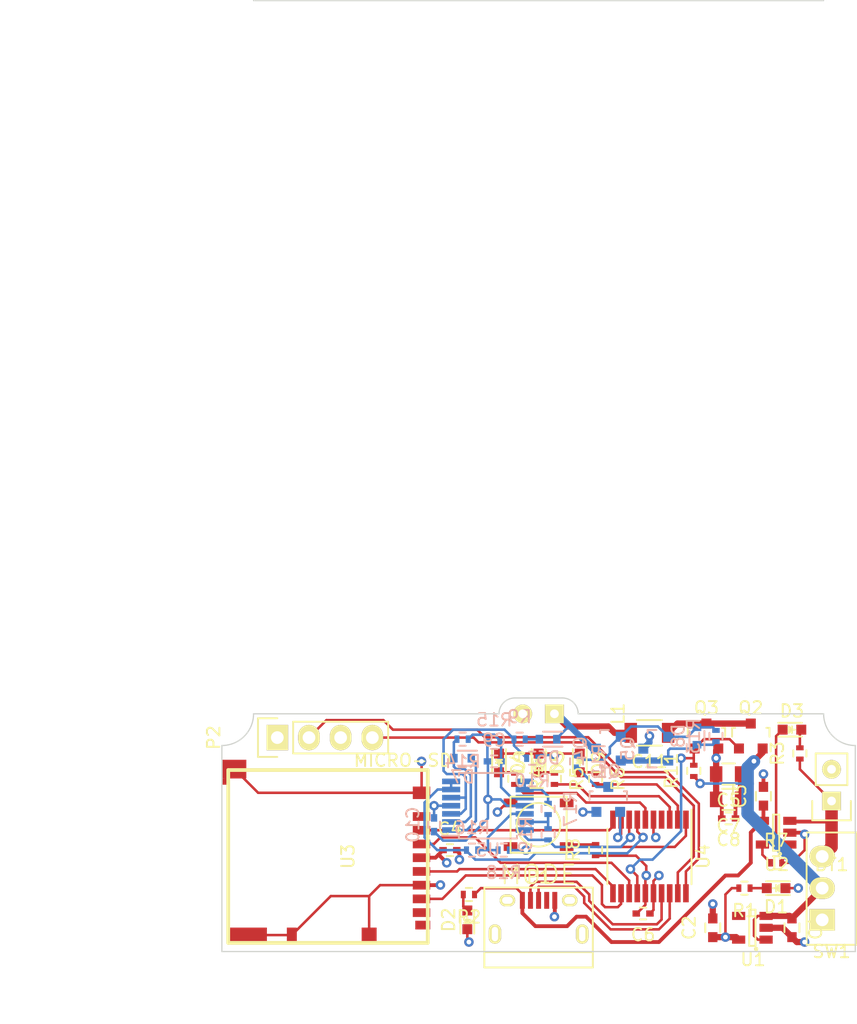
<source format=kicad_pcb>
(kicad_pcb (version 4) (host pcbnew 4.0.2-stable)

  (general
    (links 125)
    (no_connects 0)
    (area 172.161999 77.927999 223.062001 154.228001)
    (thickness 1.6)
    (drawings 14)
    (tracks 412)
    (zones 0)
    (modules 55)
    (nets 52)
  )

  (page A3)
  (layers
    (0 F.Cu signal hide)
    (1 In1.Cu signal hide)
    (2 In2.Cu signal hide)
    (31 B.Cu signal)
    (32 B.Adhes user)
    (33 F.Adhes user)
    (34 B.Paste user)
    (35 F.Paste user)
    (36 B.SilkS user)
    (37 F.SilkS user)
    (38 B.Mask user)
    (39 F.Mask user)
    (40 Dwgs.User user)
    (41 Cmts.User user)
    (42 Eco1.User user)
    (43 Eco2.User user)
    (44 Edge.Cuts user)
  )

  (setup
    (last_trace_width 0.2032)
    (user_trace_width 0.305)
    (user_trace_width 0.5)
    (user_trace_width 1)
    (trace_clearance 0.2032)
    (zone_clearance 0.305)
    (zone_45_only no)
    (trace_min 0.1524)
    (segment_width 0.2)
    (edge_width 0.1)
    (via_size 0.762)
    (via_drill 0.381)
    (via_min_size 0.762)
    (via_min_drill 0.381)
    (uvia_size 0.508)
    (uvia_drill 0.127)
    (uvias_allowed no)
    (uvia_min_size 0.508)
    (uvia_min_drill 0.127)
    (pcb_text_width 0.3)
    (pcb_text_size 1.5 1.5)
    (mod_edge_width 0.15)
    (mod_text_size 1 1)
    (mod_text_width 0.15)
    (pad_size 1.5 1.5)
    (pad_drill 0.7)
    (pad_to_mask_clearance 0)
    (aux_axis_origin 0 0)
    (grid_origin 189.992 142.748)
    (visible_elements FFFDFDFF)
    (pcbplotparams
      (layerselection 0x00030_80000001)
      (usegerberextensions true)
      (excludeedgelayer true)
      (linewidth 0.150000)
      (plotframeref false)
      (viasonmask false)
      (mode 1)
      (useauxorigin false)
      (hpglpennumber 1)
      (hpglpenspeed 20)
      (hpglpendiameter 15)
      (hpglpenoverlay 2)
      (psnegative false)
      (psa4output false)
      (plotreference true)
      (plotvalue true)
      (plotinvisibletext false)
      (padsonsilk false)
      (subtractmaskfromsilk false)
      (outputformat 1)
      (mirror false)
      (drillshape 1)
      (scaleselection 1)
      (outputdirectory ""))
  )

  (net 0 "")
  (net 1 +5V)
  (net 2 +BATT)
  (net 3 /BOOT)
  (net 4 /COIL_DETUNE)
  (net 5 /COIL_DRIVE)
  (net 6 /COIL_READ)
  (net 7 /COIL_READ_AMP)
  (net 8 /READ)
  (net 9 /SPI_CS)
  (net 10 /SPI_MISO)
  (net 11 /SPI_MOSI)
  (net 12 /SPI_SCK)
  (net 13 /SPOOF)
  (net 14 /USB_DM)
  (net 15 /USB_DP)
  (net 16 /WRITE)
  (net 17 GND)
  (net 18 VDD)
  (net 19 /SWDAT)
  (net 20 /SWCLK)
  (net 21 "Net-(BT1-Pad1)")
  (net 22 "Net-(C9-Pad1)")
  (net 23 "Net-(C11-Pad1)")
  (net 24 "Net-(C11-Pad2)")
  (net 25 "Net-(D3-Pad1)")
  (net 26 "Net-(D6-Pad2)")
  (net 27 "Net-(D7-Pad2)")
  (net 28 "Net-(D7-Pad1)")
  (net 29 "Net-(D8-Pad2)")
  (net 30 "Net-(D8-Pad1)")
  (net 31 "Net-(R7-Pad1)")
  (net 32 "Net-(R10-Pad1)")
  (net 33 "Net-(R17-Pad1)")
  (net 34 "Net-(R17-Pad2)")
  (net 35 "Net-(SW1-Pad1)")
  (net 36 "Net-(SW2-Pad2)")
  (net 37 "Net-(SW2-Pad3)")
  (net 38 "Net-(U1-Pad4)")
  (net 39 "Net-(U3-Pad1)")
  (net 40 "Net-(U3-Pad8)")
  (net 41 "Net-(U4-Pad4)")
  (net 42 "Net-(D9-Pad2)")
  (net 43 "Net-(P1-Pad4)")
  (net 44 "Net-(U3-Pad10)")
  (net 45 "Net-(Q1-Pad3)")
  (net 46 "Net-(D1-Pad2)")
  (net 47 "Net-(D2-Pad2)")
  (net 48 "Net-(D3-Pad2)")
  (net 49 "Net-(D4-Pad2)")
  (net 50 "Net-(D5-Pad2)")
  (net 51 "Net-(R16-Pad1)")

  (net_class Default "This is the default net class."
    (clearance 0.2032)
    (trace_width 0.2032)
    (via_dia 0.762)
    (via_drill 0.381)
    (uvia_dia 0.508)
    (uvia_drill 0.127)
    (add_net +5V)
    (add_net +BATT)
    (add_net /BOOT)
    (add_net /COIL_DETUNE)
    (add_net /COIL_DRIVE)
    (add_net /COIL_READ)
    (add_net /COIL_READ_AMP)
    (add_net /READ)
    (add_net /SPI_CS)
    (add_net /SPI_MISO)
    (add_net /SPI_MOSI)
    (add_net /SPI_SCK)
    (add_net /SPOOF)
    (add_net /SWCLK)
    (add_net /SWDAT)
    (add_net /USB_DM)
    (add_net /USB_DP)
    (add_net /WRITE)
    (add_net GND)
    (add_net "Net-(BT1-Pad1)")
    (add_net "Net-(C11-Pad1)")
    (add_net "Net-(C11-Pad2)")
    (add_net "Net-(C9-Pad1)")
    (add_net "Net-(D1-Pad2)")
    (add_net "Net-(D2-Pad2)")
    (add_net "Net-(D3-Pad1)")
    (add_net "Net-(D3-Pad2)")
    (add_net "Net-(D4-Pad2)")
    (add_net "Net-(D5-Pad2)")
    (add_net "Net-(D6-Pad2)")
    (add_net "Net-(D7-Pad1)")
    (add_net "Net-(D7-Pad2)")
    (add_net "Net-(D8-Pad1)")
    (add_net "Net-(D8-Pad2)")
    (add_net "Net-(D9-Pad2)")
    (add_net "Net-(P1-Pad4)")
    (add_net "Net-(Q1-Pad3)")
    (add_net "Net-(R10-Pad1)")
    (add_net "Net-(R16-Pad1)")
    (add_net "Net-(R17-Pad1)")
    (add_net "Net-(R17-Pad2)")
    (add_net "Net-(R7-Pad1)")
    (add_net "Net-(SW1-Pad1)")
    (add_net "Net-(SW2-Pad2)")
    (add_net "Net-(SW2-Pad3)")
    (add_net "Net-(U1-Pad4)")
    (add_net "Net-(U3-Pad1)")
    (add_net "Net-(U3-Pad10)")
    (add_net "Net-(U3-Pad8)")
    (add_net "Net-(U4-Pad4)")
    (add_net VDD)
  )

  (module Capacitors_SMD:C_1206 (layer F.Cu) (tedit 5415D7BD) (tstamp 5705DBC2)
    (at 206.502 136.652 180)
    (descr "Capacitor SMD 1206, reflow soldering, AVX (see smccp.pdf)")
    (tags "capacitor 1206")
    (path /5664F6F8)
    (attr smd)
    (fp_text reference C11 (at 0 -2.3 180) (layer F.SilkS)
      (effects (font (size 1 1) (thickness 0.15)))
    )
    (fp_text value 1n (at 0 2.3 180) (layer F.Fab)
      (effects (font (size 1 1) (thickness 0.15)))
    )
    (fp_line (start -2.3 -1.15) (end 2.3 -1.15) (layer F.CrtYd) (width 0.05))
    (fp_line (start -2.3 1.15) (end 2.3 1.15) (layer F.CrtYd) (width 0.05))
    (fp_line (start -2.3 -1.15) (end -2.3 1.15) (layer F.CrtYd) (width 0.05))
    (fp_line (start 2.3 -1.15) (end 2.3 1.15) (layer F.CrtYd) (width 0.05))
    (fp_line (start 1 -1.025) (end -1 -1.025) (layer F.SilkS) (width 0.15))
    (fp_line (start -1 1.025) (end 1 1.025) (layer F.SilkS) (width 0.15))
    (pad 1 smd rect (at -1.5 0 180) (size 1 1.6) (layers F.Cu F.Paste F.Mask)
      (net 23 "Net-(C11-Pad1)"))
    (pad 2 smd rect (at 1.5 0 180) (size 1 1.6) (layers F.Cu F.Paste F.Mask)
      (net 24 "Net-(C11-Pad2)"))
    (model Capacitors_SMD.3dshapes/C_1206.wrl
      (at (xyz 0 0 0))
      (scale (xyz 1 1 1))
      (rotate (xyz 0 0 0))
    )
  )

  (module Pin_Headers:Pin_Header_Straight_1x02 (layer F.Cu) (tedit 57085B64) (tstamp 5705BA1D)
    (at 198.882 135.128 270)
    (descr "Through hole pin header")
    (tags "pin header")
    (path /5664F707)
    (fp_text reference L1 (at 0 -5.1 270) (layer F.SilkS)
      (effects (font (size 1 1) (thickness 0.15)))
    )
    (fp_text value COIL (at 0 -3.1 270) (layer F.Fab)
      (effects (font (size 1 1) (thickness 0.15)))
    )
    (fp_line (start -1.75 -1.75) (end -1.75 4.3) (layer F.CrtYd) (width 0.05))
    (fp_line (start 1.75 -1.75) (end 1.75 4.3) (layer F.CrtYd) (width 0.05))
    (fp_line (start -1.75 -1.75) (end 1.75 -1.75) (layer F.CrtYd) (width 0.05))
    (fp_line (start -1.75 4.3) (end 1.75 4.3) (layer F.CrtYd) (width 0.05))
    (pad 1 thru_hole rect (at 0 0 270) (size 1.5 1.5) (drill 0.7) (layers *.Cu *.Mask F.SilkS)
      (net 24 "Net-(C11-Pad2)"))
    (pad 2 thru_hole circle (at 0 2.54 270) (size 1.5 1.5) (drill 0.7) (layers *.Cu *.Mask F.SilkS)
      (net 17 GND) (zone_connect 1) (thermal_width 0.5))
    (model Pin_Headers.3dshapes/Pin_Header_Straight_1x02.wrl
      (at (xyz 0 -0.05 0))
      (scale (xyz 1 1 1))
      (rotate (xyz 0 0 90))
    )
  )

  (module Housings_SSOP:TSSOP-14_4.4x5mm_Pitch0.65mm (layer B.Cu) (tedit 54130A77) (tstamp 5705BAF2)
    (at 193.548 142.494)
    (descr "14-Lead Plastic Thin Shrink Small Outline (ST)-4.4 mm Body [TSSOP] (see Microchip Packaging Specification 00000049BS.pdf)")
    (tags "SSOP 0.65")
    (path /566FCAFB)
    (attr smd)
    (fp_text reference U5 (at 0 3.55) (layer B.SilkS)
      (effects (font (size 1 1) (thickness 0.15)) (justify mirror))
    )
    (fp_text value LM324 (at 0 -3.55) (layer B.Fab)
      (effects (font (size 1 1) (thickness 0.15)) (justify mirror))
    )
    (fp_line (start -3.95 2.8) (end -3.95 -2.8) (layer B.CrtYd) (width 0.05))
    (fp_line (start 3.95 2.8) (end 3.95 -2.8) (layer B.CrtYd) (width 0.05))
    (fp_line (start -3.95 2.8) (end 3.95 2.8) (layer B.CrtYd) (width 0.05))
    (fp_line (start -3.95 -2.8) (end 3.95 -2.8) (layer B.CrtYd) (width 0.05))
    (fp_line (start -2.325 2.625) (end -2.325 2.4) (layer B.SilkS) (width 0.15))
    (fp_line (start 2.325 2.625) (end 2.325 2.4) (layer B.SilkS) (width 0.15))
    (fp_line (start 2.325 -2.625) (end 2.325 -2.4) (layer B.SilkS) (width 0.15))
    (fp_line (start -2.325 -2.625) (end -2.325 -2.4) (layer B.SilkS) (width 0.15))
    (fp_line (start -2.325 2.625) (end 2.325 2.625) (layer B.SilkS) (width 0.15))
    (fp_line (start -2.325 -2.625) (end 2.325 -2.625) (layer B.SilkS) (width 0.15))
    (fp_line (start -2.325 2.4) (end -3.675 2.4) (layer B.SilkS) (width 0.15))
    (pad 1 smd rect (at -2.95 1.95) (size 1.45 0.45) (layers B.Cu B.Paste B.Mask)
      (net 28 "Net-(D7-Pad1)"))
    (pad 2 smd rect (at -2.95 1.3) (size 1.45 0.45) (layers B.Cu B.Paste B.Mask)
      (net 27 "Net-(D7-Pad2)"))
    (pad 3 smd rect (at -2.95 0.65) (size 1.45 0.45) (layers B.Cu B.Paste B.Mask)
      (net 32 "Net-(R10-Pad1)"))
    (pad 4 smd rect (at -2.95 0) (size 1.45 0.45) (layers B.Cu B.Paste B.Mask)
      (net 18 VDD))
    (pad 5 smd rect (at -2.95 -0.65) (size 1.45 0.45) (layers B.Cu B.Paste B.Mask)
      (net 32 "Net-(R10-Pad1)"))
    (pad 6 smd rect (at -2.95 -1.3) (size 1.45 0.45) (layers B.Cu B.Paste B.Mask)
      (net 7 /COIL_READ_AMP))
    (pad 7 smd rect (at -2.95 -1.95) (size 1.45 0.45) (layers B.Cu B.Paste B.Mask)
      (net 7 /COIL_READ_AMP))
    (pad 8 smd rect (at 2.95 -1.95) (size 1.45 0.45) (layers B.Cu B.Paste B.Mask)
      (net 34 "Net-(R17-Pad2)"))
    (pad 9 smd rect (at 2.95 -1.3) (size 1.45 0.45) (layers B.Cu B.Paste B.Mask)
      (net 34 "Net-(R17-Pad2)"))
    (pad 10 smd rect (at 2.95 -0.65) (size 1.45 0.45) (layers B.Cu B.Paste B.Mask)
      (net 22 "Net-(C9-Pad1)"))
    (pad 11 smd rect (at 2.95 0) (size 1.45 0.45) (layers B.Cu B.Paste B.Mask)
      (net 17 GND))
    (pad 12 smd rect (at 2.95 0.65) (size 1.45 0.45) (layers B.Cu B.Paste B.Mask)
      (net 51 "Net-(R16-Pad1)"))
    (pad 13 smd rect (at 2.95 1.3) (size 1.45 0.45) (layers B.Cu B.Paste B.Mask)
      (net 33 "Net-(R17-Pad1)"))
    (pad 14 smd rect (at 2.95 1.95) (size 1.45 0.45) (layers B.Cu B.Paste B.Mask)
      (net 6 /COIL_READ))
    (model Housings_SSOP.3dshapes/TSSOP-14_4.4x5mm_Pitch0.65mm.wrl
      (at (xyz 0 0 0))
      (scale (xyz 1 1 1))
      (rotate (xyz 0 0 0))
    )
  )

  (module tact:TACT-SW-SMD (layer F.Cu) (tedit 5705BFAD) (tstamp 5705BAB2)
    (at 197.612 144.018 90)
    (path /566240F3)
    (fp_text reference SW2 (at 5 0 180) (layer F.SilkS)
      (effects (font (size 1.5 1.5) (thickness 0.15)))
    )
    (fp_text value MODE (at -4 0 180) (layer F.SilkS)
      (effects (font (size 1.5 1.5) (thickness 0.15)))
    )
    (fp_line (start -2.25 -2.25) (end 2.25 -2.25) (layer F.SilkS) (width 0.15))
    (fp_line (start 2.25 -2.25) (end 2.25 2.25) (layer F.SilkS) (width 0.15))
    (fp_line (start 2.25 2.25) (end -2.25 2.25) (layer F.SilkS) (width 0.15))
    (fp_line (start -2.25 2.25) (end -2.25 -2.25) (layer F.SilkS) (width 0.15))
    (fp_circle (center 0 0) (end 0 1.75) (layer F.SilkS) (width 0.15))
    (pad 1 smd rect (at 1.75 -2.25 90) (size 0.7 1.1) (layers F.Cu F.Paste F.Mask)
      (net 18 VDD))
    (pad 2 smd rect (at 1.75 2.25 90) (size 0.7 1.1) (layers F.Cu F.Paste F.Mask)
      (net 36 "Net-(SW2-Pad2)"))
    (pad 3 smd rect (at -1.75 -2.25 90) (size 0.7 1.1) (layers F.Cu F.Paste F.Mask)
      (net 37 "Net-(SW2-Pad3)"))
    (pad 4 smd rect (at -1.75 2.25 90) (size 0.7 1.1) (layers F.Cu F.Paste F.Mask)
      (net 3 /BOOT))
  )

  (module custom:DM3BT (layer F.Cu) (tedit 55591494) (tstamp 5705BAC9)
    (at 188.722 146.558 270)
    (path /566537AE)
    (fp_text reference U3 (at 0 6.4 270) (layer F.SilkS)
      (effects (font (size 1 1) (thickness 0.15)))
    )
    (fp_text value MICRO-SD (at -7.7 2 360) (layer F.SilkS)
      (effects (font (size 1 1) (thickness 0.15)))
    )
    (fp_line (start -6.925 0) (end 6.925 0) (layer F.SilkS) (width 0.3))
    (fp_line (start 6.925 0) (end 6.925 16) (layer F.SilkS) (width 0.3))
    (fp_line (start 6.925 16) (end -6.925 16) (layer F.SilkS) (width 0.3))
    (fp_line (start -6.925 16) (end -6.925 0) (layer F.SilkS) (width 0.3))
    (pad 1 smd rect (at -3.2 0.5 180) (size 1.4 0.7) (layers F.Cu F.Paste F.Mask)
      (net 39 "Net-(U3-Pad1)"))
    (pad 2 smd rect (at -2.1 0.5 180) (size 1.4 0.7) (layers F.Cu F.Paste F.Mask)
      (net 9 /SPI_CS))
    (pad 3 smd rect (at -1 0.5 180) (size 1.4 0.7) (layers F.Cu F.Paste F.Mask)
      (net 11 /SPI_MOSI))
    (pad 4 smd rect (at 0.1 0.5 180) (size 1.4 0.7) (layers F.Cu F.Paste F.Mask)
      (net 18 VDD))
    (pad 5 smd rect (at 1.2 0.5 180) (size 1.4 0.7) (layers F.Cu F.Paste F.Mask)
      (net 12 /SPI_SCK))
    (pad 6 smd rect (at 2.3 0.5 180) (size 1.4 0.7) (layers F.Cu F.Paste F.Mask)
      (net 17 GND))
    (pad 7 smd rect (at 3.4 0.5 180) (size 1.4 0.7) (layers F.Cu F.Paste F.Mask)
      (net 10 /SPI_MISO))
    (pad 8 smd rect (at 4.5 0.5 180) (size 1.4 0.7) (layers F.Cu F.Paste F.Mask)
      (net 40 "Net-(U3-Pad8)"))
    (pad 14 smd rect (at -5.1 0.5 180) (size 1.4 1) (layers F.Cu F.Paste F.Mask)
      (net 17 GND))
    (pad 10 smd rect (at 5.5 0.4 180) (size 1.2 0.7) (layers F.Cu F.Paste F.Mask)
      (net 44 "Net-(U3-Pad10)"))
    (pad 11 smd rect (at 6.3 4.7 180) (size 1.2 1.2) (layers F.Cu F.Paste F.Mask)
      (net 17 GND))
    (pad 9 smd rect (at 6.3 10.9 180) (size 0.8 1.2) (layers F.Cu F.Paste F.Mask)
      (net 17 GND))
    (pad 12 smd rect (at 6.3 14.5 180) (size 3.2 1.2) (layers F.Cu F.Paste F.Mask)
      (net 17 GND))
    (pad 13 smd rect (at -7 15.5 180) (size 1.9 1.5) (layers F.Cu F.Paste F.Mask)
      (net 17 GND))
    (pad 13 smd rect (at -6 16.2 180) (size 0.5 0.5) (layers F.Cu F.Paste F.Mask)
      (net 17 GND))
  )

  (module Housings_SSOP:TSSOP-20_4.4x6.5mm_Pitch0.65mm (layer F.Cu) (tedit 54130A77) (tstamp 5705BADB)
    (at 206.502 146.558 270)
    (descr "20-Lead Plastic Thin Shrink Small Outline (ST)-4.4 mm Body [TSSOP] (see Microchip Packaging Specification 00000049BS.pdf)")
    (tags "SSOP 0.65")
    (path /566543CC)
    (attr smd)
    (fp_text reference U4 (at 0 -4.3 270) (layer F.SilkS)
      (effects (font (size 1 1) (thickness 0.15)))
    )
    (fp_text value STM32F030-20 (at 0 4.3 270) (layer F.Fab)
      (effects (font (size 1 1) (thickness 0.15)))
    )
    (fp_line (start -3.95 -3.55) (end -3.95 3.55) (layer F.CrtYd) (width 0.05))
    (fp_line (start 3.95 -3.55) (end 3.95 3.55) (layer F.CrtYd) (width 0.05))
    (fp_line (start -3.95 -3.55) (end 3.95 -3.55) (layer F.CrtYd) (width 0.05))
    (fp_line (start -3.95 3.55) (end 3.95 3.55) (layer F.CrtYd) (width 0.05))
    (fp_line (start -2.225 3.375) (end 2.225 3.375) (layer F.SilkS) (width 0.15))
    (fp_line (start -3.75 -3.375) (end 2.225 -3.375) (layer F.SilkS) (width 0.15))
    (pad 1 smd rect (at -2.95 -2.925 270) (size 1.45 0.45) (layers F.Cu F.Paste F.Mask)
      (net 3 /BOOT))
    (pad 2 smd rect (at -2.95 -2.275 270) (size 1.45 0.45) (layers F.Cu F.Paste F.Mask)
      (net 13 /SPOOF))
    (pad 3 smd rect (at -2.95 -1.625 270) (size 1.45 0.45) (layers F.Cu F.Paste F.Mask)
      (net 16 /WRITE))
    (pad 4 smd rect (at -2.95 -0.975 270) (size 1.45 0.45) (layers F.Cu F.Paste F.Mask)
      (net 41 "Net-(U4-Pad4)"))
    (pad 5 smd rect (at -2.95 -0.325 270) (size 1.45 0.45) (layers F.Cu F.Paste F.Mask)
      (net 18 VDD))
    (pad 6 smd rect (at -2.95 0.325 270) (size 1.45 0.45) (layers F.Cu F.Paste F.Mask)
      (net 8 /READ))
    (pad 7 smd rect (at -2.95 0.975 270) (size 1.45 0.45) (layers F.Cu F.Paste F.Mask)
      (net 7 /COIL_READ_AMP))
    (pad 8 smd rect (at -2.95 1.625 270) (size 1.45 0.45) (layers F.Cu F.Paste F.Mask)
      (net 6 /COIL_READ))
    (pad 9 smd rect (at -2.95 2.275 270) (size 1.45 0.45) (layers F.Cu F.Paste F.Mask)
      (net 4 /COIL_DETUNE))
    (pad 10 smd rect (at -2.95 2.925 270) (size 1.45 0.45) (layers F.Cu F.Paste F.Mask)
      (net 9 /SPI_CS))
    (pad 11 smd rect (at 2.95 2.925 270) (size 1.45 0.45) (layers F.Cu F.Paste F.Mask)
      (net 12 /SPI_SCK))
    (pad 12 smd rect (at 2.95 2.275 270) (size 1.45 0.45) (layers F.Cu F.Paste F.Mask)
      (net 10 /SPI_MISO))
    (pad 13 smd rect (at 2.95 1.625 270) (size 1.45 0.45) (layers F.Cu F.Paste F.Mask)
      (net 11 /SPI_MOSI))
    (pad 14 smd rect (at 2.95 0.975 270) (size 1.45 0.45) (layers F.Cu F.Paste F.Mask)
      (net 5 /COIL_DRIVE))
    (pad 15 smd rect (at 2.95 0.325 270) (size 1.45 0.45) (layers F.Cu F.Paste F.Mask)
      (net 17 GND))
    (pad 16 smd rect (at 2.95 -0.325 270) (size 1.45 0.45) (layers F.Cu F.Paste F.Mask)
      (net 18 VDD))
    (pad 17 smd rect (at 2.95 -0.975 270) (size 1.45 0.45) (layers F.Cu F.Paste F.Mask)
      (net 14 /USB_DM))
    (pad 18 smd rect (at 2.95 -1.625 270) (size 1.45 0.45) (layers F.Cu F.Paste F.Mask)
      (net 15 /USB_DP))
    (pad 19 smd rect (at 2.95 -2.275 270) (size 1.45 0.45) (layers F.Cu F.Paste F.Mask)
      (net 19 /SWDAT))
    (pad 20 smd rect (at 2.95 -2.925 270) (size 1.45 0.45) (layers F.Cu F.Paste F.Mask)
      (net 20 /SWCLK))
    (model Housings_SSOP.3dshapes/TSSOP-20_4.4x6.5mm_Pitch0.65mm.wrl
      (at (xyz 0 0 0))
      (scale (xyz 1 1 1))
      (rotate (xyz 0 0 0))
    )
  )

  (module Pin_Headers:Pin_Header_Straight_1x03 (layer F.Cu) (tedit 5705C7A2) (tstamp 5705BAAC)
    (at 221.107 151.638 180)
    (descr "Through hole pin header")
    (tags "pin header")
    (path /5664F5C7)
    (fp_text reference SW1 (at 0 -2.54 180) (layer F.SilkS)
      (effects (font (size 1 1) (thickness 0.15)))
    )
    (fp_text value POWER (at 0 -3.1 180) (layer F.Fab)
      (effects (font (size 1 1) (thickness 0.15)))
    )
    (fp_line (start -2 -2) (end 2 -2) (layer F.SilkS) (width 0.15))
    (fp_line (start 2 -2) (end 2 7) (layer F.SilkS) (width 0.15))
    (fp_line (start 2 7) (end -2 7) (layer F.SilkS) (width 0.15))
    (fp_line (start -2 7) (end -2 -2) (layer F.SilkS) (width 0.15))
    (fp_line (start -1.75 -1.75) (end 1.75 -1.75) (layer F.CrtYd) (width 0.15))
    (fp_line (start 1.75 -1.75) (end 1.75 6.75) (layer F.CrtYd) (width 0.15))
    (fp_line (start 1.75 6.75) (end -1.75 6.75) (layer F.CrtYd) (width 0.15))
    (fp_line (start -1.75 6.75) (end -1.75 -1.75) (layer F.CrtYd) (width 0.15))
    (pad 1 thru_hole rect (at 0.75 0 180) (size 2.032 1.7272) (drill 1.016) (layers *.Cu *.Mask F.SilkS)
      (net 35 "Net-(SW1-Pad1)"))
    (pad 2 thru_hole oval (at 0.75 2.54 180) (size 2.032 1.7272) (drill 1.016) (layers *.Cu *.Mask F.SilkS)
      (net 2 +BATT))
    (pad 3 thru_hole oval (at 0.75 5.08 180) (size 2.032 1.7272) (drill 1.016) (layers *.Cu *.Mask F.SilkS)
      (net 21 "Net-(BT1-Pad1)"))
    (model Pin_Headers.3dshapes/Pin_Header_Straight_1x03.wrl
      (at (xyz 0 -0.1 0))
      (scale (xyz 1 1 1))
      (rotate (xyz 0 0 90))
    )
  )

  (module Pin_Headers:Pin_Header_Straight_1x02 (layer F.Cu) (tedit 5708646F) (tstamp 5705B9B3)
    (at 221.107 142.113 180)
    (descr "Through hole pin header")
    (tags "pin header")
    (path /5664F34D)
    (fp_text reference BT1 (at 0 -5.1 180) (layer F.SilkS)
      (effects (font (size 1 1) (thickness 0.15)))
    )
    (fp_text value BATTERY (at 0 -3.1 180) (layer F.Fab)
      (effects (font (size 1 1) (thickness 0.15)))
    )
    (fp_line (start 1.27 1.27) (end 1.27 3.81) (layer F.SilkS) (width 0.15))
    (fp_line (start 1.55 -1.55) (end 1.55 0) (layer F.SilkS) (width 0.15))
    (fp_line (start -1.75 -1.75) (end -1.75 4.3) (layer F.CrtYd) (width 0.05))
    (fp_line (start 1.75 -1.75) (end 1.75 4.3) (layer F.CrtYd) (width 0.05))
    (fp_line (start -1.75 -1.75) (end 1.75 -1.75) (layer F.CrtYd) (width 0.05))
    (fp_line (start -1.75 4.3) (end 1.75 4.3) (layer F.CrtYd) (width 0.05))
    (fp_line (start 1.27 1.27) (end -1.27 1.27) (layer F.SilkS) (width 0.15))
    (fp_line (start -1.55 0) (end -1.55 -1.55) (layer F.SilkS) (width 0.15))
    (fp_line (start -1.55 -1.55) (end 1.55 -1.55) (layer F.SilkS) (width 0.15))
    (fp_line (start -1.27 1.27) (end -1.27 3.81) (layer F.SilkS) (width 0.15))
    (fp_line (start -1.27 3.81) (end 1.27 3.81) (layer F.SilkS) (width 0.15))
    (pad 1 thru_hole rect (at 0 0 180) (size 1.5 1.5) (drill 0.7) (layers *.Cu *.Mask F.SilkS)
      (net 21 "Net-(BT1-Pad1)"))
    (pad 2 thru_hole circle (at 0 2.54 180) (size 1.5 1.5) (drill 0.7) (layers *.Cu *.Mask F.SilkS)
      (net 17 GND) (thermal_width 0.5))
    (model Pin_Headers.3dshapes/Pin_Header_Straight_1x02.wrl
      (at (xyz 0 -0.05 0))
      (scale (xyz 1 1 1))
      (rotate (xyz 0 0 90))
    )
  )

  (module Capacitors_SMD:C_0603 (layer F.Cu) (tedit 5415D631) (tstamp 5705B9B8)
    (at 217.932 152.273 270)
    (descr "Capacitor SMD 0603, reflow soldering, AVX (see smccp.pdf)")
    (tags "capacitor 0603")
    (path /56650527)
    (attr smd)
    (fp_text reference C1 (at 0 -1.9 270) (layer F.SilkS)
      (effects (font (size 1 1) (thickness 0.15)))
    )
    (fp_text value 1u (at 0 1.9 270) (layer F.Fab)
      (effects (font (size 1 1) (thickness 0.15)))
    )
    (fp_line (start -1.45 -0.75) (end 1.45 -0.75) (layer F.CrtYd) (width 0.05))
    (fp_line (start -1.45 0.75) (end 1.45 0.75) (layer F.CrtYd) (width 0.05))
    (fp_line (start -1.45 -0.75) (end -1.45 0.75) (layer F.CrtYd) (width 0.05))
    (fp_line (start 1.45 -0.75) (end 1.45 0.75) (layer F.CrtYd) (width 0.05))
    (fp_line (start -0.35 -0.6) (end 0.35 -0.6) (layer F.SilkS) (width 0.15))
    (fp_line (start 0.35 0.6) (end -0.35 0.6) (layer F.SilkS) (width 0.15))
    (pad 1 smd rect (at -0.75 0 270) (size 0.8 0.75) (layers F.Cu F.Paste F.Mask)
      (net 2 +BATT))
    (pad 2 smd rect (at 0.75 0 270) (size 0.8 0.75) (layers F.Cu F.Paste F.Mask)
      (net 17 GND))
    (model Capacitors_SMD.3dshapes/C_0603.wrl
      (at (xyz 0 0 0))
      (scale (xyz 1 1 1))
      (rotate (xyz 0 0 0))
    )
  )

  (module Capacitors_SMD:C_0603 (layer F.Cu) (tedit 5415D631) (tstamp 5705B9BD)
    (at 211.582 152.273 90)
    (descr "Capacitor SMD 0603, reflow soldering, AVX (see smccp.pdf)")
    (tags "capacitor 0603")
    (path /56650534)
    (attr smd)
    (fp_text reference C2 (at 0 -1.9 90) (layer F.SilkS)
      (effects (font (size 1 1) (thickness 0.15)))
    )
    (fp_text value 1u (at 0 1.9 90) (layer F.Fab)
      (effects (font (size 1 1) (thickness 0.15)))
    )
    (fp_line (start -1.45 -0.75) (end 1.45 -0.75) (layer F.CrtYd) (width 0.05))
    (fp_line (start -1.45 0.75) (end 1.45 0.75) (layer F.CrtYd) (width 0.05))
    (fp_line (start -1.45 -0.75) (end -1.45 0.75) (layer F.CrtYd) (width 0.05))
    (fp_line (start 1.45 -0.75) (end 1.45 0.75) (layer F.CrtYd) (width 0.05))
    (fp_line (start -0.35 -0.6) (end 0.35 -0.6) (layer F.SilkS) (width 0.15))
    (fp_line (start 0.35 0.6) (end -0.35 0.6) (layer F.SilkS) (width 0.15))
    (pad 1 smd rect (at -0.75 0 90) (size 0.8 0.75) (layers F.Cu F.Paste F.Mask)
      (net 18 VDD))
    (pad 2 smd rect (at 0.75 0 90) (size 0.8 0.75) (layers F.Cu F.Paste F.Mask)
      (net 17 GND))
    (model Capacitors_SMD.3dshapes/C_0603.wrl
      (at (xyz 0 0 0))
      (scale (xyz 1 1 1))
      (rotate (xyz 0 0 0))
    )
  )

  (module Capacitors_SMD:C_0603 (layer F.Cu) (tedit 5415D631) (tstamp 5705B9C2)
    (at 215.646 141.732 90)
    (descr "Capacitor SMD 0603, reflow soldering, AVX (see smccp.pdf)")
    (tags "capacitor 0603")
    (path /56651B3C)
    (attr smd)
    (fp_text reference C3 (at 0 -1.9 90) (layer F.SilkS)
      (effects (font (size 1 1) (thickness 0.15)))
    )
    (fp_text value 1u (at 0 1.9 90) (layer F.Fab)
      (effects (font (size 1 1) (thickness 0.15)))
    )
    (fp_line (start -1.45 -0.75) (end 1.45 -0.75) (layer F.CrtYd) (width 0.05))
    (fp_line (start -1.45 0.75) (end 1.45 0.75) (layer F.CrtYd) (width 0.05))
    (fp_line (start -1.45 -0.75) (end -1.45 0.75) (layer F.CrtYd) (width 0.05))
    (fp_line (start 1.45 -0.75) (end 1.45 0.75) (layer F.CrtYd) (width 0.05))
    (fp_line (start -0.35 -0.6) (end 0.35 -0.6) (layer F.SilkS) (width 0.15))
    (fp_line (start 0.35 0.6) (end -0.35 0.6) (layer F.SilkS) (width 0.15))
    (pad 1 smd rect (at -0.75 0 90) (size 0.8 0.75) (layers F.Cu F.Paste F.Mask)
      (net 1 +5V))
    (pad 2 smd rect (at 0.75 0 90) (size 0.8 0.75) (layers F.Cu F.Paste F.Mask)
      (net 17 GND))
    (model Capacitors_SMD.3dshapes/C_0603.wrl
      (at (xyz 0 0 0))
      (scale (xyz 1 1 1))
      (rotate (xyz 0 0 0))
    )
  )

  (module Capacitors_SMD:C_0402 (layer F.Cu) (tedit 5415D599) (tstamp 5705B9C7)
    (at 190.5 146.05)
    (descr "Capacitor SMD 0402, reflow soldering, AVX (see smccp.pdf)")
    (tags "capacitor 0402")
    (path /566537E8)
    (attr smd)
    (fp_text reference C4 (at 0 -1.7) (layer F.SilkS)
      (effects (font (size 1 1) (thickness 0.15)))
    )
    (fp_text value 100n (at 0 1.7) (layer F.Fab)
      (effects (font (size 1 1) (thickness 0.15)))
    )
    (fp_line (start -1.15 -0.6) (end 1.15 -0.6) (layer F.CrtYd) (width 0.05))
    (fp_line (start -1.15 0.6) (end 1.15 0.6) (layer F.CrtYd) (width 0.05))
    (fp_line (start -1.15 -0.6) (end -1.15 0.6) (layer F.CrtYd) (width 0.05))
    (fp_line (start 1.15 -0.6) (end 1.15 0.6) (layer F.CrtYd) (width 0.05))
    (fp_line (start 0.25 -0.475) (end -0.25 -0.475) (layer F.SilkS) (width 0.15))
    (fp_line (start -0.25 0.475) (end 0.25 0.475) (layer F.SilkS) (width 0.15))
    (pad 1 smd rect (at -0.55 0) (size 0.6 0.5) (layers F.Cu F.Paste F.Mask)
      (net 18 VDD))
    (pad 2 smd rect (at 0.55 0) (size 0.6 0.5) (layers F.Cu F.Paste F.Mask)
      (net 17 GND))
    (model Capacitors_SMD.3dshapes/C_0402.wrl
      (at (xyz 0 0 0))
      (scale (xyz 1 1 1))
      (rotate (xyz 0 0 0))
    )
  )

  (module Capacitors_SMD:C_0805 (layer F.Cu) (tedit 5415D6EA) (tstamp 5705B9CC)
    (at 212.852 139.954 180)
    (descr "Capacitor SMD 0805, reflow soldering, AVX (see smccp.pdf)")
    (tags "capacitor 0805")
    (path /5665071A)
    (attr smd)
    (fp_text reference C5 (at 0 -2.1 180) (layer F.SilkS)
      (effects (font (size 1 1) (thickness 0.15)))
    )
    (fp_text value 47u (at 0 2.1 180) (layer F.Fab)
      (effects (font (size 1 1) (thickness 0.15)))
    )
    (fp_line (start -1.8 -1) (end 1.8 -1) (layer F.CrtYd) (width 0.05))
    (fp_line (start -1.8 1) (end 1.8 1) (layer F.CrtYd) (width 0.05))
    (fp_line (start -1.8 -1) (end -1.8 1) (layer F.CrtYd) (width 0.05))
    (fp_line (start 1.8 -1) (end 1.8 1) (layer F.CrtYd) (width 0.05))
    (fp_line (start 0.5 -0.85) (end -0.5 -0.85) (layer F.SilkS) (width 0.15))
    (fp_line (start -0.5 0.85) (end 0.5 0.85) (layer F.SilkS) (width 0.15))
    (pad 1 smd rect (at -1 0 180) (size 1 1.25) (layers F.Cu F.Paste F.Mask)
      (net 2 +BATT))
    (pad 2 smd rect (at 1 0 180) (size 1 1.25) (layers F.Cu F.Paste F.Mask)
      (net 17 GND))
    (model Capacitors_SMD.3dshapes/C_0805.wrl
      (at (xyz 0 0 0))
      (scale (xyz 1 1 1))
      (rotate (xyz 0 0 0))
    )
  )

  (module Capacitors_SMD:C_0402 (layer F.Cu) (tedit 5415D599) (tstamp 5705B9D1)
    (at 205.994 151.13 180)
    (descr "Capacitor SMD 0402, reflow soldering, AVX (see smccp.pdf)")
    (tags "capacitor 0402")
    (path /56650FDD)
    (attr smd)
    (fp_text reference C6 (at 0 -1.7 180) (layer F.SilkS)
      (effects (font (size 1 1) (thickness 0.15)))
    )
    (fp_text value 100n (at 0 1.7 180) (layer F.Fab)
      (effects (font (size 1 1) (thickness 0.15)))
    )
    (fp_line (start -1.15 -0.6) (end 1.15 -0.6) (layer F.CrtYd) (width 0.05))
    (fp_line (start -1.15 0.6) (end 1.15 0.6) (layer F.CrtYd) (width 0.05))
    (fp_line (start -1.15 -0.6) (end -1.15 0.6) (layer F.CrtYd) (width 0.05))
    (fp_line (start 1.15 -0.6) (end 1.15 0.6) (layer F.CrtYd) (width 0.05))
    (fp_line (start 0.25 -0.475) (end -0.25 -0.475) (layer F.SilkS) (width 0.15))
    (fp_line (start -0.25 0.475) (end 0.25 0.475) (layer F.SilkS) (width 0.15))
    (pad 1 smd rect (at -0.55 0 180) (size 0.6 0.5) (layers F.Cu F.Paste F.Mask)
      (net 18 VDD))
    (pad 2 smd rect (at 0.55 0 180) (size 0.6 0.5) (layers F.Cu F.Paste F.Mask)
      (net 17 GND))
    (model Capacitors_SMD.3dshapes/C_0402.wrl
      (at (xyz 0 0 0))
      (scale (xyz 1 1 1))
      (rotate (xyz 0 0 0))
    )
  )

  (module Capacitors_SMD:C_0805 (layer F.Cu) (tedit 5415D6EA) (tstamp 5705B9D6)
    (at 212.852 141.986 180)
    (descr "Capacitor SMD 0805, reflow soldering, AVX (see smccp.pdf)")
    (tags "capacitor 0805")
    (path /56650567)
    (attr smd)
    (fp_text reference C7 (at 0 -2.1 180) (layer F.SilkS)
      (effects (font (size 1 1) (thickness 0.15)))
    )
    (fp_text value 2u2 (at 0 2.1 180) (layer F.Fab)
      (effects (font (size 1 1) (thickness 0.15)))
    )
    (fp_line (start -1.8 -1) (end 1.8 -1) (layer F.CrtYd) (width 0.05))
    (fp_line (start -1.8 1) (end 1.8 1) (layer F.CrtYd) (width 0.05))
    (fp_line (start -1.8 -1) (end -1.8 1) (layer F.CrtYd) (width 0.05))
    (fp_line (start 1.8 -1) (end 1.8 1) (layer F.CrtYd) (width 0.05))
    (fp_line (start 0.5 -0.85) (end -0.5 -0.85) (layer F.SilkS) (width 0.15))
    (fp_line (start -0.5 0.85) (end 0.5 0.85) (layer F.SilkS) (width 0.15))
    (pad 1 smd rect (at -1 0 180) (size 1 1.25) (layers F.Cu F.Paste F.Mask)
      (net 2 +BATT))
    (pad 2 smd rect (at 1 0 180) (size 1 1.25) (layers F.Cu F.Paste F.Mask)
      (net 17 GND))
    (model Capacitors_SMD.3dshapes/C_0805.wrl
      (at (xyz 0 0 0))
      (scale (xyz 1 1 1))
      (rotate (xyz 0 0 0))
    )
  )

  (module Capacitors_SMD:C_0402 (layer F.Cu) (tedit 5415D599) (tstamp 5705B9DB)
    (at 212.852 143.51 180)
    (descr "Capacitor SMD 0402, reflow soldering, AVX (see smccp.pdf)")
    (tags "capacitor 0402")
    (path /56650714)
    (attr smd)
    (fp_text reference C8 (at 0 -1.7 180) (layer F.SilkS)
      (effects (font (size 1 1) (thickness 0.15)))
    )
    (fp_text value 100n (at 0 1.7 180) (layer F.Fab)
      (effects (font (size 1 1) (thickness 0.15)))
    )
    (fp_line (start -1.15 -0.6) (end 1.15 -0.6) (layer F.CrtYd) (width 0.05))
    (fp_line (start -1.15 0.6) (end 1.15 0.6) (layer F.CrtYd) (width 0.05))
    (fp_line (start -1.15 -0.6) (end -1.15 0.6) (layer F.CrtYd) (width 0.05))
    (fp_line (start 1.15 -0.6) (end 1.15 0.6) (layer F.CrtYd) (width 0.05))
    (fp_line (start 0.25 -0.475) (end -0.25 -0.475) (layer F.SilkS) (width 0.15))
    (fp_line (start -0.25 0.475) (end 0.25 0.475) (layer F.SilkS) (width 0.15))
    (pad 1 smd rect (at -0.55 0 180) (size 0.6 0.5) (layers F.Cu F.Paste F.Mask)
      (net 2 +BATT))
    (pad 2 smd rect (at 0.55 0 180) (size 0.6 0.5) (layers F.Cu F.Paste F.Mask)
      (net 17 GND))
    (model Capacitors_SMD.3dshapes/C_0402.wrl
      (at (xyz 0 0 0))
      (scale (xyz 1 1 1))
      (rotate (xyz 0 0 0))
    )
  )

  (module Capacitors_SMD:C_0402 (layer B.Cu) (tedit 5415D599) (tstamp 5705B9E0)
    (at 194.056 138.938 180)
    (descr "Capacitor SMD 0402, reflow soldering, AVX (see smccp.pdf)")
    (tags "capacitor 0402")
    (path /566FCD0F)
    (attr smd)
    (fp_text reference C9 (at 0 1.7 180) (layer B.SilkS)
      (effects (font (size 1 1) (thickness 0.15)) (justify mirror))
    )
    (fp_text value 1n (at 0 -1.7 180) (layer B.Fab)
      (effects (font (size 1 1) (thickness 0.15)) (justify mirror))
    )
    (fp_line (start -1.15 0.6) (end 1.15 0.6) (layer B.CrtYd) (width 0.05))
    (fp_line (start -1.15 -0.6) (end 1.15 -0.6) (layer B.CrtYd) (width 0.05))
    (fp_line (start -1.15 0.6) (end -1.15 -0.6) (layer B.CrtYd) (width 0.05))
    (fp_line (start 1.15 0.6) (end 1.15 -0.6) (layer B.CrtYd) (width 0.05))
    (fp_line (start 0.25 0.475) (end -0.25 0.475) (layer B.SilkS) (width 0.15))
    (fp_line (start -0.25 -0.475) (end 0.25 -0.475) (layer B.SilkS) (width 0.15))
    (pad 1 smd rect (at -0.55 0 180) (size 0.6 0.5) (layers B.Cu B.Paste B.Mask)
      (net 22 "Net-(C9-Pad1)"))
    (pad 2 smd rect (at 0.55 0 180) (size 0.6 0.5) (layers B.Cu B.Paste B.Mask)
      (net 17 GND))
    (model Capacitors_SMD.3dshapes/C_0402.wrl
      (at (xyz 0 0 0))
      (scale (xyz 1 1 1))
      (rotate (xyz 0 0 0))
    )
  )

  (module Capacitors_SMD:C_0402 (layer B.Cu) (tedit 5415D599) (tstamp 5705B9E5)
    (at 189.23 144.018 270)
    (descr "Capacitor SMD 0402, reflow soldering, AVX (see smccp.pdf)")
    (tags "capacitor 0402")
    (path /566FE89C)
    (attr smd)
    (fp_text reference C10 (at 0 1.7 270) (layer B.SilkS)
      (effects (font (size 1 1) (thickness 0.15)) (justify mirror))
    )
    (fp_text value 100n (at 0 -1.7 270) (layer B.Fab)
      (effects (font (size 1 1) (thickness 0.15)) (justify mirror))
    )
    (fp_line (start -1.15 0.6) (end 1.15 0.6) (layer B.CrtYd) (width 0.05))
    (fp_line (start -1.15 -0.6) (end 1.15 -0.6) (layer B.CrtYd) (width 0.05))
    (fp_line (start -1.15 0.6) (end -1.15 -0.6) (layer B.CrtYd) (width 0.05))
    (fp_line (start 1.15 0.6) (end 1.15 -0.6) (layer B.CrtYd) (width 0.05))
    (fp_line (start 0.25 0.475) (end -0.25 0.475) (layer B.SilkS) (width 0.15))
    (fp_line (start -0.25 -0.475) (end 0.25 -0.475) (layer B.SilkS) (width 0.15))
    (pad 1 smd rect (at -0.55 0 270) (size 0.6 0.5) (layers B.Cu B.Paste B.Mask)
      (net 18 VDD))
    (pad 2 smd rect (at 0.55 0 270) (size 0.6 0.5) (layers B.Cu B.Paste B.Mask)
      (net 17 GND))
    (model Capacitors_SMD.3dshapes/C_0402.wrl
      (at (xyz 0 0 0))
      (scale (xyz 1 1 1))
      (rotate (xyz 0 0 0))
    )
  )

  (module LEDs:LED_0603 (layer F.Cu) (tedit 55BDE255) (tstamp 5705B9EF)
    (at 216.662 149.098 180)
    (descr "LED 0603 smd package")
    (tags "LED led 0603 SMD smd SMT smt smdled SMDLED smtled SMTLED")
    (path /5706DD1F)
    (attr smd)
    (fp_text reference D1 (at 0 -1.5 180) (layer F.SilkS)
      (effects (font (size 1 1) (thickness 0.15)))
    )
    (fp_text value PWR (at 0 1.5 180) (layer F.Fab)
      (effects (font (size 1 1) (thickness 0.15)))
    )
    (fp_line (start -1.1 0.55) (end 0.8 0.55) (layer F.SilkS) (width 0.15))
    (fp_line (start -1.1 -0.55) (end 0.8 -0.55) (layer F.SilkS) (width 0.15))
    (fp_line (start -0.2 0) (end 0.25 0) (layer F.SilkS) (width 0.15))
    (fp_line (start -0.25 -0.25) (end -0.25 0.25) (layer F.SilkS) (width 0.15))
    (fp_line (start -0.25 0) (end 0 -0.25) (layer F.SilkS) (width 0.15))
    (fp_line (start 0 -0.25) (end 0 0.25) (layer F.SilkS) (width 0.15))
    (fp_line (start 0 0.25) (end -0.25 0) (layer F.SilkS) (width 0.15))
    (fp_line (start 1.4 -0.75) (end 1.4 0.75) (layer F.CrtYd) (width 0.05))
    (fp_line (start 1.4 0.75) (end -1.4 0.75) (layer F.CrtYd) (width 0.05))
    (fp_line (start -1.4 0.75) (end -1.4 -0.75) (layer F.CrtYd) (width 0.05))
    (fp_line (start -1.4 -0.75) (end 1.4 -0.75) (layer F.CrtYd) (width 0.05))
    (pad 2 smd rect (at 0.7493 0) (size 0.79756 0.79756) (layers F.Cu F.Paste F.Mask)
      (net 46 "Net-(D1-Pad2)"))
    (pad 1 smd rect (at -0.7493 0) (size 0.79756 0.79756) (layers F.Cu F.Paste F.Mask)
      (net 17 GND))
    (model LEDs.3dshapes/LED_0603.wrl
      (at (xyz 0 0 0))
      (scale (xyz 1 1 1))
      (rotate (xyz 0 0 180))
    )
  )

  (module LEDs:LED_0603 (layer F.Cu) (tedit 55BDE255) (tstamp 5705B9F4)
    (at 191.897 151.638 90)
    (descr "LED 0603 smd package")
    (tags "LED led 0603 SMD smd SMT smt smdled SMDLED smtled SMTLED")
    (path /5706DDEF)
    (attr smd)
    (fp_text reference D2 (at 0 -1.5 90) (layer F.SilkS)
      (effects (font (size 1 1) (thickness 0.15)))
    )
    (fp_text value USB (at 0 1.5 90) (layer F.Fab)
      (effects (font (size 1 1) (thickness 0.15)))
    )
    (fp_line (start -1.1 0.55) (end 0.8 0.55) (layer F.SilkS) (width 0.15))
    (fp_line (start -1.1 -0.55) (end 0.8 -0.55) (layer F.SilkS) (width 0.15))
    (fp_line (start -0.2 0) (end 0.25 0) (layer F.SilkS) (width 0.15))
    (fp_line (start -0.25 -0.25) (end -0.25 0.25) (layer F.SilkS) (width 0.15))
    (fp_line (start -0.25 0) (end 0 -0.25) (layer F.SilkS) (width 0.15))
    (fp_line (start 0 -0.25) (end 0 0.25) (layer F.SilkS) (width 0.15))
    (fp_line (start 0 0.25) (end -0.25 0) (layer F.SilkS) (width 0.15))
    (fp_line (start 1.4 -0.75) (end 1.4 0.75) (layer F.CrtYd) (width 0.05))
    (fp_line (start 1.4 0.75) (end -1.4 0.75) (layer F.CrtYd) (width 0.05))
    (fp_line (start -1.4 0.75) (end -1.4 -0.75) (layer F.CrtYd) (width 0.05))
    (fp_line (start -1.4 -0.75) (end 1.4 -0.75) (layer F.CrtYd) (width 0.05))
    (pad 2 smd rect (at 0.7493 0 270) (size 0.79756 0.79756) (layers F.Cu F.Paste F.Mask)
      (net 47 "Net-(D2-Pad2)"))
    (pad 1 smd rect (at -0.7493 0 270) (size 0.79756 0.79756) (layers F.Cu F.Paste F.Mask)
      (net 17 GND))
    (model LEDs.3dshapes/LED_0603.wrl
      (at (xyz 0 0 0))
      (scale (xyz 1 1 1))
      (rotate (xyz 0 0 180))
    )
  )

  (module LEDs:LED_0603 (layer F.Cu) (tedit 55BDE255) (tstamp 5705B9F9)
    (at 217.932 136.398)
    (descr "LED 0603 smd package")
    (tags "LED led 0603 SMD smd SMT smt smdled SMDLED smtled SMTLED")
    (path /5706DEEA)
    (attr smd)
    (fp_text reference D3 (at 0 -1.5) (layer F.SilkS)
      (effects (font (size 1 1) (thickness 0.15)))
    )
    (fp_text value CHARGE (at 0 1.5) (layer F.Fab)
      (effects (font (size 1 1) (thickness 0.15)))
    )
    (fp_line (start -1.1 0.55) (end 0.8 0.55) (layer F.SilkS) (width 0.15))
    (fp_line (start -1.1 -0.55) (end 0.8 -0.55) (layer F.SilkS) (width 0.15))
    (fp_line (start -0.2 0) (end 0.25 0) (layer F.SilkS) (width 0.15))
    (fp_line (start -0.25 -0.25) (end -0.25 0.25) (layer F.SilkS) (width 0.15))
    (fp_line (start -0.25 0) (end 0 -0.25) (layer F.SilkS) (width 0.15))
    (fp_line (start 0 -0.25) (end 0 0.25) (layer F.SilkS) (width 0.15))
    (fp_line (start 0 0.25) (end -0.25 0) (layer F.SilkS) (width 0.15))
    (fp_line (start 1.4 -0.75) (end 1.4 0.75) (layer F.CrtYd) (width 0.05))
    (fp_line (start 1.4 0.75) (end -1.4 0.75) (layer F.CrtYd) (width 0.05))
    (fp_line (start -1.4 0.75) (end -1.4 -0.75) (layer F.CrtYd) (width 0.05))
    (fp_line (start -1.4 -0.75) (end 1.4 -0.75) (layer F.CrtYd) (width 0.05))
    (pad 2 smd rect (at 0.7493 0 180) (size 0.79756 0.79756) (layers F.Cu F.Paste F.Mask)
      (net 48 "Net-(D3-Pad2)"))
    (pad 1 smd rect (at -0.7493 0 180) (size 0.79756 0.79756) (layers F.Cu F.Paste F.Mask)
      (net 25 "Net-(D3-Pad1)"))
    (model LEDs.3dshapes/LED_0603.wrl
      (at (xyz 0 0 0))
      (scale (xyz 1 1 1))
      (rotate (xyz 0 0 180))
    )
  )

  (module LEDs:LED_0603 (layer F.Cu) (tedit 55BDE255) (tstamp 5705B9FE)
    (at 194.437 139.065 270)
    (descr "LED 0603 smd package")
    (tags "LED led 0603 SMD smd SMT smt smdled SMDLED smtled SMTLED")
    (path /5706DAC4)
    (attr smd)
    (fp_text reference D4 (at 0 -1.5 270) (layer F.SilkS)
      (effects (font (size 1 1) (thickness 0.15)))
    )
    (fp_text value READ (at 0 1.5 270) (layer F.Fab)
      (effects (font (size 1 1) (thickness 0.15)))
    )
    (fp_line (start -1.1 0.55) (end 0.8 0.55) (layer F.SilkS) (width 0.15))
    (fp_line (start -1.1 -0.55) (end 0.8 -0.55) (layer F.SilkS) (width 0.15))
    (fp_line (start -0.2 0) (end 0.25 0) (layer F.SilkS) (width 0.15))
    (fp_line (start -0.25 -0.25) (end -0.25 0.25) (layer F.SilkS) (width 0.15))
    (fp_line (start -0.25 0) (end 0 -0.25) (layer F.SilkS) (width 0.15))
    (fp_line (start 0 -0.25) (end 0 0.25) (layer F.SilkS) (width 0.15))
    (fp_line (start 0 0.25) (end -0.25 0) (layer F.SilkS) (width 0.15))
    (fp_line (start 1.4 -0.75) (end 1.4 0.75) (layer F.CrtYd) (width 0.05))
    (fp_line (start 1.4 0.75) (end -1.4 0.75) (layer F.CrtYd) (width 0.05))
    (fp_line (start -1.4 0.75) (end -1.4 -0.75) (layer F.CrtYd) (width 0.05))
    (fp_line (start -1.4 -0.75) (end 1.4 -0.75) (layer F.CrtYd) (width 0.05))
    (pad 2 smd rect (at 0.7493 0 90) (size 0.79756 0.79756) (layers F.Cu F.Paste F.Mask)
      (net 49 "Net-(D4-Pad2)"))
    (pad 1 smd rect (at -0.7493 0 90) (size 0.79756 0.79756) (layers F.Cu F.Paste F.Mask)
      (net 17 GND))
    (model LEDs.3dshapes/LED_0603.wrl
      (at (xyz 0 0 0))
      (scale (xyz 1 1 1))
      (rotate (xyz 0 0 180))
    )
  )

  (module LEDs:LED_0603 (layer F.Cu) (tedit 55BDE255) (tstamp 5705BA03)
    (at 197.612 139.065 270)
    (descr "LED 0603 smd package")
    (tags "LED led 0603 SMD smd SMT smt smdled SMDLED smtled SMTLED")
    (path /5706DBA4)
    (attr smd)
    (fp_text reference D5 (at 0 -1.5 270) (layer F.SilkS)
      (effects (font (size 1 1) (thickness 0.15)))
    )
    (fp_text value WRITE (at 0 1.5 270) (layer F.Fab)
      (effects (font (size 1 1) (thickness 0.15)))
    )
    (fp_line (start -1.1 0.55) (end 0.8 0.55) (layer F.SilkS) (width 0.15))
    (fp_line (start -1.1 -0.55) (end 0.8 -0.55) (layer F.SilkS) (width 0.15))
    (fp_line (start -0.2 0) (end 0.25 0) (layer F.SilkS) (width 0.15))
    (fp_line (start -0.25 -0.25) (end -0.25 0.25) (layer F.SilkS) (width 0.15))
    (fp_line (start -0.25 0) (end 0 -0.25) (layer F.SilkS) (width 0.15))
    (fp_line (start 0 -0.25) (end 0 0.25) (layer F.SilkS) (width 0.15))
    (fp_line (start 0 0.25) (end -0.25 0) (layer F.SilkS) (width 0.15))
    (fp_line (start 1.4 -0.75) (end 1.4 0.75) (layer F.CrtYd) (width 0.05))
    (fp_line (start 1.4 0.75) (end -1.4 0.75) (layer F.CrtYd) (width 0.05))
    (fp_line (start -1.4 0.75) (end -1.4 -0.75) (layer F.CrtYd) (width 0.05))
    (fp_line (start -1.4 -0.75) (end 1.4 -0.75) (layer F.CrtYd) (width 0.05))
    (pad 2 smd rect (at 0.7493 0 90) (size 0.79756 0.79756) (layers F.Cu F.Paste F.Mask)
      (net 50 "Net-(D5-Pad2)"))
    (pad 1 smd rect (at -0.7493 0 90) (size 0.79756 0.79756) (layers F.Cu F.Paste F.Mask)
      (net 17 GND))
    (model LEDs.3dshapes/LED_0603.wrl
      (at (xyz 0 0 0))
      (scale (xyz 1 1 1))
      (rotate (xyz 0 0 180))
    )
  )

  (module LEDs:LED_0603 (layer F.Cu) (tedit 5705C94D) (tstamp 5705BA1C)
    (at 200.914 139.065 270)
    (descr "LED 0603 smd package")
    (tags "LED led 0603 SMD smd SMT smt smdled SMDLED smtled SMTLED")
    (path /5706DC62)
    (attr smd)
    (fp_text reference D9 (at 0 -1.5 270) (layer F.SilkS)
      (effects (font (size 1 1) (thickness 0.15)))
    )
    (fp_text value SPOOF (at 0 1.5 270) (layer F.Fab)
      (effects (font (size 1 1) (thickness 0.15)))
    )
    (fp_line (start -1.1 0.55) (end 0.8 0.55) (layer F.SilkS) (width 0.15))
    (fp_line (start -1.1 -0.55) (end 0.8 -0.55) (layer F.SilkS) (width 0.15))
    (fp_line (start -0.2 0) (end 0.25 0) (layer F.SilkS) (width 0.15))
    (fp_line (start -0.25 -0.25) (end -0.25 0.25) (layer F.SilkS) (width 0.15))
    (fp_line (start -0.25 0) (end 0 -0.25) (layer F.SilkS) (width 0.15))
    (fp_line (start 0 -0.25) (end 0 0.25) (layer F.SilkS) (width 0.15))
    (fp_line (start 0 0.25) (end -0.25 0) (layer F.SilkS) (width 0.15))
    (fp_line (start 1.4 -0.75) (end 1.4 0.75) (layer F.CrtYd) (width 0.05))
    (fp_line (start 1.4 0.75) (end -1.4 0.75) (layer F.CrtYd) (width 0.05))
    (fp_line (start -1.4 0.75) (end -1.4 -0.75) (layer F.CrtYd) (width 0.05))
    (fp_line (start -1.4 -0.75) (end 1.4 -0.75) (layer F.CrtYd) (width 0.05))
    (pad 2 smd rect (at 0.7493 0 90) (size 0.79756 0.79756) (layers F.Cu F.Paste F.Mask)
      (net 42 "Net-(D9-Pad2)"))
    (pad 1 smd rect (at -0.7493 0 90) (size 0.79756 0.79756) (layers F.Cu F.Paste F.Mask)
      (net 17 GND))
    (model LEDs.3dshapes/LED_0603.wrl
      (at (xyz 0 0 0))
      (scale (xyz 1 1 1))
      (rotate (xyz 0 0 180))
    )
  )

  (module Connect:USB_Micro-B (layer F.Cu) (tedit 5543E447) (tstamp 5705BA2E)
    (at 197.612 151.638)
    (descr "Micro USB Type B Receptacle")
    (tags "USB USB_B USB_micro USB_OTG")
    (path /5705F2D1)
    (attr smd)
    (fp_text reference P1 (at 0 -3.45) (layer F.SilkS)
      (effects (font (size 1 1) (thickness 0.15)))
    )
    (fp_text value USB_OTG (at 0 4.8) (layer F.Fab)
      (effects (font (size 1 1) (thickness 0.15)))
    )
    (fp_line (start -4.6 -2.8) (end 4.6 -2.8) (layer F.CrtYd) (width 0.05))
    (fp_line (start 4.6 -2.8) (end 4.6 4.05) (layer F.CrtYd) (width 0.05))
    (fp_line (start 4.6 4.05) (end -4.6 4.05) (layer F.CrtYd) (width 0.05))
    (fp_line (start -4.6 4.05) (end -4.6 -2.8) (layer F.CrtYd) (width 0.05))
    (fp_line (start -4.3509 3.81746) (end 4.3491 3.81746) (layer F.SilkS) (width 0.15))
    (fp_line (start -4.3509 -2.58754) (end 4.3491 -2.58754) (layer F.SilkS) (width 0.15))
    (fp_line (start 4.3491 -2.58754) (end 4.3491 3.81746) (layer F.SilkS) (width 0.15))
    (fp_line (start 4.3491 2.58746) (end -4.3509 2.58746) (layer F.SilkS) (width 0.15))
    (fp_line (start -4.3509 3.81746) (end -4.3509 -2.58754) (layer F.SilkS) (width 0.15))
    (pad 1 smd rect (at -1.3009 -1.56254 90) (size 1.35 0.4) (layers F.Cu F.Paste F.Mask)
      (net 1 +5V))
    (pad 2 smd rect (at -0.6509 -1.56254 90) (size 1.35 0.4) (layers F.Cu F.Paste F.Mask)
      (net 14 /USB_DM))
    (pad 3 smd rect (at -0.0009 -1.56254 90) (size 1.35 0.4) (layers F.Cu F.Paste F.Mask)
      (net 15 /USB_DP))
    (pad 4 smd rect (at 0.6491 -1.56254 90) (size 1.35 0.4) (layers F.Cu F.Paste F.Mask)
      (net 43 "Net-(P1-Pad4)"))
    (pad 5 smd rect (at 1.2991 -1.56254 90) (size 1.35 0.4) (layers F.Cu F.Paste F.Mask)
      (net 17 GND))
    (pad 6 thru_hole oval (at -2.5009 -1.56254 90) (size 0.95 1.25) (drill oval 0.55 0.85) (layers *.Cu *.Mask F.SilkS)
      (net 17 GND))
    (pad 6 thru_hole oval (at 2.4991 -1.56254 90) (size 0.95 1.25) (drill oval 0.55 0.85) (layers *.Cu *.Mask F.SilkS)
      (net 17 GND))
    (pad 6 thru_hole oval (at -3.5009 1.13746 90) (size 1.55 1) (drill oval 1.15 0.5) (layers *.Cu *.Mask F.SilkS)
      (net 17 GND))
    (pad 6 thru_hole oval (at 3.4991 1.13746 90) (size 1.55 1) (drill oval 1.15 0.5) (layers *.Cu *.Mask F.SilkS)
      (net 17 GND))
  )

  (module TO_SOT_Packages_SMD:SOT-23 (layer B.Cu) (tedit 553634F8) (tstamp 5705BA2F)
    (at 203.2 141.986 180)
    (descr "SOT-23, Standard")
    (tags SOT-23)
    (path /57064CEC)
    (attr smd)
    (fp_text reference Q1 (at 0 2.25 180) (layer B.SilkS)
      (effects (font (size 1 1) (thickness 0.15)) (justify mirror))
    )
    (fp_text value Q_PMOS_GSD (at 0 -2.3 180) (layer B.Fab)
      (effects (font (size 1 1) (thickness 0.15)) (justify mirror))
    )
    (fp_line (start -1.65 1.6) (end 1.65 1.6) (layer B.CrtYd) (width 0.05))
    (fp_line (start 1.65 1.6) (end 1.65 -1.6) (layer B.CrtYd) (width 0.05))
    (fp_line (start 1.65 -1.6) (end -1.65 -1.6) (layer B.CrtYd) (width 0.05))
    (fp_line (start -1.65 -1.6) (end -1.65 1.6) (layer B.CrtYd) (width 0.05))
    (fp_line (start 1.29916 0.65024) (end 1.2509 0.65024) (layer B.SilkS) (width 0.15))
    (fp_line (start -1.49982 -0.0508) (end -1.49982 0.65024) (layer B.SilkS) (width 0.15))
    (fp_line (start -1.49982 0.65024) (end -1.2509 0.65024) (layer B.SilkS) (width 0.15))
    (fp_line (start 1.29916 0.65024) (end 1.49982 0.65024) (layer B.SilkS) (width 0.15))
    (fp_line (start 1.49982 0.65024) (end 1.49982 -0.0508) (layer B.SilkS) (width 0.15))
    (pad 1 smd rect (at -0.95 -1.00076 180) (size 0.8001 0.8001) (layers B.Cu B.Paste B.Mask)
      (net 4 /COIL_DETUNE))
    (pad 2 smd rect (at 0.95 -1.00076 180) (size 0.8001 0.8001) (layers B.Cu B.Paste B.Mask)
      (net 18 VDD))
    (pad 3 smd rect (at 0 0.99822 180) (size 0.8001 0.8001) (layers B.Cu B.Paste B.Mask)
      (net 45 "Net-(Q1-Pad3)"))
    (model TO_SOT_Packages_SMD.3dshapes/SOT-23.wrl
      (at (xyz 0 0 0))
      (scale (xyz 1 1 1))
      (rotate (xyz 0 0 0))
    )
  )

  (module TO_SOT_Packages_SMD:SOT-23 (layer F.Cu) (tedit 553634F8) (tstamp 5705BA35)
    (at 214.63 136.906)
    (descr "SOT-23, Standard")
    (tags SOT-23)
    (path /57061DAD)
    (attr smd)
    (fp_text reference Q2 (at 0 -2.25) (layer F.SilkS)
      (effects (font (size 1 1) (thickness 0.15)))
    )
    (fp_text value Q_PMOS_GSD (at 0 2.3) (layer F.Fab)
      (effects (font (size 1 1) (thickness 0.15)))
    )
    (fp_line (start -1.65 -1.6) (end 1.65 -1.6) (layer F.CrtYd) (width 0.05))
    (fp_line (start 1.65 -1.6) (end 1.65 1.6) (layer F.CrtYd) (width 0.05))
    (fp_line (start 1.65 1.6) (end -1.65 1.6) (layer F.CrtYd) (width 0.05))
    (fp_line (start -1.65 1.6) (end -1.65 -1.6) (layer F.CrtYd) (width 0.05))
    (fp_line (start 1.29916 -0.65024) (end 1.2509 -0.65024) (layer F.SilkS) (width 0.15))
    (fp_line (start -1.49982 0.0508) (end -1.49982 -0.65024) (layer F.SilkS) (width 0.15))
    (fp_line (start -1.49982 -0.65024) (end -1.2509 -0.65024) (layer F.SilkS) (width 0.15))
    (fp_line (start 1.29916 -0.65024) (end 1.49982 -0.65024) (layer F.SilkS) (width 0.15))
    (fp_line (start 1.49982 -0.65024) (end 1.49982 0.0508) (layer F.SilkS) (width 0.15))
    (pad 1 smd rect (at -0.95 1.00076) (size 0.8001 0.8001) (layers F.Cu F.Paste F.Mask)
      (net 5 /COIL_DRIVE))
    (pad 2 smd rect (at 0.95 1.00076) (size 0.8001 0.8001) (layers F.Cu F.Paste F.Mask)
      (net 2 +BATT))
    (pad 3 smd rect (at 0 -0.99822) (size 0.8001 0.8001) (layers F.Cu F.Paste F.Mask)
      (net 23 "Net-(C11-Pad1)"))
    (model TO_SOT_Packages_SMD.3dshapes/SOT-23.wrl
      (at (xyz 0 0 0))
      (scale (xyz 1 1 1))
      (rotate (xyz 0 0 0))
    )
  )

  (module TO_SOT_Packages_SMD:SOT-23 (layer F.Cu) (tedit 553634F8) (tstamp 5705BA3B)
    (at 211.074 136.906)
    (descr "SOT-23, Standard")
    (tags SOT-23)
    (path /5706231C)
    (attr smd)
    (fp_text reference Q3 (at 0 -2.25) (layer F.SilkS)
      (effects (font (size 1 1) (thickness 0.15)))
    )
    (fp_text value Q_NMOS_GSD (at 0 2.3) (layer F.Fab)
      (effects (font (size 1 1) (thickness 0.15)))
    )
    (fp_line (start -1.65 -1.6) (end 1.65 -1.6) (layer F.CrtYd) (width 0.05))
    (fp_line (start 1.65 -1.6) (end 1.65 1.6) (layer F.CrtYd) (width 0.05))
    (fp_line (start 1.65 1.6) (end -1.65 1.6) (layer F.CrtYd) (width 0.05))
    (fp_line (start -1.65 1.6) (end -1.65 -1.6) (layer F.CrtYd) (width 0.05))
    (fp_line (start 1.29916 -0.65024) (end 1.2509 -0.65024) (layer F.SilkS) (width 0.15))
    (fp_line (start -1.49982 0.0508) (end -1.49982 -0.65024) (layer F.SilkS) (width 0.15))
    (fp_line (start -1.49982 -0.65024) (end -1.2509 -0.65024) (layer F.SilkS) (width 0.15))
    (fp_line (start 1.29916 -0.65024) (end 1.49982 -0.65024) (layer F.SilkS) (width 0.15))
    (fp_line (start 1.49982 -0.65024) (end 1.49982 0.0508) (layer F.SilkS) (width 0.15))
    (pad 1 smd rect (at -0.95 1.00076) (size 0.8001 0.8001) (layers F.Cu F.Paste F.Mask)
      (net 5 /COIL_DRIVE))
    (pad 2 smd rect (at 0.95 1.00076) (size 0.8001 0.8001) (layers F.Cu F.Paste F.Mask)
      (net 17 GND))
    (pad 3 smd rect (at 0 -0.99822) (size 0.8001 0.8001) (layers F.Cu F.Paste F.Mask)
      (net 23 "Net-(C11-Pad1)"))
    (model TO_SOT_Packages_SMD.3dshapes/SOT-23.wrl
      (at (xyz 0 0 0))
      (scale (xyz 1 1 1))
      (rotate (xyz 0 0 0))
    )
  )

  (module TO_SOT_Packages_SMD:SOT-23 (layer B.Cu) (tedit 553634F8) (tstamp 5705BA41)
    (at 203.2 137.922 270)
    (descr "SOT-23, Standard")
    (tags SOT-23)
    (path /5706432C)
    (attr smd)
    (fp_text reference Q4 (at 0 2.25 270) (layer B.SilkS)
      (effects (font (size 1 1) (thickness 0.15)) (justify mirror))
    )
    (fp_text value Q_NMOS_GSD (at 0 -2.3 270) (layer B.Fab)
      (effects (font (size 1 1) (thickness 0.15)) (justify mirror))
    )
    (fp_line (start -1.65 1.6) (end 1.65 1.6) (layer B.CrtYd) (width 0.05))
    (fp_line (start 1.65 1.6) (end 1.65 -1.6) (layer B.CrtYd) (width 0.05))
    (fp_line (start 1.65 -1.6) (end -1.65 -1.6) (layer B.CrtYd) (width 0.05))
    (fp_line (start -1.65 -1.6) (end -1.65 1.6) (layer B.CrtYd) (width 0.05))
    (fp_line (start 1.29916 0.65024) (end 1.2509 0.65024) (layer B.SilkS) (width 0.15))
    (fp_line (start -1.49982 -0.0508) (end -1.49982 0.65024) (layer B.SilkS) (width 0.15))
    (fp_line (start -1.49982 0.65024) (end -1.2509 0.65024) (layer B.SilkS) (width 0.15))
    (fp_line (start 1.29916 0.65024) (end 1.49982 0.65024) (layer B.SilkS) (width 0.15))
    (fp_line (start 1.49982 0.65024) (end 1.49982 -0.0508) (layer B.SilkS) (width 0.15))
    (pad 1 smd rect (at -0.95 -1.00076 270) (size 0.8001 0.8001) (layers B.Cu B.Paste B.Mask)
      (net 29 "Net-(D8-Pad2)"))
    (pad 2 smd rect (at 0.95 -1.00076 270) (size 0.8001 0.8001) (layers B.Cu B.Paste B.Mask)
      (net 30 "Net-(D8-Pad1)"))
    (pad 3 smd rect (at 0 0.99822 270) (size 0.8001 0.8001) (layers B.Cu B.Paste B.Mask)
      (net 24 "Net-(C11-Pad2)"))
    (model TO_SOT_Packages_SMD.3dshapes/SOT-23.wrl
      (at (xyz 0 0 0))
      (scale (xyz 1 1 1))
      (rotate (xyz 0 0 0))
    )
  )

  (module TO_SOT_Packages_SMD:SOT-23 (layer B.Cu) (tedit 553634F8) (tstamp 5705BA47)
    (at 207.01 137.922 270)
    (descr "SOT-23, Standard")
    (tags SOT-23)
    (path /5706442A)
    (attr smd)
    (fp_text reference Q5 (at 0 2.25 270) (layer B.SilkS)
      (effects (font (size 1 1) (thickness 0.15)) (justify mirror))
    )
    (fp_text value Q_NMOS_GSD (at 0 -2.3 270) (layer B.Fab)
      (effects (font (size 1 1) (thickness 0.15)) (justify mirror))
    )
    (fp_line (start -1.65 1.6) (end 1.65 1.6) (layer B.CrtYd) (width 0.05))
    (fp_line (start 1.65 1.6) (end 1.65 -1.6) (layer B.CrtYd) (width 0.05))
    (fp_line (start 1.65 -1.6) (end -1.65 -1.6) (layer B.CrtYd) (width 0.05))
    (fp_line (start -1.65 -1.6) (end -1.65 1.6) (layer B.CrtYd) (width 0.05))
    (fp_line (start 1.29916 0.65024) (end 1.2509 0.65024) (layer B.SilkS) (width 0.15))
    (fp_line (start -1.49982 -0.0508) (end -1.49982 0.65024) (layer B.SilkS) (width 0.15))
    (fp_line (start -1.49982 0.65024) (end -1.2509 0.65024) (layer B.SilkS) (width 0.15))
    (fp_line (start 1.29916 0.65024) (end 1.49982 0.65024) (layer B.SilkS) (width 0.15))
    (fp_line (start 1.49982 0.65024) (end 1.49982 -0.0508) (layer B.SilkS) (width 0.15))
    (pad 1 smd rect (at -0.95 -1.00076 270) (size 0.8001 0.8001) (layers B.Cu B.Paste B.Mask)
      (net 29 "Net-(D8-Pad2)"))
    (pad 2 smd rect (at 0.95 -1.00076 270) (size 0.8001 0.8001) (layers B.Cu B.Paste B.Mask)
      (net 30 "Net-(D8-Pad1)"))
    (pad 3 smd rect (at 0 0.99822 270) (size 0.8001 0.8001) (layers B.Cu B.Paste B.Mask)
      (net 17 GND))
    (model TO_SOT_Packages_SMD.3dshapes/SOT-23.wrl
      (at (xyz 0 0 0))
      (scale (xyz 1 1 1))
      (rotate (xyz 0 0 0))
    )
  )

  (module Resistors_SMD:R_0402 (layer F.Cu) (tedit 5415CBB8) (tstamp 5705BA4D)
    (at 214.122 149.098 180)
    (descr "Resistor SMD 0402, reflow soldering, Vishay (see dcrcw.pdf)")
    (tags "resistor 0402")
    (path /5665668A)
    (attr smd)
    (fp_text reference R1 (at 0 -1.8 180) (layer F.SilkS)
      (effects (font (size 1 1) (thickness 0.15)))
    )
    (fp_text value 330R (at 0 1.8 180) (layer F.Fab)
      (effects (font (size 1 1) (thickness 0.15)))
    )
    (fp_line (start -0.95 -0.65) (end 0.95 -0.65) (layer F.CrtYd) (width 0.05))
    (fp_line (start -0.95 0.65) (end 0.95 0.65) (layer F.CrtYd) (width 0.05))
    (fp_line (start -0.95 -0.65) (end -0.95 0.65) (layer F.CrtYd) (width 0.05))
    (fp_line (start 0.95 -0.65) (end 0.95 0.65) (layer F.CrtYd) (width 0.05))
    (fp_line (start 0.25 -0.525) (end -0.25 -0.525) (layer F.SilkS) (width 0.15))
    (fp_line (start -0.25 0.525) (end 0.25 0.525) (layer F.SilkS) (width 0.15))
    (pad 1 smd rect (at -0.45 0 180) (size 0.4 0.6) (layers F.Cu F.Paste F.Mask)
      (net 46 "Net-(D1-Pad2)"))
    (pad 2 smd rect (at 0.45 0 180) (size 0.4 0.6) (layers F.Cu F.Paste F.Mask)
      (net 18 VDD))
    (model Resistors_SMD.3dshapes/R_0402.wrl
      (at (xyz 0 0 0))
      (scale (xyz 1 1 1))
      (rotate (xyz 0 0 0))
    )
  )

  (module Resistors_SMD:R_0402 (layer F.Cu) (tedit 5415CBB8) (tstamp 5705BA52)
    (at 192.024 149.606 180)
    (descr "Resistor SMD 0402, reflow soldering, Vishay (see dcrcw.pdf)")
    (tags "resistor 0402")
    (path /566F7FE6)
    (attr smd)
    (fp_text reference R2 (at 0 -1.8 180) (layer F.SilkS)
      (effects (font (size 1 1) (thickness 0.15)))
    )
    (fp_text value 680R (at 0 1.8 180) (layer F.Fab)
      (effects (font (size 1 1) (thickness 0.15)))
    )
    (fp_line (start -0.95 -0.65) (end 0.95 -0.65) (layer F.CrtYd) (width 0.05))
    (fp_line (start -0.95 0.65) (end 0.95 0.65) (layer F.CrtYd) (width 0.05))
    (fp_line (start -0.95 -0.65) (end -0.95 0.65) (layer F.CrtYd) (width 0.05))
    (fp_line (start 0.95 -0.65) (end 0.95 0.65) (layer F.CrtYd) (width 0.05))
    (fp_line (start 0.25 -0.525) (end -0.25 -0.525) (layer F.SilkS) (width 0.15))
    (fp_line (start -0.25 0.525) (end 0.25 0.525) (layer F.SilkS) (width 0.15))
    (pad 1 smd rect (at -0.45 0 180) (size 0.4 0.6) (layers F.Cu F.Paste F.Mask)
      (net 1 +5V))
    (pad 2 smd rect (at 0.45 0 180) (size 0.4 0.6) (layers F.Cu F.Paste F.Mask)
      (net 47 "Net-(D2-Pad2)"))
    (model Resistors_SMD.3dshapes/R_0402.wrl
      (at (xyz 0 0 0))
      (scale (xyz 1 1 1))
      (rotate (xyz 0 0 0))
    )
  )

  (module Resistors_SMD:R_0402 (layer F.Cu) (tedit 5415CBB8) (tstamp 5705BA57)
    (at 218.567 138.303 90)
    (descr "Resistor SMD 0402, reflow soldering, Vishay (see dcrcw.pdf)")
    (tags "resistor 0402")
    (path /566523FF)
    (attr smd)
    (fp_text reference R3 (at 0 -1.8 90) (layer F.SilkS)
      (effects (font (size 1 1) (thickness 0.15)))
    )
    (fp_text value 560R (at 0 1.8 90) (layer F.Fab)
      (effects (font (size 1 1) (thickness 0.15)))
    )
    (fp_line (start -0.95 -0.65) (end 0.95 -0.65) (layer F.CrtYd) (width 0.05))
    (fp_line (start -0.95 0.65) (end 0.95 0.65) (layer F.CrtYd) (width 0.05))
    (fp_line (start -0.95 -0.65) (end -0.95 0.65) (layer F.CrtYd) (width 0.05))
    (fp_line (start 0.95 -0.65) (end 0.95 0.65) (layer F.CrtYd) (width 0.05))
    (fp_line (start 0.25 -0.525) (end -0.25 -0.525) (layer F.SilkS) (width 0.15))
    (fp_line (start -0.25 0.525) (end 0.25 0.525) (layer F.SilkS) (width 0.15))
    (pad 1 smd rect (at -0.45 0 90) (size 0.4 0.6) (layers F.Cu F.Paste F.Mask)
      (net 21 "Net-(BT1-Pad1)"))
    (pad 2 smd rect (at 0.45 0 90) (size 0.4 0.6) (layers F.Cu F.Paste F.Mask)
      (net 48 "Net-(D3-Pad2)"))
    (model Resistors_SMD.3dshapes/R_0402.wrl
      (at (xyz 0 0 0))
      (scale (xyz 1 1 1))
      (rotate (xyz 0 0 0))
    )
  )

  (module Resistors_SMD:R_0402 (layer F.Cu) (tedit 5415CBB8) (tstamp 5705BA5C)
    (at 195.707 140.335 270)
    (descr "Resistor SMD 0402, reflow soldering, Vishay (see dcrcw.pdf)")
    (tags "resistor 0402")
    (path /56656263)
    (attr smd)
    (fp_text reference R4 (at 0 -1.8 270) (layer F.SilkS)
      (effects (font (size 1 1) (thickness 0.15)))
    )
    (fp_text value 330R (at 0 1.8 270) (layer F.Fab)
      (effects (font (size 1 1) (thickness 0.15)))
    )
    (fp_line (start -0.95 -0.65) (end 0.95 -0.65) (layer F.CrtYd) (width 0.05))
    (fp_line (start -0.95 0.65) (end 0.95 0.65) (layer F.CrtYd) (width 0.05))
    (fp_line (start -0.95 -0.65) (end -0.95 0.65) (layer F.CrtYd) (width 0.05))
    (fp_line (start 0.95 -0.65) (end 0.95 0.65) (layer F.CrtYd) (width 0.05))
    (fp_line (start 0.25 -0.525) (end -0.25 -0.525) (layer F.SilkS) (width 0.15))
    (fp_line (start -0.25 0.525) (end 0.25 0.525) (layer F.SilkS) (width 0.15))
    (pad 1 smd rect (at -0.45 0 270) (size 0.4 0.6) (layers F.Cu F.Paste F.Mask)
      (net 49 "Net-(D4-Pad2)"))
    (pad 2 smd rect (at 0.45 0 270) (size 0.4 0.6) (layers F.Cu F.Paste F.Mask)
      (net 8 /READ))
    (model Resistors_SMD.3dshapes/R_0402.wrl
      (at (xyz 0 0 0))
      (scale (xyz 1 1 1))
      (rotate (xyz 0 0 0))
    )
  )

  (module Resistors_SMD:R_0402 (layer F.Cu) (tedit 5415CBB8) (tstamp 5705BA61)
    (at 198.882 140.335 270)
    (descr "Resistor SMD 0402, reflow soldering, Vishay (see dcrcw.pdf)")
    (tags "resistor 0402")
    (path /56656270)
    (attr smd)
    (fp_text reference R5 (at 0 -1.8 270) (layer F.SilkS)
      (effects (font (size 1 1) (thickness 0.15)))
    )
    (fp_text value 330R (at 0 1.8 270) (layer F.Fab)
      (effects (font (size 1 1) (thickness 0.15)))
    )
    (fp_line (start -0.95 -0.65) (end 0.95 -0.65) (layer F.CrtYd) (width 0.05))
    (fp_line (start -0.95 0.65) (end 0.95 0.65) (layer F.CrtYd) (width 0.05))
    (fp_line (start -0.95 -0.65) (end -0.95 0.65) (layer F.CrtYd) (width 0.05))
    (fp_line (start 0.95 -0.65) (end 0.95 0.65) (layer F.CrtYd) (width 0.05))
    (fp_line (start 0.25 -0.525) (end -0.25 -0.525) (layer F.SilkS) (width 0.15))
    (fp_line (start -0.25 0.525) (end 0.25 0.525) (layer F.SilkS) (width 0.15))
    (pad 1 smd rect (at -0.45 0 270) (size 0.4 0.6) (layers F.Cu F.Paste F.Mask)
      (net 50 "Net-(D5-Pad2)"))
    (pad 2 smd rect (at 0.45 0 270) (size 0.4 0.6) (layers F.Cu F.Paste F.Mask)
      (net 16 /WRITE))
    (model Resistors_SMD.3dshapes/R_0402.wrl
      (at (xyz 0 0 0))
      (scale (xyz 1 1 1))
      (rotate (xyz 0 0 0))
    )
  )

  (module Resistors_SMD:R_0402 (layer F.Cu) (tedit 5415CBB8) (tstamp 5705BA66)
    (at 202.184 140.335 270)
    (descr "Resistor SMD 0402, reflow soldering, Vishay (see dcrcw.pdf)")
    (tags "resistor 0402")
    (path /56656276)
    (attr smd)
    (fp_text reference R6 (at 0 -1.8 270) (layer F.SilkS)
      (effects (font (size 1 1) (thickness 0.15)))
    )
    (fp_text value 330R (at 0 1.8 270) (layer F.Fab)
      (effects (font (size 1 1) (thickness 0.15)))
    )
    (fp_line (start -0.95 -0.65) (end 0.95 -0.65) (layer F.CrtYd) (width 0.05))
    (fp_line (start -0.95 0.65) (end 0.95 0.65) (layer F.CrtYd) (width 0.05))
    (fp_line (start -0.95 -0.65) (end -0.95 0.65) (layer F.CrtYd) (width 0.05))
    (fp_line (start 0.95 -0.65) (end 0.95 0.65) (layer F.CrtYd) (width 0.05))
    (fp_line (start 0.25 -0.525) (end -0.25 -0.525) (layer F.SilkS) (width 0.15))
    (fp_line (start -0.25 0.525) (end 0.25 0.525) (layer F.SilkS) (width 0.15))
    (pad 1 smd rect (at -0.45 0 270) (size 0.4 0.6) (layers F.Cu F.Paste F.Mask)
      (net 42 "Net-(D9-Pad2)"))
    (pad 2 smd rect (at 0.45 0 270) (size 0.4 0.6) (layers F.Cu F.Paste F.Mask)
      (net 13 /SPOOF))
    (model Resistors_SMD.3dshapes/R_0402.wrl
      (at (xyz 0 0 0))
      (scale (xyz 1 1 1))
      (rotate (xyz 0 0 0))
    )
  )

  (module Resistors_SMD:R_0402 (layer F.Cu) (tedit 5415CBB8) (tstamp 5705BA6B)
    (at 216.662 147.066)
    (descr "Resistor SMD 0402, reflow soldering, Vishay (see dcrcw.pdf)")
    (tags "resistor 0402")
    (path /56651AF1)
    (attr smd)
    (fp_text reference R7 (at 0 -1.8) (layer F.SilkS)
      (effects (font (size 1 1) (thickness 0.15)))
    )
    (fp_text value 2K2 (at 0 1.8) (layer F.Fab)
      (effects (font (size 1 1) (thickness 0.15)))
    )
    (fp_line (start -0.95 -0.65) (end 0.95 -0.65) (layer F.CrtYd) (width 0.05))
    (fp_line (start -0.95 0.65) (end 0.95 0.65) (layer F.CrtYd) (width 0.05))
    (fp_line (start -0.95 -0.65) (end -0.95 0.65) (layer F.CrtYd) (width 0.05))
    (fp_line (start 0.95 -0.65) (end 0.95 0.65) (layer F.CrtYd) (width 0.05))
    (fp_line (start 0.25 -0.525) (end -0.25 -0.525) (layer F.SilkS) (width 0.15))
    (fp_line (start -0.25 0.525) (end 0.25 0.525) (layer F.SilkS) (width 0.15))
    (pad 1 smd rect (at -0.45 0) (size 0.4 0.6) (layers F.Cu F.Paste F.Mask)
      (net 31 "Net-(R7-Pad1)"))
    (pad 2 smd rect (at 0.45 0) (size 0.4 0.6) (layers F.Cu F.Paste F.Mask)
      (net 17 GND))
    (model Resistors_SMD.3dshapes/R_0402.wrl
      (at (xyz 0 0 0))
      (scale (xyz 1 1 1))
      (rotate (xyz 0 0 0))
    )
  )

  (module Resistors_SMD:R_0402 (layer F.Cu) (tedit 5415CBB8) (tstamp 5705BA70)
    (at 202.184 146.05 90)
    (descr "Resistor SMD 0402, reflow soldering, Vishay (see dcrcw.pdf)")
    (tags "resistor 0402")
    (path /56623F16)
    (attr smd)
    (fp_text reference R8 (at 0 -1.8 90) (layer F.SilkS)
      (effects (font (size 1 1) (thickness 0.15)))
    )
    (fp_text value 100K (at 0 1.8 90) (layer F.Fab)
      (effects (font (size 1 1) (thickness 0.15)))
    )
    (fp_line (start -0.95 -0.65) (end 0.95 -0.65) (layer F.CrtYd) (width 0.05))
    (fp_line (start -0.95 0.65) (end 0.95 0.65) (layer F.CrtYd) (width 0.05))
    (fp_line (start -0.95 -0.65) (end -0.95 0.65) (layer F.CrtYd) (width 0.05))
    (fp_line (start 0.95 -0.65) (end 0.95 0.65) (layer F.CrtYd) (width 0.05))
    (fp_line (start 0.25 -0.525) (end -0.25 -0.525) (layer F.SilkS) (width 0.15))
    (fp_line (start -0.25 0.525) (end 0.25 0.525) (layer F.SilkS) (width 0.15))
    (pad 1 smd rect (at -0.45 0 90) (size 0.4 0.6) (layers F.Cu F.Paste F.Mask)
      (net 17 GND))
    (pad 2 smd rect (at 0.45 0 90) (size 0.4 0.6) (layers F.Cu F.Paste F.Mask)
      (net 3 /BOOT))
    (model Resistors_SMD.3dshapes/R_0402.wrl
      (at (xyz 0 0 0))
      (scale (xyz 1 1 1))
      (rotate (xyz 0 0 0))
    )
  )

  (module Resistors_SMD:R_0402 (layer B.Cu) (tedit 5415CBB8) (tstamp 5705BA75)
    (at 196.088 137.16 180)
    (descr "Resistor SMD 0402, reflow soldering, Vishay (see dcrcw.pdf)")
    (tags "resistor 0402")
    (path /566FCBC1)
    (attr smd)
    (fp_text reference R9 (at 0 1.8 180) (layer B.SilkS)
      (effects (font (size 1 1) (thickness 0.15)) (justify mirror))
    )
    (fp_text value 470K (at 0 -1.8 180) (layer B.Fab)
      (effects (font (size 1 1) (thickness 0.15)) (justify mirror))
    )
    (fp_line (start -0.95 0.65) (end 0.95 0.65) (layer B.CrtYd) (width 0.05))
    (fp_line (start -0.95 -0.65) (end 0.95 -0.65) (layer B.CrtYd) (width 0.05))
    (fp_line (start -0.95 0.65) (end -0.95 -0.65) (layer B.CrtYd) (width 0.05))
    (fp_line (start 0.95 0.65) (end 0.95 -0.65) (layer B.CrtYd) (width 0.05))
    (fp_line (start 0.25 0.525) (end -0.25 0.525) (layer B.SilkS) (width 0.15))
    (fp_line (start -0.25 -0.525) (end 0.25 -0.525) (layer B.SilkS) (width 0.15))
    (pad 1 smd rect (at -0.45 0 180) (size 0.4 0.6) (layers B.Cu B.Paste B.Mask)
      (net 26 "Net-(D6-Pad2)"))
    (pad 2 smd rect (at 0.45 0 180) (size 0.4 0.6) (layers B.Cu B.Paste B.Mask)
      (net 32 "Net-(R10-Pad1)"))
    (model Resistors_SMD.3dshapes/R_0402.wrl
      (at (xyz 0 0 0))
      (scale (xyz 1 1 1))
      (rotate (xyz 0 0 0))
    )
  )

  (module Resistors_SMD:R_0402 (layer B.Cu) (tedit 5415CBB8) (tstamp 5705BA7A)
    (at 197.104 138.684)
    (descr "Resistor SMD 0402, reflow soldering, Vishay (see dcrcw.pdf)")
    (tags "resistor 0402")
    (path /566FCBD0)
    (attr smd)
    (fp_text reference R10 (at 0 1.8) (layer B.SilkS)
      (effects (font (size 1 1) (thickness 0.15)) (justify mirror))
    )
    (fp_text value 10K (at 0 -1.8) (layer B.Fab)
      (effects (font (size 1 1) (thickness 0.15)) (justify mirror))
    )
    (fp_line (start -0.95 0.65) (end 0.95 0.65) (layer B.CrtYd) (width 0.05))
    (fp_line (start -0.95 -0.65) (end 0.95 -0.65) (layer B.CrtYd) (width 0.05))
    (fp_line (start -0.95 0.65) (end -0.95 -0.65) (layer B.CrtYd) (width 0.05))
    (fp_line (start 0.95 0.65) (end 0.95 -0.65) (layer B.CrtYd) (width 0.05))
    (fp_line (start 0.25 0.525) (end -0.25 0.525) (layer B.SilkS) (width 0.15))
    (fp_line (start -0.25 -0.525) (end 0.25 -0.525) (layer B.SilkS) (width 0.15))
    (pad 1 smd rect (at -0.45 0) (size 0.4 0.6) (layers B.Cu B.Paste B.Mask)
      (net 32 "Net-(R10-Pad1)"))
    (pad 2 smd rect (at 0.45 0) (size 0.4 0.6) (layers B.Cu B.Paste B.Mask)
      (net 17 GND))
    (model Resistors_SMD.3dshapes/R_0402.wrl
      (at (xyz 0 0 0))
      (scale (xyz 1 1 1))
      (rotate (xyz 0 0 0))
    )
  )

  (module Resistors_SMD:R_0402 (layer F.Cu) (tedit 5415CBB8) (tstamp 5705BA7F)
    (at 210.058 139.7 90)
    (descr "Resistor SMD 0402, reflow soldering, Vishay (see dcrcw.pdf)")
    (tags "resistor 0402")
    (path /566506F2)
    (attr smd)
    (fp_text reference R11 (at 0 -1.8 90) (layer F.SilkS)
      (effects (font (size 1 1) (thickness 0.15)))
    )
    (fp_text value 470R (at 0 1.8 90) (layer F.Fab)
      (effects (font (size 1 1) (thickness 0.15)))
    )
    (fp_line (start -0.95 -0.65) (end 0.95 -0.65) (layer F.CrtYd) (width 0.05))
    (fp_line (start -0.95 0.65) (end 0.95 0.65) (layer F.CrtYd) (width 0.05))
    (fp_line (start -0.95 -0.65) (end -0.95 0.65) (layer F.CrtYd) (width 0.05))
    (fp_line (start 0.95 -0.65) (end 0.95 0.65) (layer F.CrtYd) (width 0.05))
    (fp_line (start 0.25 -0.525) (end -0.25 -0.525) (layer F.SilkS) (width 0.15))
    (fp_line (start -0.25 0.525) (end 0.25 0.525) (layer F.SilkS) (width 0.15))
    (pad 1 smd rect (at -0.45 0 90) (size 0.4 0.6) (layers F.Cu F.Paste F.Mask)
      (net 2 +BATT))
    (pad 2 smd rect (at 0.45 0 90) (size 0.4 0.6) (layers F.Cu F.Paste F.Mask)
      (net 5 /COIL_DRIVE))
    (model Resistors_SMD.3dshapes/R_0402.wrl
      (at (xyz 0 0 0))
      (scale (xyz 1 1 1))
      (rotate (xyz 0 0 0))
    )
  )

  (module Resistors_SMD:R_0402 (layer B.Cu) (tedit 5415CBB8) (tstamp 5705BA84)
    (at 200.66 138.938 90)
    (descr "Resistor SMD 0402, reflow soldering, Vishay (see dcrcw.pdf)")
    (tags "resistor 0402")
    (path /566F7AFA)
    (attr smd)
    (fp_text reference R12 (at 0 1.8 90) (layer B.SilkS)
      (effects (font (size 1 1) (thickness 0.15)) (justify mirror))
    )
    (fp_text value 1K (at 0 -1.8 90) (layer B.Fab)
      (effects (font (size 1 1) (thickness 0.15)) (justify mirror))
    )
    (fp_line (start -0.95 0.65) (end 0.95 0.65) (layer B.CrtYd) (width 0.05))
    (fp_line (start -0.95 -0.65) (end 0.95 -0.65) (layer B.CrtYd) (width 0.05))
    (fp_line (start -0.95 0.65) (end -0.95 -0.65) (layer B.CrtYd) (width 0.05))
    (fp_line (start 0.95 0.65) (end 0.95 -0.65) (layer B.CrtYd) (width 0.05))
    (fp_line (start 0.25 0.525) (end -0.25 0.525) (layer B.SilkS) (width 0.15))
    (fp_line (start -0.25 -0.525) (end 0.25 -0.525) (layer B.SilkS) (width 0.15))
    (pad 1 smd rect (at -0.45 0 90) (size 0.4 0.6) (layers B.Cu B.Paste B.Mask)
      (net 45 "Net-(Q1-Pad3)"))
    (pad 2 smd rect (at 0.45 0 90) (size 0.4 0.6) (layers B.Cu B.Paste B.Mask)
      (net 29 "Net-(D8-Pad2)"))
    (model Resistors_SMD.3dshapes/R_0402.wrl
      (at (xyz 0 0 0))
      (scale (xyz 1 1 1))
      (rotate (xyz 0 0 0))
    )
  )

  (module Resistors_SMD:R_0402 (layer B.Cu) (tedit 5415CBB8) (tstamp 5705BA89)
    (at 211.836 136.906 270)
    (descr "Resistor SMD 0402, reflow soldering, Vishay (see dcrcw.pdf)")
    (tags "resistor 0402")
    (path /566F784A)
    (attr smd)
    (fp_text reference R13 (at 0 1.8 270) (layer B.SilkS)
      (effects (font (size 1 1) (thickness 0.15)) (justify mirror))
    )
    (fp_text value 100K (at 0 -1.8 270) (layer B.Fab)
      (effects (font (size 1 1) (thickness 0.15)) (justify mirror))
    )
    (fp_line (start -0.95 0.65) (end 0.95 0.65) (layer B.CrtYd) (width 0.05))
    (fp_line (start -0.95 -0.65) (end 0.95 -0.65) (layer B.CrtYd) (width 0.05))
    (fp_line (start -0.95 0.65) (end -0.95 -0.65) (layer B.CrtYd) (width 0.05))
    (fp_line (start 0.95 0.65) (end 0.95 -0.65) (layer B.CrtYd) (width 0.05))
    (fp_line (start 0.25 0.525) (end -0.25 0.525) (layer B.SilkS) (width 0.15))
    (fp_line (start -0.25 -0.525) (end 0.25 -0.525) (layer B.SilkS) (width 0.15))
    (pad 1 smd rect (at -0.45 0 270) (size 0.4 0.6) (layers B.Cu B.Paste B.Mask)
      (net 29 "Net-(D8-Pad2)"))
    (pad 2 smd rect (at 0.45 0 270) (size 0.4 0.6) (layers B.Cu B.Paste B.Mask)
      (net 30 "Net-(D8-Pad1)"))
    (model Resistors_SMD.3dshapes/R_0402.wrl
      (at (xyz 0 0 0))
      (scale (xyz 1 1 1))
      (rotate (xyz 0 0 0))
    )
  )

  (module Resistors_SMD:R_0402 (layer B.Cu) (tedit 5415CBB8) (tstamp 5705BA8E)
    (at 191.516 137.16)
    (descr "Resistor SMD 0402, reflow soldering, Vishay (see dcrcw.pdf)")
    (tags "resistor 0402")
    (path /566FE1E1)
    (attr smd)
    (fp_text reference R14 (at 0 1.8) (layer B.SilkS)
      (effects (font (size 1 1) (thickness 0.15)) (justify mirror))
    )
    (fp_text value 100R (at 0 -1.8) (layer B.Fab)
      (effects (font (size 1 1) (thickness 0.15)) (justify mirror))
    )
    (fp_line (start -0.95 0.65) (end 0.95 0.65) (layer B.CrtYd) (width 0.05))
    (fp_line (start -0.95 -0.65) (end 0.95 -0.65) (layer B.CrtYd) (width 0.05))
    (fp_line (start -0.95 0.65) (end -0.95 -0.65) (layer B.CrtYd) (width 0.05))
    (fp_line (start 0.95 0.65) (end 0.95 -0.65) (layer B.CrtYd) (width 0.05))
    (fp_line (start 0.25 0.525) (end -0.25 0.525) (layer B.SilkS) (width 0.15))
    (fp_line (start -0.25 -0.525) (end 0.25 -0.525) (layer B.SilkS) (width 0.15))
    (pad 1 smd rect (at -0.45 0) (size 0.4 0.6) (layers B.Cu B.Paste B.Mask)
      (net 27 "Net-(D7-Pad2)"))
    (pad 2 smd rect (at 0.45 0) (size 0.4 0.6) (layers B.Cu B.Paste B.Mask)
      (net 22 "Net-(C9-Pad1)"))
    (model Resistors_SMD.3dshapes/R_0402.wrl
      (at (xyz 0 0 0))
      (scale (xyz 1 1 1))
      (rotate (xyz 0 0 0))
    )
  )

  (module Resistors_SMD:R_0402 (layer B.Cu) (tedit 5415CBB8) (tstamp 5705BA93)
    (at 194.056 137.414 180)
    (descr "Resistor SMD 0402, reflow soldering, Vishay (see dcrcw.pdf)")
    (tags "resistor 0402")
    (path /566FCD1E)
    (attr smd)
    (fp_text reference R15 (at 0 1.8 180) (layer B.SilkS)
      (effects (font (size 1 1) (thickness 0.15)) (justify mirror))
    )
    (fp_text value 470K (at 0 -1.8 180) (layer B.Fab)
      (effects (font (size 1 1) (thickness 0.15)) (justify mirror))
    )
    (fp_line (start -0.95 0.65) (end 0.95 0.65) (layer B.CrtYd) (width 0.05))
    (fp_line (start -0.95 -0.65) (end 0.95 -0.65) (layer B.CrtYd) (width 0.05))
    (fp_line (start -0.95 0.65) (end -0.95 -0.65) (layer B.CrtYd) (width 0.05))
    (fp_line (start 0.95 0.65) (end 0.95 -0.65) (layer B.CrtYd) (width 0.05))
    (fp_line (start 0.25 0.525) (end -0.25 0.525) (layer B.SilkS) (width 0.15))
    (fp_line (start -0.25 -0.525) (end 0.25 -0.525) (layer B.SilkS) (width 0.15))
    (pad 1 smd rect (at -0.45 0 180) (size 0.4 0.6) (layers B.Cu B.Paste B.Mask)
      (net 22 "Net-(C9-Pad1)"))
    (pad 2 smd rect (at 0.45 0 180) (size 0.4 0.6) (layers B.Cu B.Paste B.Mask)
      (net 17 GND))
    (model Resistors_SMD.3dshapes/R_0402.wrl
      (at (xyz 0 0 0))
      (scale (xyz 1 1 1))
      (rotate (xyz 0 0 0))
    )
  )

  (module Resistors_SMD:R_0402 (layer B.Cu) (tedit 5415CBB8) (tstamp 5705BA98)
    (at 192.278 146.05 180)
    (descr "Resistor SMD 0402, reflow soldering, Vishay (see dcrcw.pdf)")
    (tags "resistor 0402")
    (path /566FD45C)
    (attr smd)
    (fp_text reference R16 (at 0 1.8 180) (layer B.SilkS)
      (effects (font (size 1 1) (thickness 0.15)) (justify mirror))
    )
    (fp_text value 1K (at 0 -1.8 180) (layer B.Fab)
      (effects (font (size 1 1) (thickness 0.15)) (justify mirror))
    )
    (fp_line (start -0.95 0.65) (end 0.95 0.65) (layer B.CrtYd) (width 0.05))
    (fp_line (start -0.95 -0.65) (end 0.95 -0.65) (layer B.CrtYd) (width 0.05))
    (fp_line (start -0.95 0.65) (end -0.95 -0.65) (layer B.CrtYd) (width 0.05))
    (fp_line (start 0.95 0.65) (end 0.95 -0.65) (layer B.CrtYd) (width 0.05))
    (fp_line (start 0.25 0.525) (end -0.25 0.525) (layer B.SilkS) (width 0.15))
    (fp_line (start -0.25 -0.525) (end 0.25 -0.525) (layer B.SilkS) (width 0.15))
    (pad 1 smd rect (at -0.45 0 180) (size 0.4 0.6) (layers B.Cu B.Paste B.Mask)
      (net 51 "Net-(R16-Pad1)"))
    (pad 2 smd rect (at 0.45 0 180) (size 0.4 0.6) (layers B.Cu B.Paste B.Mask)
      (net 7 /COIL_READ_AMP))
    (model Resistors_SMD.3dshapes/R_0402.wrl
      (at (xyz 0 0 0))
      (scale (xyz 1 1 1))
      (rotate (xyz 0 0 0))
    )
  )

  (module Resistors_SMD:R_0402 (layer B.Cu) (tedit 5415CBB8) (tstamp 5705BA9D)
    (at 198.374 142.748 90)
    (descr "Resistor SMD 0402, reflow soldering, Vishay (see dcrcw.pdf)")
    (tags "resistor 0402")
    (path /566FD47A)
    (attr smd)
    (fp_text reference R17 (at 0 1.8 90) (layer B.SilkS)
      (effects (font (size 1 1) (thickness 0.15)) (justify mirror))
    )
    (fp_text value 1K (at 0 -1.8 90) (layer B.Fab)
      (effects (font (size 1 1) (thickness 0.15)) (justify mirror))
    )
    (fp_line (start -0.95 0.65) (end 0.95 0.65) (layer B.CrtYd) (width 0.05))
    (fp_line (start -0.95 -0.65) (end 0.95 -0.65) (layer B.CrtYd) (width 0.05))
    (fp_line (start -0.95 0.65) (end -0.95 -0.65) (layer B.CrtYd) (width 0.05))
    (fp_line (start 0.95 0.65) (end 0.95 -0.65) (layer B.CrtYd) (width 0.05))
    (fp_line (start 0.25 0.525) (end -0.25 0.525) (layer B.SilkS) (width 0.15))
    (fp_line (start -0.25 -0.525) (end 0.25 -0.525) (layer B.SilkS) (width 0.15))
    (pad 1 smd rect (at -0.45 0 90) (size 0.4 0.6) (layers B.Cu B.Paste B.Mask)
      (net 33 "Net-(R17-Pad1)"))
    (pad 2 smd rect (at 0.45 0 90) (size 0.4 0.6) (layers B.Cu B.Paste B.Mask)
      (net 34 "Net-(R17-Pad2)"))
    (model Resistors_SMD.3dshapes/R_0402.wrl
      (at (xyz 0 0 0))
      (scale (xyz 1 1 1))
      (rotate (xyz 0 0 0))
    )
  )

  (module Resistors_SMD:R_0402 (layer B.Cu) (tedit 5415CBB8) (tstamp 5705BAA2)
    (at 194.818 146.05)
    (descr "Resistor SMD 0402, reflow soldering, Vishay (see dcrcw.pdf)")
    (tags "resistor 0402")
    (path /566FD46B)
    (attr smd)
    (fp_text reference R18 (at 0 1.8) (layer B.SilkS)
      (effects (font (size 1 1) (thickness 0.15)) (justify mirror))
    )
    (fp_text value 470K (at 0 -1.8) (layer B.Fab)
      (effects (font (size 1 1) (thickness 0.15)) (justify mirror))
    )
    (fp_line (start -0.95 0.65) (end 0.95 0.65) (layer B.CrtYd) (width 0.05))
    (fp_line (start -0.95 -0.65) (end 0.95 -0.65) (layer B.CrtYd) (width 0.05))
    (fp_line (start -0.95 0.65) (end -0.95 -0.65) (layer B.CrtYd) (width 0.05))
    (fp_line (start 0.95 0.65) (end 0.95 -0.65) (layer B.CrtYd) (width 0.05))
    (fp_line (start 0.25 0.525) (end -0.25 0.525) (layer B.SilkS) (width 0.15))
    (fp_line (start -0.25 -0.525) (end 0.25 -0.525) (layer B.SilkS) (width 0.15))
    (pad 1 smd rect (at -0.45 0) (size 0.4 0.6) (layers B.Cu B.Paste B.Mask)
      (net 51 "Net-(R16-Pad1)"))
    (pad 2 smd rect (at 0.45 0) (size 0.4 0.6) (layers B.Cu B.Paste B.Mask)
      (net 17 GND))
    (model Resistors_SMD.3dshapes/R_0402.wrl
      (at (xyz 0 0 0))
      (scale (xyz 1 1 1))
      (rotate (xyz 0 0 0))
    )
  )

  (module Resistors_SMD:R_0402 (layer B.Cu) (tedit 5415CBB8) (tstamp 5705BAA7)
    (at 198.374 144.78 270)
    (descr "Resistor SMD 0402, reflow soldering, Vishay (see dcrcw.pdf)")
    (tags "resistor 0402")
    (path /566FD489)
    (attr smd)
    (fp_text reference R19 (at 0 1.8 270) (layer B.SilkS)
      (effects (font (size 1 1) (thickness 0.15)) (justify mirror))
    )
    (fp_text value 470K (at 0 -1.8 270) (layer B.Fab)
      (effects (font (size 1 1) (thickness 0.15)) (justify mirror))
    )
    (fp_line (start -0.95 0.65) (end 0.95 0.65) (layer B.CrtYd) (width 0.05))
    (fp_line (start -0.95 -0.65) (end 0.95 -0.65) (layer B.CrtYd) (width 0.05))
    (fp_line (start -0.95 0.65) (end -0.95 -0.65) (layer B.CrtYd) (width 0.05))
    (fp_line (start 0.95 0.65) (end 0.95 -0.65) (layer B.CrtYd) (width 0.05))
    (fp_line (start 0.25 0.525) (end -0.25 0.525) (layer B.SilkS) (width 0.15))
    (fp_line (start -0.25 -0.525) (end 0.25 -0.525) (layer B.SilkS) (width 0.15))
    (pad 1 smd rect (at -0.45 0 270) (size 0.4 0.6) (layers B.Cu B.Paste B.Mask)
      (net 33 "Net-(R17-Pad1)"))
    (pad 2 smd rect (at 0.45 0 270) (size 0.4 0.6) (layers B.Cu B.Paste B.Mask)
      (net 6 /COIL_READ))
    (model Resistors_SMD.3dshapes/R_0402.wrl
      (at (xyz 0 0 0))
      (scale (xyz 1 1 1))
      (rotate (xyz 0 0 0))
    )
  )

  (module TO_SOT_Packages_SMD:SOT-23-5 (layer F.Cu) (tedit 55360473) (tstamp 5705BAB9)
    (at 214.757 152.273 180)
    (descr "5-pin SOT23 package")
    (tags SOT-23-5)
    (path /56657211)
    (attr smd)
    (fp_text reference U1 (at -0.05 -2.55 180) (layer F.SilkS)
      (effects (font (size 1 1) (thickness 0.15)))
    )
    (fp_text value MCP1824 (at -0.05 2.35 180) (layer F.Fab)
      (effects (font (size 1 1) (thickness 0.15)))
    )
    (fp_line (start -1.8 -1.6) (end 1.8 -1.6) (layer F.CrtYd) (width 0.05))
    (fp_line (start 1.8 -1.6) (end 1.8 1.6) (layer F.CrtYd) (width 0.05))
    (fp_line (start 1.8 1.6) (end -1.8 1.6) (layer F.CrtYd) (width 0.05))
    (fp_line (start -1.8 1.6) (end -1.8 -1.6) (layer F.CrtYd) (width 0.05))
    (fp_circle (center -0.3 -1.7) (end -0.2 -1.7) (layer F.SilkS) (width 0.15))
    (fp_line (start 0.25 -1.45) (end -0.25 -1.45) (layer F.SilkS) (width 0.15))
    (fp_line (start 0.25 1.45) (end 0.25 -1.45) (layer F.SilkS) (width 0.15))
    (fp_line (start -0.25 1.45) (end 0.25 1.45) (layer F.SilkS) (width 0.15))
    (fp_line (start -0.25 -1.45) (end -0.25 1.45) (layer F.SilkS) (width 0.15))
    (pad 1 smd rect (at -1.1 -0.95 180) (size 1.06 0.65) (layers F.Cu F.Paste F.Mask)
      (net 2 +BATT))
    (pad 2 smd rect (at -1.1 0 180) (size 1.06 0.65) (layers F.Cu F.Paste F.Mask)
      (net 17 GND))
    (pad 3 smd rect (at -1.1 0.95 180) (size 1.06 0.65) (layers F.Cu F.Paste F.Mask)
      (net 2 +BATT))
    (pad 4 smd rect (at 1.1 0.95 180) (size 1.06 0.65) (layers F.Cu F.Paste F.Mask)
      (net 38 "Net-(U1-Pad4)"))
    (pad 5 smd rect (at 1.1 -0.95 180) (size 1.06 0.65) (layers F.Cu F.Paste F.Mask)
      (net 18 VDD))
    (model TO_SOT_Packages_SMD.3dshapes/SOT-23-5.wrl
      (at (xyz 0 0 0))
      (scale (xyz 1 1 1))
      (rotate (xyz 0 0 0))
    )
  )

  (module TO_SOT_Packages_SMD:SOT-23-5 (layer F.Cu) (tedit 55360473) (tstamp 5705BAC1)
    (at 216.662 144.653 180)
    (descr "5-pin SOT23 package")
    (tags SOT-23-5)
    (path /56651AD8)
    (attr smd)
    (fp_text reference U2 (at -0.05 -2.55 180) (layer F.SilkS)
      (effects (font (size 1 1) (thickness 0.15)))
    )
    (fp_text value MCP7383X (at -0.05 2.35 180) (layer F.Fab)
      (effects (font (size 1 1) (thickness 0.15)))
    )
    (fp_line (start -1.8 -1.6) (end 1.8 -1.6) (layer F.CrtYd) (width 0.05))
    (fp_line (start 1.8 -1.6) (end 1.8 1.6) (layer F.CrtYd) (width 0.05))
    (fp_line (start 1.8 1.6) (end -1.8 1.6) (layer F.CrtYd) (width 0.05))
    (fp_line (start -1.8 1.6) (end -1.8 -1.6) (layer F.CrtYd) (width 0.05))
    (fp_circle (center -0.3 -1.7) (end -0.2 -1.7) (layer F.SilkS) (width 0.15))
    (fp_line (start 0.25 -1.45) (end -0.25 -1.45) (layer F.SilkS) (width 0.15))
    (fp_line (start 0.25 1.45) (end 0.25 -1.45) (layer F.SilkS) (width 0.15))
    (fp_line (start -0.25 1.45) (end 0.25 1.45) (layer F.SilkS) (width 0.15))
    (fp_line (start -0.25 -1.45) (end -0.25 1.45) (layer F.SilkS) (width 0.15))
    (pad 1 smd rect (at -1.1 -0.95 180) (size 1.06 0.65) (layers F.Cu F.Paste F.Mask)
      (net 25 "Net-(D3-Pad1)"))
    (pad 2 smd rect (at -1.1 0 180) (size 1.06 0.65) (layers F.Cu F.Paste F.Mask)
      (net 17 GND))
    (pad 3 smd rect (at -1.1 0.95 180) (size 1.06 0.65) (layers F.Cu F.Paste F.Mask)
      (net 21 "Net-(BT1-Pad1)"))
    (pad 4 smd rect (at 1.1 0.95 180) (size 1.06 0.65) (layers F.Cu F.Paste F.Mask)
      (net 1 +5V))
    (pad 5 smd rect (at 1.1 -0.95 180) (size 1.06 0.65) (layers F.Cu F.Paste F.Mask)
      (net 31 "Net-(R7-Pad1)"))
    (model TO_SOT_Packages_SMD.3dshapes/SOT-23-5.wrl
      (at (xyz 0 0 0))
      (scale (xyz 1 1 1))
      (rotate (xyz 0 0 0))
    )
  )

  (module Diodes_SMD:SOD-523 (layer B.Cu) (tedit 0) (tstamp 5705BC32)
    (at 198.374 137.16)
    (descr "http://www.diodes.com/datasheets/ap02001.pdf p.144")
    (tags "Diode SOD523")
    (path /566FCBB2)
    (attr smd)
    (fp_text reference D6 (at 0 1.5) (layer B.SilkS)
      (effects (font (size 1 1) (thickness 0.15)) (justify mirror))
    )
    (fp_text value 1N4148 (at 0 -1.7) (layer B.Fab)
      (effects (font (size 1 1) (thickness 0.15)) (justify mirror))
    )
    (fp_line (start -0.4 -0.6) (end 1.15 -0.6) (layer B.SilkS) (width 0.15))
    (fp_line (start -0.4 0.6) (end 1.15 0.6) (layer B.SilkS) (width 0.15))
    (pad 2 smd rect (at -0.7 0) (size 0.6 0.7) (layers B.Cu B.Paste B.Mask)
      (net 26 "Net-(D6-Pad2)"))
    (pad 1 smd rect (at 0.7 0) (size 0.6 0.7) (layers B.Cu B.Paste B.Mask)
      (net 24 "Net-(C11-Pad2)"))
  )

  (module Diodes_SMD:SOD-523 (layer B.Cu) (tedit 0) (tstamp 5705BC37)
    (at 191.516 138.684)
    (descr "http://www.diodes.com/datasheets/ap02001.pdf p.144")
    (tags "Diode SOD523")
    (path /566FCC69)
    (attr smd)
    (fp_text reference D7 (at 0 1.5) (layer B.SilkS)
      (effects (font (size 1 1) (thickness 0.15)) (justify mirror))
    )
    (fp_text value 1N4148 (at 0 -1.7) (layer B.Fab)
      (effects (font (size 1 1) (thickness 0.15)) (justify mirror))
    )
    (fp_line (start -0.4 -0.6) (end 1.15 -0.6) (layer B.SilkS) (width 0.15))
    (fp_line (start -0.4 0.6) (end 1.15 0.6) (layer B.SilkS) (width 0.15))
    (pad 2 smd rect (at -0.7 0) (size 0.6 0.7) (layers B.Cu B.Paste B.Mask)
      (net 27 "Net-(D7-Pad2)"))
    (pad 1 smd rect (at 0.7 0) (size 0.6 0.7) (layers B.Cu B.Paste B.Mask)
      (net 28 "Net-(D7-Pad1)"))
  )

  (module Diodes_SMD:SOD-523 (layer B.Cu) (tedit 0) (tstamp 5705BC3C)
    (at 210.312 136.906 270)
    (descr "http://www.diodes.com/datasheets/ap02001.pdf p.144")
    (tags "Diode SOD523")
    (path /566F783B)
    (attr smd)
    (fp_text reference D8 (at 0 1.5 270) (layer B.SilkS)
      (effects (font (size 1 1) (thickness 0.15)) (justify mirror))
    )
    (fp_text value 5V6 (at 0 -1.7 270) (layer B.Fab)
      (effects (font (size 1 1) (thickness 0.15)) (justify mirror))
    )
    (fp_line (start -0.4 -0.6) (end 1.15 -0.6) (layer B.SilkS) (width 0.15))
    (fp_line (start -0.4 0.6) (end 1.15 0.6) (layer B.SilkS) (width 0.15))
    (pad 2 smd rect (at -0.7 0 270) (size 0.6 0.7) (layers B.Cu B.Paste B.Mask)
      (net 29 "Net-(D8-Pad2)"))
    (pad 1 smd rect (at 0.7 0 270) (size 0.6 0.7) (layers B.Cu B.Paste B.Mask)
      (net 30 "Net-(D8-Pad1)"))
  )

  (module Pin_Headers:Pin_Header_Straight_1x04 (layer F.Cu) (tedit 0) (tstamp 5705CEAD)
    (at 176.657 137.033 90)
    (descr "Through hole pin header")
    (tags "pin header")
    (path /57067FDC)
    (fp_text reference P2 (at 0 -5.1 90) (layer F.SilkS)
      (effects (font (size 1 1) (thickness 0.15)))
    )
    (fp_text value SWD (at 0 -3.1 90) (layer F.Fab)
      (effects (font (size 1 1) (thickness 0.15)))
    )
    (fp_line (start -1.75 -1.75) (end -1.75 9.4) (layer F.CrtYd) (width 0.05))
    (fp_line (start 1.75 -1.75) (end 1.75 9.4) (layer F.CrtYd) (width 0.05))
    (fp_line (start -1.75 -1.75) (end 1.75 -1.75) (layer F.CrtYd) (width 0.05))
    (fp_line (start -1.75 9.4) (end 1.75 9.4) (layer F.CrtYd) (width 0.05))
    (fp_line (start -1.27 1.27) (end -1.27 8.89) (layer F.SilkS) (width 0.15))
    (fp_line (start 1.27 1.27) (end 1.27 8.89) (layer F.SilkS) (width 0.15))
    (fp_line (start 1.55 -1.55) (end 1.55 0) (layer F.SilkS) (width 0.15))
    (fp_line (start -1.27 8.89) (end 1.27 8.89) (layer F.SilkS) (width 0.15))
    (fp_line (start 1.27 1.27) (end -1.27 1.27) (layer F.SilkS) (width 0.15))
    (fp_line (start -1.55 0) (end -1.55 -1.55) (layer F.SilkS) (width 0.15))
    (fp_line (start -1.55 -1.55) (end 1.55 -1.55) (layer F.SilkS) (width 0.15))
    (pad 1 thru_hole rect (at 0 0 90) (size 2.032 1.7272) (drill 1.016) (layers *.Cu *.Mask F.SilkS)
      (net 18 VDD))
    (pad 2 thru_hole oval (at 0 2.54 90) (size 2.032 1.7272) (drill 1.016) (layers *.Cu *.Mask F.SilkS)
      (net 20 /SWCLK))
    (pad 3 thru_hole oval (at 0 5.08 90) (size 2.032 1.7272) (drill 1.016) (layers *.Cu *.Mask F.SilkS)
      (net 17 GND))
    (pad 4 thru_hole oval (at 0 7.62 90) (size 2.032 1.7272) (drill 1.016) (layers *.Cu *.Mask F.SilkS)
      (net 19 /SWDAT))
    (model Pin_Headers.3dshapes/Pin_Header_Straight_1x04.wrl
      (at (xyz 0 -0.15 0))
      (scale (xyz 1 1 1))
      (rotate (xyz 0 0 90))
    )
  )

  (dimension 19.05 (width 0.3) (layer Dwgs.User)
    (gr_text "19.050 mm" (at 165.782 144.653 90) (layer Dwgs.User)
      (effects (font (size 1.5 1.5) (thickness 0.3)))
    )
    (feature1 (pts (xy 169.672 135.128) (xy 164.432 135.128)))
    (feature2 (pts (xy 169.672 154.178) (xy 164.432 154.178)))
    (crossbar (pts (xy 167.132 154.178) (xy 167.132 135.128)))
    (arrow1a (pts (xy 167.132 135.128) (xy 167.718421 136.254504)))
    (arrow1b (pts (xy 167.132 135.128) (xy 166.545579 136.254504)))
    (arrow2a (pts (xy 167.132 154.178) (xy 167.718421 153.051496)))
    (arrow2b (pts (xy 167.132 154.178) (xy 166.545579 153.051496)))
  )
  (dimension 20.32 (width 0.3) (layer Dwgs.User)
    (gr_text "20.320 mm" (at 160.702 144.018 90) (layer Dwgs.User)
      (effects (font (size 1.5 1.5) (thickness 0.3)))
    )
    (feature1 (pts (xy 169.672 133.858) (xy 159.352 133.858)))
    (feature2 (pts (xy 169.672 154.178) (xy 159.352 154.178)))
    (crossbar (pts (xy 162.052 154.178) (xy 162.052 133.858)))
    (arrow1a (pts (xy 162.052 133.858) (xy 162.638421 134.984504)))
    (arrow1b (pts (xy 162.052 133.858) (xy 161.465579 134.984504)))
    (arrow2a (pts (xy 162.052 154.178) (xy 162.638421 153.051496)))
    (arrow2b (pts (xy 162.052 154.178) (xy 161.465579 153.051496)))
  )
  (gr_line (start 200.787 135.128) (end 220.472 135.128) (angle 90) (layer Edge.Cuts) (width 0.1))
  (gr_line (start 194.437 135.128) (end 174.752 135.128) (angle 90) (layer Edge.Cuts) (width 0.1))
  (gr_line (start 195.707 133.858) (end 199.517 133.858) (angle 90) (layer Edge.Cuts) (width 0.1))
  (gr_arc (start 199.517 135.128) (end 199.517 133.858) (angle 90) (layer Edge.Cuts) (width 0.1))
  (gr_arc (start 195.707 135.128) (end 194.437 135.128) (angle 90) (layer Edge.Cuts) (width 0.1))
  (dimension 50.8 (width 0.3) (layer Dwgs.User)
    (gr_text "50.800 mm" (at 197.612 160.608) (layer Dwgs.User)
      (effects (font (size 1.5 1.5) (thickness 0.3)))
    )
    (feature1 (pts (xy 223.012 156.718) (xy 223.012 161.958)))
    (feature2 (pts (xy 172.212 156.718) (xy 172.212 161.958)))
    (crossbar (pts (xy 172.212 159.258) (xy 223.012 159.258)))
    (arrow1a (pts (xy 223.012 159.258) (xy 221.885496 159.844421)))
    (arrow1b (pts (xy 223.012 159.258) (xy 221.885496 158.671579)))
    (arrow2a (pts (xy 172.212 159.258) (xy 173.338504 159.844421)))
    (arrow2b (pts (xy 172.212 159.258) (xy 173.338504 158.671579)))
  )
  (gr_line (start 220.472 77.978) (end 174.752 77.978) (angle 90) (layer Edge.Cuts) (width 0.1))
  (gr_arc (start 223.012 135.128) (end 223.012 137.668) (angle 90) (layer Edge.Cuts) (width 0.1))
  (gr_arc (start 172.212 135.128) (end 174.752 135.128) (angle 90) (layer Edge.Cuts) (width 0.1))
  (gr_line (start 172.212 137.668) (end 172.212 154.178) (angle 90) (layer Edge.Cuts) (width 0.1))
  (gr_line (start 223.012 137.668) (end 223.012 154.178) (angle 90) (layer Edge.Cuts) (width 0.1))
  (gr_line (start 172.212 154.178) (end 223.012 154.178) (angle 90) (layer Edge.Cuts) (width 0.1))

  (segment (start 196.3111 150.07546) (end 196.3111 151.0991) (width 0.305) (layer F.Cu) (net 1))
  (segment (start 214.63 144.635) (end 215.562 143.703) (width 0.305) (layer F.Cu) (net 1) (tstamp 5705D9F1))
  (segment (start 214.63 147.066) (end 214.63 144.635) (width 0.305) (layer F.Cu) (net 1) (tstamp 5705D9F0))
  (segment (start 213.614 148.082) (end 214.63 147.066) (width 0.305) (layer F.Cu) (net 1) (tstamp 5705D9EF))
  (segment (start 212.598 148.082) (end 213.614 148.082) (width 0.305) (layer F.Cu) (net 1) (tstamp 5705D9EA))
  (segment (start 207.264 153.416) (end 212.598 148.082) (width 0.305) (layer F.Cu) (net 1) (tstamp 5705D9E6))
  (segment (start 203.454 153.416) (end 207.264 153.416) (width 0.305) (layer F.Cu) (net 1) (tstamp 5705D9E4))
  (segment (start 201.422 151.384) (end 203.454 153.416) (width 0.305) (layer F.Cu) (net 1) (tstamp 5705D9E3))
  (segment (start 200.66 151.384) (end 201.422 151.384) (width 0.305) (layer F.Cu) (net 1) (tstamp 5705D9E2))
  (segment (start 199.898 152.146) (end 200.66 151.384) (width 0.305) (layer F.Cu) (net 1) (tstamp 5705D9E0))
  (segment (start 197.358 152.146) (end 199.898 152.146) (width 0.305) (layer F.Cu) (net 1) (tstamp 5705D9DF))
  (segment (start 196.3111 151.0991) (end 197.358 152.146) (width 0.305) (layer F.Cu) (net 1) (tstamp 5705D9D8))
  (segment (start 215.646 142.482) (end 215.646 143.619) (width 0.305) (layer F.Cu) (net 1))
  (segment (start 215.646 143.619) (end 215.562 143.703) (width 0.305) (layer F.Cu) (net 1) (tstamp 5705D6A9))
  (segment (start 196.3111 150.07546) (end 196.3111 149.5751) (width 0.2032) (layer F.Cu) (net 1))
  (segment (start 196.3111 149.5751) (end 195.834 149.098) (width 0.2032) (layer F.Cu) (net 1) (tstamp 5705D4B7))
  (segment (start 195.834 149.098) (end 192.982 149.098) (width 0.2032) (layer F.Cu) (net 1) (tstamp 5705D4B9))
  (segment (start 192.982 149.098) (end 192.474 149.606) (width 0.2032) (layer F.Cu) (net 1) (tstamp 5705D4BA))
  (segment (start 210.058 140.15) (end 210.566 140.658) (width 0.2032) (layer F.Cu) (net 2))
  (via (at 210.566 140.716) (size 0.762) (drill 0.381) (layers F.Cu B.Cu) (net 2))
  (segment (start 210.566 140.716) (end 214.376 140.716) (width 0.2032) (layer B.Cu) (net 2))
  (segment (start 210.566 140.658) (end 210.566 140.716) (width 0.2032) (layer F.Cu) (net 2) (tstamp 5705FEAF))
  (segment (start 214.884 138.938) (end 214.376 139.446) (width 1) (layer B.Cu) (net 2))
  (segment (start 214.376 139.446) (end 214.376 140.716) (width 1) (layer B.Cu) (net 2) (tstamp 5705FE9A))
  (via (at 214.884 138.922) (size 0.762) (drill 0.381) (layers F.Cu B.Cu) (net 2))
  (segment (start 214.884 138.922) (end 214.884 138.938) (width 0.5) (layer B.Cu) (net 2) (tstamp 5705DCBC))
  (segment (start 214.376 143.117) (end 220.357 149.098) (width 1) (layer B.Cu) (net 2) (tstamp 5705FE9D))
  (segment (start 214.376 140.716) (end 214.376 143.117) (width 1) (layer B.Cu) (net 2) (tstamp 5705FEA9))
  (segment (start 210.058 140.15) (end 210.058 140.208) (width 0.2032) (layer F.Cu) (net 2))
  (segment (start 213.402 143.51) (end 213.402 142.436) (width 0.305) (layer F.Cu) (net 2))
  (segment (start 213.402 142.436) (end 213.852 141.986) (width 0.305) (layer F.Cu) (net 2) (tstamp 5705DCD4))
  (segment (start 213.852 139.954) (end 214.884 138.922) (width 0.5) (layer F.Cu) (net 2))
  (segment (start 214.884 138.922) (end 215.58 138.226) (width 0.5) (layer F.Cu) (net 2) (tstamp 5705DCB9))
  (segment (start 215.58 138.226) (end 215.58 137.90676) (width 0.5) (layer F.Cu) (net 2) (tstamp 5705DC82))
  (segment (start 213.852 141.986) (end 213.852 139.954) (width 0.5) (layer F.Cu) (net 2))
  (segment (start 215.857 151.323) (end 215.199 151.323) (width 0.2032) (layer F.Cu) (net 2))
  (segment (start 215.199 153.223) (end 215.857 153.223) (width 0.2032) (layer F.Cu) (net 2) (tstamp 5705D420))
  (segment (start 214.884 152.908) (end 215.199 153.223) (width 0.2032) (layer F.Cu) (net 2) (tstamp 5705D41E))
  (segment (start 214.884 151.638) (end 214.884 152.908) (width 0.2032) (layer F.Cu) (net 2) (tstamp 5705D41D))
  (segment (start 215.199 151.323) (end 214.884 151.638) (width 0.2032) (layer F.Cu) (net 2) (tstamp 5705D41C))
  (segment (start 217.932 151.523) (end 217.732 151.323) (width 0.5) (layer F.Cu) (net 2))
  (segment (start 217.732 151.323) (end 215.857 151.323) (width 0.5) (layer F.Cu) (net 2) (tstamp 5705D3DE))
  (segment (start 220.357 149.098) (end 217.932 151.523) (width 0.5) (layer F.Cu) (net 2))
  (segment (start 202.184 145.6) (end 202.38 145.796) (width 0.2032) (layer F.Cu) (net 3))
  (segment (start 202.38 145.796) (end 208.534 145.796) (width 0.2032) (layer F.Cu) (net 3) (tstamp 5705D75F))
  (segment (start 209.427 144.903) (end 209.427 143.608) (width 0.2032) (layer F.Cu) (net 3) (tstamp 5705D768))
  (segment (start 208.534 145.796) (end 209.427 144.903) (width 0.2032) (layer F.Cu) (net 3) (tstamp 5705D764))
  (segment (start 199.862 145.768) (end 200.03 145.6) (width 0.2032) (layer F.Cu) (net 3))
  (segment (start 200.03 145.6) (end 202.184 145.6) (width 0.2032) (layer F.Cu) (net 3) (tstamp 5705D72D))
  (segment (start 204.227 143.608) (end 204.227 144.769) (width 0.2032) (layer F.Cu) (net 4))
  (segment (start 204.15 144.846) (end 204.15 142.98676) (width 0.2032) (layer B.Cu) (net 4) (tstamp 5705E928))
  (segment (start 203.962 145.034) (end 204.15 144.846) (width 0.2032) (layer B.Cu) (net 4) (tstamp 5705E927))
  (via (at 203.962 145.034) (size 0.762) (drill 0.381) (layers F.Cu B.Cu) (net 4))
  (segment (start 204.227 144.769) (end 203.962 145.034) (width 0.2032) (layer F.Cu) (net 4) (tstamp 5705E924))
  (segment (start 204.978 147.574) (end 205.74 146.812) (width 0.2032) (layer B.Cu) (net 5))
  (segment (start 205.527 148.123) (end 204.978 147.574) (width 0.2032) (layer F.Cu) (net 5) (tstamp 5705D8EF))
  (via (at 204.978 147.574) (size 0.762) (drill 0.381) (layers F.Cu B.Cu) (net 5))
  (segment (start 205.527 149.508) (end 205.527 148.123) (width 0.2032) (layer F.Cu) (net 5))
  (segment (start 209.042 138.684) (end 210.058 138.684) (width 0.2032) (layer F.Cu) (net 5) (tstamp 5705DDCC))
  (via (at 209.042 138.684) (size 0.762) (drill 0.381) (layers F.Cu B.Cu) (net 5))
  (segment (start 209.042 144.526) (end 209.042 138.684) (width 0.2032) (layer B.Cu) (net 5) (tstamp 5705DDC5))
  (segment (start 206.756 146.812) (end 209.042 144.526) (width 0.2032) (layer B.Cu) (net 5) (tstamp 5705DDC3))
  (segment (start 205.74 146.812) (end 206.756 146.812) (width 0.2032) (layer B.Cu) (net 5) (tstamp 5705DDC2))
  (segment (start 210.124 137.90676) (end 210.058 137.97276) (width 0.2032) (layer F.Cu) (net 5))
  (segment (start 210.058 137.97276) (end 210.058 138.684) (width 0.2032) (layer F.Cu) (net 5) (tstamp 5705DCA1))
  (segment (start 210.058 138.684) (end 210.058 139.25) (width 0.2032) (layer F.Cu) (net 5) (tstamp 5705DDCF))
  (segment (start 213.68 137.90676) (end 212.93324 137.16) (width 0.2032) (layer F.Cu) (net 5))
  (segment (start 210.87076 137.16) (end 210.124 137.90676) (width 0.2032) (layer F.Cu) (net 5) (tstamp 5705DC98))
  (segment (start 212.93324 137.16) (end 210.87076 137.16) (width 0.2032) (layer F.Cu) (net 5) (tstamp 5705DC96))
  (segment (start 204.978 145.034) (end 204.216 145.796) (width 0.2032) (layer B.Cu) (net 6))
  (segment (start 204.877 144.933) (end 204.978 145.034) (width 0.2032) (layer F.Cu) (net 6) (tstamp 5705E92B))
  (segment (start 204.877 143.608) (end 204.877 144.933) (width 0.2032) (layer F.Cu) (net 6))
  (via (at 204.978 145.034) (size 0.762) (drill 0.381) (layers F.Cu B.Cu) (net 6))
  (segment (start 198.94 145.796) (end 198.374 145.23) (width 0.2032) (layer B.Cu) (net 6) (tstamp 5705F49A))
  (segment (start 204.216 145.796) (end 198.94 145.796) (width 0.2032) (layer B.Cu) (net 6) (tstamp 5705F497))
  (segment (start 196.498 144.444) (end 196.498 144.936) (width 0.2032) (layer B.Cu) (net 6))
  (segment (start 196.792 145.23) (end 198.374 145.23) (width 0.2032) (layer B.Cu) (net 6) (tstamp 5705F47B))
  (segment (start 196.498 144.936) (end 196.792 145.23) (width 0.2032) (layer B.Cu) (net 6) (tstamp 5705F47A))
  (segment (start 190.598 141.194) (end 189.514 141.194) (width 0.2032) (layer B.Cu) (net 7))
  (segment (start 189.484 146.05) (end 191.828 146.05) (width 0.2032) (layer B.Cu) (net 7) (tstamp 5705FDA4))
  (segment (start 188.468 145.034) (end 189.484 146.05) (width 0.2032) (layer B.Cu) (net 7) (tstamp 5705FDA3))
  (segment (start 188.468 142.24) (end 188.468 145.034) (width 0.2032) (layer B.Cu) (net 7) (tstamp 5705FDA1))
  (segment (start 189.514 141.194) (end 188.468 142.24) (width 0.2032) (layer B.Cu) (net 7) (tstamp 5705FD9F))
  (segment (start 197.358 146.304) (end 204.724 146.304) (width 0.2032) (layer B.Cu) (net 7))
  (segment (start 205.527 143.608) (end 205.527 144.567) (width 0.2032) (layer F.Cu) (net 7))
  (via (at 205.994 145.034) (size 0.762) (drill 0.381) (layers F.Cu B.Cu) (net 7))
  (segment (start 205.527 144.567) (end 205.994 145.034) (width 0.2032) (layer F.Cu) (net 7) (tstamp 5705E933))
  (segment (start 205.994 145.034) (end 204.724 146.304) (width 0.2032) (layer B.Cu) (net 7))
  (segment (start 191.828 146.108) (end 192.532 146.812) (width 0.2032) (layer B.Cu) (net 7) (tstamp 5705FC68))
  (segment (start 192.532 146.812) (end 196.85 146.812) (width 0.2032) (layer B.Cu) (net 7) (tstamp 5705FC69))
  (segment (start 196.85 146.812) (end 197.358 146.304) (width 0.2032) (layer B.Cu) (net 7) (tstamp 5705FC6A))
  (segment (start 191.828 146.108) (end 191.828 146.05) (width 0.2032) (layer B.Cu) (net 7))
  (segment (start 190.598 140.544) (end 190.598 141.194) (width 0.2032) (layer B.Cu) (net 7))
  (segment (start 195.707 140.785) (end 196.4 141.478) (width 0.2032) (layer F.Cu) (net 8))
  (segment (start 206.177 142.677) (end 206.177 143.608) (width 0.2032) (layer F.Cu) (net 8) (tstamp 5705E693))
  (segment (start 205.74 142.24) (end 206.177 142.677) (width 0.2032) (layer F.Cu) (net 8) (tstamp 5705E691))
  (segment (start 201.422 142.24) (end 205.74 142.24) (width 0.2032) (layer F.Cu) (net 8) (tstamp 5705E685))
  (segment (start 200.66 141.478) (end 201.422 142.24) (width 0.2032) (layer F.Cu) (net 8) (tstamp 5705E681))
  (segment (start 196.4 141.478) (end 200.66 141.478) (width 0.2032) (layer F.Cu) (net 8) (tstamp 5705E67E))
  (segment (start 188.222 144.458) (end 203.268 144.458) (width 0.2032) (layer F.Cu) (net 9))
  (segment (start 203.268 144.458) (end 203.577 144.149) (width 0.2032) (layer F.Cu) (net 9) (tstamp 5705D01F))
  (segment (start 203.577 144.149) (end 203.577 143.608) (width 0.2032) (layer F.Cu) (net 9) (tstamp 5705D021))
  (segment (start 204.227 149.508) (end 204.227 150.357) (width 0.2032) (layer F.Cu) (net 10))
  (segment (start 189.894 149.958) (end 188.222 149.958) (width 0.2032) (layer F.Cu) (net 10) (tstamp 5705D8BC))
  (segment (start 191.77 148.082) (end 189.894 149.958) (width 0.2032) (layer F.Cu) (net 10) (tstamp 5705D8B8))
  (segment (start 201.93 148.082) (end 191.77 148.082) (width 0.2032) (layer F.Cu) (net 10) (tstamp 5705D8B2))
  (segment (start 202.692 148.844) (end 201.93 148.082) (width 0.2032) (layer F.Cu) (net 10) (tstamp 5705D8B0))
  (segment (start 202.692 150.368) (end 202.692 148.844) (width 0.2032) (layer F.Cu) (net 10) (tstamp 5705D8AE))
  (segment (start 202.946 150.622) (end 202.692 150.368) (width 0.2032) (layer F.Cu) (net 10) (tstamp 5705D8AC))
  (segment (start 203.962 150.622) (end 202.946 150.622) (width 0.2032) (layer F.Cu) (net 10) (tstamp 5705D8AB))
  (segment (start 204.227 150.357) (end 203.962 150.622) (width 0.2032) (layer F.Cu) (net 10) (tstamp 5705D8AA))
  (segment (start 194.564 147.066) (end 203.454 147.066) (width 0.2032) (layer F.Cu) (net 11))
  (segment (start 188.222 145.558) (end 189.214 145.558) (width 0.2032) (layer F.Cu) (net 11))
  (segment (start 203.454 147.066) (end 204.877 148.489) (width 0.2032) (layer F.Cu) (net 11) (tstamp 5705CFFC))
  (segment (start 204.877 148.489) (end 204.877 149.508) (width 0.2032) (layer F.Cu) (net 11) (tstamp 5705CFFE))
  (segment (start 192.532 145.034) (end 194.564 147.066) (width 0.2032) (layer F.Cu) (net 11) (tstamp 5705F930))
  (segment (start 189.738 145.034) (end 192.532 145.034) (width 0.2032) (layer F.Cu) (net 11) (tstamp 5705F92F))
  (segment (start 189.214 145.558) (end 189.738 145.034) (width 0.2032) (layer F.Cu) (net 11) (tstamp 5705F92C))
  (segment (start 188.222 147.758) (end 191.078 147.758) (width 0.2032) (layer F.Cu) (net 12))
  (segment (start 202.184 147.574) (end 203.577 148.967) (width 0.2032) (layer F.Cu) (net 12) (tstamp 5705FE2D))
  (segment (start 191.262 147.574) (end 202.184 147.574) (width 0.2032) (layer F.Cu) (net 12) (tstamp 5705FE29))
  (segment (start 191.078 147.758) (end 191.262 147.574) (width 0.2032) (layer F.Cu) (net 12) (tstamp 5705FE27))
  (segment (start 203.577 148.967) (end 203.577 149.508) (width 0.2032) (layer F.Cu) (net 12) (tstamp 5705FE30))
  (segment (start 203.577 148.967) (end 203.577 149.508) (width 0.2032) (layer F.Cu) (net 12) (tstamp 5705CFED))
  (segment (start 202.184 140.785) (end 207.079 140.785) (width 0.2032) (layer F.Cu) (net 13))
  (segment (start 208.777 142.483) (end 208.777 143.608) (width 0.2032) (layer F.Cu) (net 13) (tstamp 5705E6A6))
  (segment (start 207.079 140.785) (end 208.777 142.483) (width 0.2032) (layer F.Cu) (net 13) (tstamp 5705E6A4))
  (segment (start 207.477 149.508) (end 207.477 151.61226) (width 0.2032) (layer F.Cu) (net 14))
  (segment (start 201.676 149.606) (end 201.676 150.114) (width 0.2032) (layer F.Cu) (net 14) (tstamp 5705D860))
  (segment (start 196.9611 148.9869) (end 196.9611 150.07546) (width 0.2032) (layer F.Cu) (net 14) (tstamp 5705CFAA))
  (segment (start 197.358 148.59) (end 196.9611 148.9869) (width 0.2032) (layer F.Cu) (net 14) (tstamp 5705CFA9))
  (segment (start 200.66 148.59) (end 197.358 148.59) (width 0.2032) (layer F.Cu) (net 14) (tstamp 5705CFA6))
  (segment (start 200.66 148.59) (end 201.676 149.606) (width 0.2032) (layer F.Cu) (net 14))
  (segment (start 203.555598 151.993598) (end 201.676 150.114) (width 0.2032) (layer F.Cu) (net 14) (tstamp 5705FA7E))
  (segment (start 207.095662 151.993598) (end 203.555598 151.993598) (width 0.2032) (layer F.Cu) (net 14) (tstamp 5705FA7D))
  (segment (start 207.477 151.61226) (end 207.095662 151.993598) (width 0.2032) (layer F.Cu) (net 14) (tstamp 5705FA7A))
  (segment (start 201.269598 150.282338) (end 203.38726 152.4) (width 0.2032) (layer F.Cu) (net 15))
  (segment (start 201.269598 149.774338) (end 201.269598 150.282338) (width 0.2032) (layer F.Cu) (net 15) (tstamp 5705D871))
  (segment (start 197.6111 150.07546) (end 197.6111 148.997302) (width 0.2032) (layer F.Cu) (net 15))
  (segment (start 197.612 148.996402) (end 200.491662 148.996402) (width 0.2032) (layer F.Cu) (net 15) (tstamp 5705CFB2))
  (segment (start 197.6111 148.997302) (end 197.612 148.996402) (width 0.2032) (layer F.Cu) (net 15) (tstamp 5705CFB1))
  (segment (start 200.491662 148.996402) (end 201.269598 149.774338) (width 0.2032) (layer F.Cu) (net 15))
  (segment (start 208.127 151.537) (end 208.127 149.508) (width 0.2032) (layer F.Cu) (net 15) (tstamp 5705FA76))
  (segment (start 207.264 152.4) (end 208.127 151.537) (width 0.2032) (layer F.Cu) (net 15) (tstamp 5705FA75))
  (segment (start 203.38726 152.4) (end 207.264 152.4) (width 0.2032) (layer F.Cu) (net 15) (tstamp 5705FA74))
  (segment (start 198.882 140.785) (end 200.729 140.785) (width 0.2032) (layer F.Cu) (net 16))
  (segment (start 208.127 142.595) (end 208.127 143.608) (width 0.2032) (layer F.Cu) (net 16) (tstamp 5705E69D))
  (segment (start 207.264 141.732) (end 208.127 142.595) (width 0.2032) (layer F.Cu) (net 16) (tstamp 5705E69B))
  (segment (start 201.676 141.732) (end 207.264 141.732) (width 0.2032) (layer F.Cu) (net 16) (tstamp 5705E698))
  (segment (start 200.729 140.785) (end 201.676 141.732) (width 0.2032) (layer F.Cu) (net 16) (tstamp 5705E696))
  (segment (start 206.01178 137.922) (end 206.502 137.43178) (width 0.5) (layer B.Cu) (net 17) (status 400000))
  (via (at 206.502 136.906) (size 0.762) (drill 0.381) (layers F.Cu B.Cu) (net 17))
  (segment (start 206.502 137.43178) (end 206.502 136.906) (width 0.5) (layer B.Cu) (net 17) (tstamp 570870FA))
  (segment (start 196.342 135.128) (end 196.342 137.16) (width 0.5) (layer In1.Cu) (net 17))
  (segment (start 198.882 138.43) (end 197.808 138.43) (width 0.2032) (layer B.Cu) (net 17))
  (via (at 198.882 138.43) (size 0.762) (drill 0.381) (layers F.Cu B.Cu) (net 17))
  (segment (start 197.808 138.43) (end 197.554 138.684) (width 0.2032) (layer B.Cu) (net 17) (tstamp 5705FFCA))
  (segment (start 200.914 138.3157) (end 198.9963 138.3157) (width 0.2032) (layer F.Cu) (net 17))
  (segment (start 198.7677 138.3157) (end 198.882 138.43) (width 0.2032) (layer F.Cu) (net 17) (tstamp 5705FFBB))
  (segment (start 198.7677 138.3157) (end 197.612 138.3157) (width 0.2032) (layer F.Cu) (net 17))
  (segment (start 198.9963 138.3157) (end 198.882 138.43) (width 0.2032) (layer F.Cu) (net 17) (tstamp 5705FFC4))
  (segment (start 195.268 146.05) (end 196.596 146.05) (width 0.2032) (layer B.Cu) (net 17))
  (via (at 196.596 146.05) (size 0.762) (drill 0.381) (layers F.Cu B.Cu) (net 17))
  (segment (start 193.548 141.986) (end 194.564 141.986) (width 0.2032) (layer B.Cu) (net 17))
  (via (at 193.548 141.986) (size 0.762) (drill 0.381) (layers F.Cu B.Cu) (net 17))
  (segment (start 195.072 142.494) (end 196.498 142.494) (width 0.2032) (layer B.Cu) (net 17) (tstamp 5705FE5C))
  (segment (start 194.564 141.986) (end 195.072 142.494) (width 0.2032) (layer B.Cu) (net 17) (tstamp 5705FE5B))
  (segment (start 191.05 146.05) (end 191.05 146.092) (width 0.305) (layer F.Cu) (net 17))
  (segment (start 191.05 146.092) (end 191.262 146.304) (width 0.305) (layer F.Cu) (net 17) (tstamp 5705FE1E))
  (segment (start 191.262 146.304) (end 191.262 146.812) (width 0.305) (layer F.Cu) (net 17) (tstamp 5705FE1F))
  (via (at 191.262 146.812) (size 0.762) (drill 0.381) (layers F.Cu B.Cu) (net 17))
  (segment (start 193.548 141.986) (end 193.548 143.51) (width 0.2032) (layer B.Cu) (net 17))
  (segment (start 189.95 145.288) (end 189.23 144.568) (width 0.2032) (layer B.Cu) (net 17) (tstamp 5705FDAD))
  (segment (start 191.77 145.288) (end 189.95 145.288) (width 0.2032) (layer B.Cu) (net 17) (tstamp 5705FDAB))
  (segment (start 193.548 143.51) (end 191.77 145.288) (width 0.2032) (layer B.Cu) (net 17) (tstamp 5705FDA9))
  (segment (start 205.444 151.13) (end 205.486 151.13) (width 0.2032) (layer F.Cu) (net 17))
  (segment (start 205.486 151.13) (end 206.177 150.439) (width 0.2032) (layer F.Cu) (net 17) (tstamp 5705FA86))
  (segment (start 206.177 150.439) (end 206.177 149.508) (width 0.2032) (layer F.Cu) (net 17) (tstamp 5705FA87))
  (segment (start 188.23 141.458) (end 188.23 139.184) (width 0.2032) (layer F.Cu) (net 17))
  (segment (start 188.3617 139.0777) (end 188.222 138.938) (width 0.2032) (layer F.Cu) (net 17) (tstamp 5705F9F7))
  (via (at 188.222 138.938) (size 0.762) (drill 0.381) (layers F.Cu B.Cu) (net 17))
  (segment (start 193.548 138.98) (end 193.548 141.986) (width 0.2032) (layer B.Cu) (net 17))
  (segment (start 193.548 138.98) (end 193.506 138.938) (width 0.2032) (layer B.Cu) (net 17) (tstamp 5705F8CF))
  (segment (start 193.606 137.414) (end 193.506 137.514) (width 0.2032) (layer B.Cu) (net 17))
  (segment (start 193.506 137.514) (end 193.506 138.938) (width 0.2032) (layer B.Cu) (net 17) (tstamp 5705F7E4))
  (segment (start 193.606 138.838) (end 193.506 138.938) (width 0.2032) (layer B.Cu) (net 17) (tstamp 5705F799))
  (segment (start 194.437 138.3157) (end 197.612 138.3157) (width 0.2032) (layer F.Cu) (net 17))
  (segment (start 212.302 143.51) (end 212.302 142.436) (width 0.305) (layer F.Cu) (net 17))
  (segment (start 212.302 142.436) (end 211.852 141.986) (width 0.305) (layer F.Cu) (net 17) (tstamp 5705DCCF))
  (via (at 211.852 138.684) (size 0.762) (drill 0.381) (layers F.Cu B.Cu) (net 17))
  (segment (start 211.852 138.684) (end 211.836 138.684) (width 0.5) (layer B.Cu) (net 17) (tstamp 5705DCB1))
  (segment (start 211.852 139.954) (end 211.852 141.986) (width 0.5) (layer F.Cu) (net 17))
  (segment (start 212.024 137.90676) (end 211.852 138.07876) (width 0.5) (layer F.Cu) (net 17))
  (segment (start 211.852 138.07876) (end 211.852 138.684) (width 0.5) (layer F.Cu) (net 17) (tstamp 5705DC73))
  (segment (start 211.852 138.684) (end 211.852 139.954) (width 0.5) (layer F.Cu) (net 17) (tstamp 5705DCAE))
  (segment (start 202.184 146.5) (end 205.428 146.5) (width 0.2032) (layer F.Cu) (net 17))
  (segment (start 206.177 148.153) (end 206.177 149.508) (width 0.2032) (layer F.Cu) (net 17) (tstamp 5705D815))
  (via (at 206.248 148.082) (size 0.762) (drill 0.381) (layers F.Cu B.Cu) (net 17))
  (segment (start 206.248 148.082) (end 206.177 148.153) (width 0.2032) (layer F.Cu) (net 17))
  (segment (start 206.248 147.32) (end 206.248 148.082) (width 0.2032) (layer F.Cu) (net 17) (tstamp 5705D8E5))
  (segment (start 205.428 146.5) (end 206.248 147.32) (width 0.2032) (layer F.Cu) (net 17) (tstamp 5705D8E1))
  (segment (start 217.112 147.066) (end 217.932 147.066) (width 0.2032) (layer F.Cu) (net 17))
  (segment (start 218.821 144.653) (end 218.948 144.78) (width 0.305) (layer F.Cu) (net 17) (tstamp 5705D67E))
  (via (at 218.948 144.78) (size 0.762) (drill 0.381) (layers F.Cu B.Cu) (net 17))
  (segment (start 218.821 144.653) (end 217.762 144.653) (width 0.305) (layer F.Cu) (net 17))
  (segment (start 218.948 146.05) (end 218.948 144.78) (width 0.2032) (layer F.Cu) (net 17) (tstamp 5705D6D3))
  (segment (start 217.932 147.066) (end 218.948 146.05) (width 0.2032) (layer F.Cu) (net 17) (tstamp 5705D6D1))
  (segment (start 215.646 140.982) (end 215.646 139.954) (width 0.305) (layer F.Cu) (net 17))
  (via (at 215.646 139.954) (size 0.762) (drill 0.381) (layers F.Cu B.Cu) (net 17))
  (segment (start 217.635 144.78) (end 217.762 144.653) (width 0.305) (layer F.Cu) (net 17) (tstamp 5705D59D))
  (segment (start 198.9111 150.07546) (end 198.9111 151.3549) (width 0.305) (layer F.Cu) (net 17))
  (via (at 198.882 151.384) (size 0.762) (drill 0.381) (layers F.Cu B.Cu) (net 17))
  (segment (start 198.9111 151.3549) (end 198.882 151.384) (width 0.305) (layer F.Cu) (net 17) (tstamp 5705D4F5))
  (segment (start 191.897 152.3873) (end 191.897 153.289) (width 0.2032) (layer F.Cu) (net 17))
  (via (at 192.024 153.416) (size 0.762) (drill 0.381) (layers F.Cu B.Cu) (net 17))
  (segment (start 191.897 153.289) (end 192.024 153.416) (width 0.2032) (layer F.Cu) (net 17) (tstamp 5705D4C0))
  (segment (start 217.4113 149.098) (end 218.44 149.098) (width 0.2032) (layer F.Cu) (net 17))
  (via (at 218.44 149.098) (size 0.762) (drill 0.381) (layers F.Cu B.Cu) (net 17))
  (segment (start 211.582 151.523) (end 211.582 150.368) (width 0.5) (layer F.Cu) (net 17))
  (via (at 211.582 150.368) (size 0.762) (drill 0.381) (layers F.Cu B.Cu) (net 17))
  (segment (start 215.857 152.273) (end 217.182 152.273) (width 0.5) (layer F.Cu) (net 17))
  (segment (start 217.182 152.273) (end 217.932 153.023) (width 0.5) (layer F.Cu) (net 17) (tstamp 5705D425))
  (segment (start 217.932 153.023) (end 218.325 153.416) (width 0.5) (layer F.Cu) (net 17))
  (via (at 218.948 153.416) (size 0.762) (drill 0.381) (layers F.Cu B.Cu) (net 17))
  (segment (start 218.325 153.416) (end 218.948 153.416) (width 0.5) (layer F.Cu) (net 17) (tstamp 5705D3EA))
  (segment (start 188.23 141.458) (end 188.25 141.478) (width 0.305) (layer F.Cu) (net 17))
  (segment (start 173.222 139.558) (end 175.122 141.458) (width 0.2032) (layer F.Cu) (net 17))
  (segment (start 175.122 141.458) (end 188.23 141.458) (width 0.2032) (layer F.Cu) (net 17) (tstamp 5705D341))
  (segment (start 184.022 149.734) (end 180.946 149.734) (width 0.2032) (layer F.Cu) (net 17))
  (segment (start 180.946 149.734) (end 177.822 152.858) (width 0.2032) (layer F.Cu) (net 17) (tstamp 5705D32E))
  (segment (start 188.222 148.858) (end 184.898 148.858) (width 0.2032) (layer F.Cu) (net 17))
  (segment (start 184.022 149.734) (end 184.022 152.858) (width 0.2032) (layer F.Cu) (net 17) (tstamp 5705D32B))
  (segment (start 184.898 148.858) (end 184.022 149.734) (width 0.2032) (layer F.Cu) (net 17) (tstamp 5705D327))
  (segment (start 188.222 148.858) (end 189.724 148.858) (width 0.305) (layer F.Cu) (net 17))
  (via (at 189.738 148.844) (size 0.762) (drill 0.381) (layers F.Cu B.Cu) (net 17))
  (segment (start 189.724 148.858) (end 189.738 148.844) (width 0.305) (layer F.Cu) (net 17) (tstamp 5705D297))
  (segment (start 174.222 152.858) (end 177.822 152.858) (width 0.2032) (layer F.Cu) (net 17))
  (segment (start 187.94 141.458) (end 188.23 141.458) (width 0.2032) (layer F.Cu) (net 17) (tstamp 5705D282))
  (segment (start 172.522 140.558) (end 172.522 140.258) (width 0.2032) (layer F.Cu) (net 17))
  (segment (start 172.522 140.258) (end 173.222 139.558) (width 0.2032) (layer F.Cu) (net 17) (tstamp 5705D279))
  (segment (start 188.23 141.458) (end 188.21 141.478) (width 0.305) (layer F.Cu) (net 17))
  (segment (start 188.222 148.858) (end 188.208 148.844) (width 0.305) (layer F.Cu) (net 17))
  (segment (start 195.362 142.268) (end 195.044 142.268) (width 0.2032) (layer F.Cu) (net 18))
  (segment (start 195.044 142.268) (end 194.31 143.002) (width 0.2032) (layer F.Cu) (net 18) (tstamp 5705FE68))
  (via (at 194.31 143.002) (size 0.762) (drill 0.381) (layers F.Cu B.Cu) (net 18))
  (segment (start 189.59 146.41) (end 190.246 147.066) (width 0.305) (layer F.Cu) (net 18))
  (via (at 190.246 147.066) (size 0.762) (drill 0.381) (layers F.Cu B.Cu) (net 18))
  (segment (start 188.222 146.658) (end 189.342 146.658) (width 0.305) (layer F.Cu) (net 18))
  (segment (start 189.342 146.658) (end 189.59 146.41) (width 0.305) (layer F.Cu) (net 18) (tstamp 5705FDD8))
  (segment (start 189.59 146.41) (end 189.95 146.05) (width 0.305) (layer F.Cu) (net 18) (tstamp 5705FDEE))
  (segment (start 189.23 143.468) (end 189.23 142.494) (width 0.2032) (layer B.Cu) (net 18))
  (via (at 189.23 142.494) (size 0.762) (drill 0.381) (layers F.Cu B.Cu) (net 18))
  (segment (start 189.23 142.494) (end 190.598 142.494) (width 0.2032) (layer B.Cu) (net 18))
  (segment (start 206.827 149.508) (end 206.827 150.847) (width 0.2032) (layer F.Cu) (net 18))
  (segment (start 206.827 150.847) (end 206.544 151.13) (width 0.2032) (layer F.Cu) (net 18) (tstamp 5705FA83))
  (segment (start 206.827 143.608) (end 206.827 144.851) (width 0.2032) (layer F.Cu) (net 18))
  (via (at 207.01 145.034) (size 0.762) (drill 0.381) (layers F.Cu B.Cu) (net 18))
  (segment (start 206.827 144.851) (end 207.01 145.034) (width 0.2032) (layer F.Cu) (net 18) (tstamp 5705E939))
  (segment (start 202.25 142.98676) (end 202.23476 143.002) (width 0.2032) (layer B.Cu) (net 18))
  (segment (start 202.23476 143.002) (end 201.168 143.002) (width 0.2032) (layer B.Cu) (net 18) (tstamp 5705E91E))
  (via (at 201.168 143.002) (size 0.762) (drill 0.381) (layers F.Cu B.Cu) (net 18))
  (segment (start 195.362 142.268) (end 195.334 142.24) (width 0.2032) (layer F.Cu) (net 18))
  (segment (start 213.672 149.098) (end 213.106 149.098) (width 0.2032) (layer F.Cu) (net 18))
  (segment (start 212.598 149.606) (end 212.598 153.023) (width 0.2032) (layer F.Cu) (net 18) (tstamp 5705D465))
  (segment (start 213.106 149.098) (end 212.598 149.606) (width 0.2032) (layer F.Cu) (net 18) (tstamp 5705D463))
  (via (at 212.598 153.023) (size 0.762) (drill 0.381) (layers F.Cu B.Cu) (net 18))
  (segment (start 212.598 153.023) (end 212.598 152.908) (width 0.5) (layer B.Cu) (net 18) (tstamp 5705D438))
  (segment (start 213.657 153.223) (end 213.457 153.023) (width 0.5) (layer F.Cu) (net 18))
  (segment (start 213.457 153.023) (end 212.598 153.023) (width 0.5) (layer F.Cu) (net 18) (tstamp 5705D42F))
  (segment (start 212.598 153.023) (end 211.582 153.023) (width 0.5) (layer F.Cu) (net 18) (tstamp 5705D435))
  (segment (start 206.827 149.508) (end 206.827 148.519) (width 0.2032) (layer F.Cu) (net 18))
  (via (at 207.264 148.082) (size 0.762) (drill 0.381) (layers F.Cu B.Cu) (net 18))
  (segment (start 206.827 148.519) (end 207.264 148.082) (width 0.2032) (layer F.Cu) (net 18) (tstamp 5705D37E))
  (segment (start 188.222 146.658) (end 188.122 146.558) (width 0.305) (layer F.Cu) (net 18))
  (segment (start 188.222 146.658) (end 188.322 146.558) (width 0.305) (layer F.Cu) (net 18))
  (segment (start 184.277 137.033) (end 192.405 137.033) (width 0.2032) (layer F.Cu) (net 19))
  (segment (start 192.405 137.033) (end 192.786 137.414) (width 0.2032) (layer F.Cu) (net 19) (tstamp 5705E6AA))
  (segment (start 192.786 137.414) (end 201.422 137.414) (width 0.2032) (layer F.Cu) (net 19) (tstamp 5705E6AD))
  (segment (start 201.422 137.414) (end 204.216 140.208) (width 0.2032) (layer F.Cu) (net 19) (tstamp 5705E6AF))
  (segment (start 204.216 140.208) (end 207.772 140.208) (width 0.2032) (layer F.Cu) (net 19) (tstamp 5705E6B6))
  (segment (start 207.772 140.208) (end 210.058 142.494) (width 0.2032) (layer F.Cu) (net 19) (tstamp 5705E6BA))
  (segment (start 210.058 142.494) (end 210.058 146.558) (width 0.2032) (layer F.Cu) (net 19) (tstamp 5705E6BC))
  (segment (start 210.058 146.558) (end 208.777 147.839) (width 0.2032) (layer F.Cu) (net 19) (tstamp 5705E6BE))
  (segment (start 208.777 147.839) (end 208.777 149.508) (width 0.2032) (layer F.Cu) (net 19) (tstamp 5705E6C0))
  (segment (start 179.197 137.033) (end 180.594 135.636) (width 0.2032) (layer F.Cu) (net 20))
  (segment (start 209.427 147.76374) (end 209.427 149.508) (width 0.2032) (layer F.Cu) (net 20) (tstamp 5705E6E8))
  (segment (start 210.464402 146.726338) (end 209.427 147.76374) (width 0.2032) (layer F.Cu) (net 20) (tstamp 5705E6E6))
  (segment (start 210.464402 142.325662) (end 210.464402 146.726338) (width 0.2032) (layer F.Cu) (net 20) (tstamp 5705E6E4))
  (segment (start 207.940338 139.801598) (end 210.464402 142.325662) (width 0.2032) (layer F.Cu) (net 20) (tstamp 5705E6E1))
  (segment (start 204.384338 139.801598) (end 207.940338 139.801598) (width 0.2032) (layer F.Cu) (net 20) (tstamp 5705E6DF))
  (segment (start 201.590338 137.007598) (end 204.384338 139.801598) (width 0.2032) (layer F.Cu) (net 20) (tstamp 5705E6DB))
  (segment (start 193.294 137.007598) (end 201.590338 137.007598) (width 0.2032) (layer F.Cu) (net 20) (tstamp 5705E6D9))
  (segment (start 192.684402 136.398) (end 193.294 137.007598) (width 0.2032) (layer F.Cu) (net 20) (tstamp 5705E6D5))
  (segment (start 185.928 136.398) (end 192.684402 136.398) (width 0.2032) (layer F.Cu) (net 20) (tstamp 5705E6CA))
  (segment (start 185.166 135.636) (end 185.928 136.398) (width 0.2032) (layer F.Cu) (net 20) (tstamp 5705E6C8))
  (segment (start 180.594 135.636) (end 185.166 135.636) (width 0.2032) (layer F.Cu) (net 20) (tstamp 5705E6C4))
  (segment (start 218.567 138.753) (end 218.567 139.573) (width 0.2032) (layer F.Cu) (net 21))
  (segment (start 218.567 139.573) (end 221.107 142.113) (width 0.2032) (layer F.Cu) (net 21) (tstamp 5705D663))
  (segment (start 217.762 143.703) (end 217.823 143.764) (width 0.305) (layer F.Cu) (net 21))
  (segment (start 217.823 143.764) (end 221.107 143.764) (width 0.305) (layer F.Cu) (net 21) (tstamp 5705D5B3))
  (segment (start 221.107 142.113) (end 221.107 143.764) (width 1) (layer F.Cu) (net 21))
  (segment (start 221.107 143.764) (end 221.107 145.808) (width 1) (layer F.Cu) (net 21) (tstamp 5705D5B7))
  (segment (start 221.107 145.808) (end 220.357 146.558) (width 1) (layer F.Cu) (net 21) (tstamp 5705D3B7))
  (segment (start 194.606 138.938) (end 194.606 141.012) (width 0.2032) (layer B.Cu) (net 22))
  (segment (start 195.438 141.844) (end 196.498 141.844) (width 0.2032) (layer B.Cu) (net 22) (tstamp 5705F7EB))
  (segment (start 194.606 141.012) (end 195.438 141.844) (width 0.2032) (layer B.Cu) (net 22) (tstamp 5705F7EA))
  (segment (start 194.506 137.414) (end 194.606 137.514) (width 0.2032) (layer B.Cu) (net 22))
  (segment (start 194.606 137.514) (end 194.606 138.938) (width 0.2032) (layer B.Cu) (net 22) (tstamp 5705F7E7))
  (segment (start 194.506 137.414) (end 194.506 137.254402) (width 0.2032) (layer B.Cu) (net 22))
  (segment (start 194.506 137.254402) (end 194.056 136.804402) (width 0.2032) (layer B.Cu) (net 22) (tstamp 5705F7DC))
  (segment (start 194.056 136.804402) (end 192.321598 136.804402) (width 0.2032) (layer B.Cu) (net 22) (tstamp 5705F7DD))
  (segment (start 192.321598 136.804402) (end 191.966 137.16) (width 0.2032) (layer B.Cu) (net 22) (tstamp 5705F7DE))
  (segment (start 194.506 138.838) (end 194.606 138.938) (width 0.2032) (layer B.Cu) (net 22) (tstamp 5705F796))
  (segment (start 211.074 135.90778) (end 208.74622 135.90778) (width 0.5) (layer F.Cu) (net 23))
  (segment (start 208.74622 135.90778) (end 208.002 136.652) (width 0.5) (layer F.Cu) (net 23) (tstamp 5705E944))
  (segment (start 214.63 135.90778) (end 211.074 135.90778) (width 0.5) (layer F.Cu) (net 23))
  (segment (start 199.074 137.16) (end 199.074 137.095) (width 0.2032) (layer B.Cu) (net 24) (status C00000))
  (segment (start 199.074 137.095) (end 200.0885 136.0805) (width 0.2032) (layer B.Cu) (net 24) (tstamp 57087128) (status 400000))
  (segment (start 198.882 135.128) (end 199.136 135.128) (width 0.5) (layer B.Cu) (net 24) (status C00000))
  (segment (start 199.136 135.128) (end 200.0885 136.0805) (width 0.5) (layer B.Cu) (net 24) (tstamp 57087117) (status 400000))
  (segment (start 200.0885 136.0805) (end 201.93 137.922) (width 0.5) (layer B.Cu) (net 24) (tstamp 5708712D) (status 800000))
  (segment (start 201.93 137.922) (end 202.20178 137.922) (width 0.5) (layer B.Cu) (net 24) (tstamp 5708711D) (status C00000))
  (segment (start 203.2 136.144) (end 199.898 136.144) (width 0.5) (layer F.Cu) (net 24))
  (segment (start 199.898 136.144) (end 198.882 135.128) (width 0.5) (layer F.Cu) (net 24) (tstamp 5705E73E))
  (segment (start 205.002 136.652) (end 203.708 136.652) (width 0.5) (layer F.Cu) (net 24))
  (segment (start 203.708 136.652) (end 203.2 136.144) (width 0.5) (layer F.Cu) (net 24) (tstamp 5705E5A2))
  (segment (start 217.762 145.603) (end 216.977 145.603) (width 0.2032) (layer F.Cu) (net 25))
  (segment (start 216.662 136.9187) (end 217.1827 136.398) (width 0.2032) (layer F.Cu) (net 25) (tstamp 5705D65A))
  (segment (start 216.662 145.288) (end 216.662 136.9187) (width 0.2032) (layer F.Cu) (net 25) (tstamp 5705D657))
  (segment (start 216.977 145.603) (end 216.662 145.288) (width 0.2032) (layer F.Cu) (net 25) (tstamp 5705D651))
  (segment (start 197.674 137.16) (end 196.538 137.16) (width 0.2032) (layer B.Cu) (net 26))
  (segment (start 190.816 138.684) (end 190.816 139.355598) (width 0.2032) (layer B.Cu) (net 27))
  (segment (start 191.74 143.794) (end 190.598 143.794) (width 0.2032) (layer B.Cu) (net 27) (tstamp 5705F84C))
  (segment (start 192.176402 143.357598) (end 191.74 143.794) (width 0.2032) (layer B.Cu) (net 27) (tstamp 5705F84B))
  (segment (start 192.176402 140.039662) (end 192.176402 143.357598) (width 0.2032) (layer B.Cu) (net 27) (tstamp 5705F849))
  (segment (start 191.684338 139.547598) (end 192.176402 140.039662) (width 0.2032) (layer B.Cu) (net 27) (tstamp 5705F848))
  (segment (start 191.008 139.547598) (end 191.684338 139.547598) (width 0.2032) (layer B.Cu) (net 27) (tstamp 5705F846))
  (segment (start 190.816 139.355598) (end 191.008 139.547598) (width 0.2032) (layer B.Cu) (net 27) (tstamp 5705F842))
  (segment (start 191.066 137.16) (end 190.816 137.41) (width 0.2032) (layer B.Cu) (net 27))
  (segment (start 190.816 137.41) (end 190.816 138.684) (width 0.2032) (layer B.Cu) (net 27) (tstamp 5705F7E1))
  (segment (start 190.598 144.444) (end 191.852 144.444) (width 0.2032) (layer B.Cu) (net 28))
  (segment (start 192.582804 139.050804) (end 192.216 138.684) (width 0.2032) (layer B.Cu) (net 28) (tstamp 5705F851))
  (segment (start 192.582804 143.713196) (end 192.582804 139.050804) (width 0.2032) (layer B.Cu) (net 28) (tstamp 5705F850))
  (segment (start 191.852 144.444) (end 192.582804 143.713196) (width 0.2032) (layer B.Cu) (net 28) (tstamp 5705F84F))
  (segment (start 200.66 138.488) (end 200.983 138.811) (width 0.2032) (layer B.Cu) (net 29) (status 400000))
  (segment (start 204.15 136.972) (end 204.20076 136.972) (width 0.2032) (layer B.Cu) (net 29) (tstamp 5708713C) (status 800000))
  (segment (start 203.327 137.795) (end 204.15 136.972) (width 0.2032) (layer B.Cu) (net 29) (tstamp 5708713B))
  (segment (start 203.327 138.303) (end 203.327 137.795) (width 0.2032) (layer B.Cu) (net 29) (tstamp 57087135))
  (segment (start 202.819 138.811) (end 203.327 138.303) (width 0.2032) (layer B.Cu) (net 29) (tstamp 57087130))
  (segment (start 200.983 138.811) (end 202.819 138.811) (width 0.2032) (layer B.Cu) (net 29) (tstamp 5708712F))
  (segment (start 204.20076 136.972) (end 205.02876 136.144) (width 0.2032) (layer B.Cu) (net 29) (status 400000))
  (segment (start 205.02876 136.144) (end 207.18276 136.144) (width 0.2032) (layer B.Cu) (net 29) (tstamp 57087104))
  (segment (start 207.18276 136.144) (end 208.01076 136.972) (width 0.2032) (layer B.Cu) (net 29) (tstamp 57087107) (status 800000))
  (segment (start 210.312 136.206) (end 209.546 136.972) (width 0.2032) (layer B.Cu) (net 29))
  (segment (start 209.546 136.972) (end 208.01076 136.972) (width 0.2032) (layer B.Cu) (net 29) (tstamp 570870E9))
  (segment (start 200.68324 138.488) (end 200.66 138.488) (width 0.2032) (layer B.Cu) (net 29) (tstamp 57086351))
  (segment (start 200.66 138.488) (end 200.718 138.43) (width 0.2032) (layer B.Cu) (net 29))
  (segment (start 210.312 136.206) (end 211.586 136.206) (width 0.2032) (layer B.Cu) (net 29))
  (segment (start 211.586 136.206) (end 211.836 136.456) (width 0.2032) (layer B.Cu) (net 29) (tstamp 5705E887))
  (segment (start 208.01076 138.872) (end 208.01076 138.06424) (width 0.2032) (layer B.Cu) (net 30))
  (segment (start 210.312 137.606) (end 210.312 137.606) (width 0.2032) (layer B.Cu) (net 30) (tstamp 570870E2))
  (segment (start 209.996 137.922) (end 210.312 137.606) (width 0.2032) (layer B.Cu) (net 30) (tstamp 570870E1))
  (segment (start 208.153 137.922) (end 209.996 137.922) (width 0.2032) (layer B.Cu) (net 30) (tstamp 570870DE))
  (segment (start 208.01076 138.06424) (end 208.153 137.922) (width 0.2032) (layer B.Cu) (net 30) (tstamp 570870DB))
  (segment (start 204.20076 138.872) (end 208.01076 138.872) (width 0.5) (layer B.Cu) (net 30))
  (segment (start 211.836 137.356) (end 211.586 137.606) (width 0.2032) (layer B.Cu) (net 30))
  (segment (start 211.586 137.606) (end 210.312 137.606) (width 0.2032) (layer B.Cu) (net 30) (tstamp 5705E884))
  (segment (start 215.562 145.603) (end 215.562 146.416) (width 0.2032) (layer F.Cu) (net 31))
  (segment (start 215.562 146.416) (end 216.212 147.066) (width 0.2032) (layer F.Cu) (net 31) (tstamp 5705D6CE))
  (segment (start 190.598 141.844) (end 191.77 141.844) (width 0.2032) (layer B.Cu) (net 32))
  (segment (start 191.77 141.844) (end 191.77 141.732) (width 0.2032) (layer B.Cu) (net 32) (tstamp 5705F85C))
  (segment (start 190.754 136.398) (end 189.992 137.16) (width 0.2032) (layer B.Cu) (net 32))
  (segment (start 195.638 137.16) (end 194.876 136.398) (width 0.2032) (layer B.Cu) (net 32))
  (segment (start 190.754 136.398) (end 194.876 136.398) (width 0.2032) (layer B.Cu) (net 32) (tstamp 5705F7C1))
  (segment (start 191.374 143.144) (end 190.598 143.144) (width 0.2032) (layer B.Cu) (net 32) (tstamp 5705F839))
  (segment (start 191.77 142.748) (end 191.374 143.144) (width 0.2032) (layer B.Cu) (net 32) (tstamp 5705F838))
  (segment (start 191.77 140.208) (end 191.77 141.732) (width 0.2032) (layer B.Cu) (net 32) (tstamp 5705F82F))
  (segment (start 191.77 141.732) (end 191.77 142.748) (width 0.2032) (layer B.Cu) (net 32) (tstamp 5705F85F))
  (segment (start 191.516 139.954) (end 191.77 140.208) (width 0.2032) (layer B.Cu) (net 32) (tstamp 5705F82D))
  (segment (start 190.246 139.954) (end 191.516 139.954) (width 0.2032) (layer B.Cu) (net 32) (tstamp 5705F82B))
  (segment (start 189.992 139.7) (end 190.246 139.954) (width 0.2032) (layer B.Cu) (net 32) (tstamp 5705F82A))
  (segment (start 189.992 137.16) (end 189.992 139.7) (width 0.2032) (layer B.Cu) (net 32) (tstamp 5705F828))
  (segment (start 195.638 137.16) (end 195.638 137.668) (width 0.2032) (layer B.Cu) (net 32))
  (segment (start 195.638 137.668) (end 196.654 138.684) (width 0.2032) (layer B.Cu) (net 32) (tstamp 5705F5FF))
  (segment (start 196.498 143.794) (end 198.374 143.794) (width 0.2032) (layer B.Cu) (net 33))
  (segment (start 198.374 143.794) (end 198.374 143.764) (width 0.2032) (layer B.Cu) (net 33) (tstamp 5705FBF6))
  (segment (start 198.374 143.198) (end 198.374 143.764) (width 0.2032) (layer B.Cu) (net 33))
  (segment (start 198.374 143.764) (end 198.374 144.33) (width 0.2032) (layer B.Cu) (net 33) (tstamp 5705FBF9))
  (segment (start 198.374 143.198) (end 198.178 143.198) (width 0.2032) (layer B.Cu) (net 33))
  (segment (start 198.374 142.298) (end 198.432 142.298) (width 0.2032) (layer B.Cu) (net 34))
  (segment (start 196.498 141.194) (end 197.836 141.194) (width 0.2032) (layer B.Cu) (net 34))
  (segment (start 198.374 141.732) (end 198.374 142.298) (width 0.2032) (layer B.Cu) (net 34) (tstamp 5705F467))
  (segment (start 197.836 141.194) (end 198.374 141.732) (width 0.2032) (layer B.Cu) (net 34) (tstamp 5705F466))
  (segment (start 196.498 141.194) (end 196.498 140.544) (width 0.2032) (layer B.Cu) (net 34))
  (segment (start 200.914 139.8143) (end 202.1133 139.8143) (width 0.2032) (layer F.Cu) (net 42))
  (segment (start 202.1133 139.8143) (end 202.184 139.885) (width 0.2032) (layer F.Cu) (net 42) (tstamp 5705D143))
  (segment (start 200.66 139.388) (end 202.25978 140.98778) (width 0.2032) (layer B.Cu) (net 45))
  (segment (start 202.25978 140.98778) (end 203.2 140.98778) (width 0.2032) (layer B.Cu) (net 45) (tstamp 5705E91A))
  (segment (start 214.572 149.098) (end 215.9127 149.098) (width 0.2032) (layer F.Cu) (net 46))
  (segment (start 191.574 149.606) (end 191.574 150.5657) (width 0.2032) (layer F.Cu) (net 47))
  (segment (start 191.574 150.5657) (end 191.897 150.8887) (width 0.2032) (layer F.Cu) (net 47) (tstamp 5705D4BD))
  (segment (start 218.6813 136.398) (end 218.567 136.5123) (width 0.2032) (layer F.Cu) (net 48))
  (segment (start 218.567 136.5123) (end 218.567 137.853) (width 0.2032) (layer F.Cu) (net 48) (tstamp 5705D65D))
  (segment (start 194.437 139.8143) (end 195.6363 139.8143) (width 0.2032) (layer F.Cu) (net 49))
  (segment (start 195.6363 139.8143) (end 195.707 139.885) (width 0.2032) (layer F.Cu) (net 49) (tstamp 5705D13D))
  (segment (start 197.612 139.8143) (end 198.8113 139.8143) (width 0.2032) (layer F.Cu) (net 50))
  (segment (start 198.8113 139.8143) (end 198.882 139.885) (width 0.2032) (layer F.Cu) (net 50) (tstamp 5705D140))
  (segment (start 196.498 143.144) (end 195.438 143.144) (width 0.2032) (layer B.Cu) (net 51))
  (segment (start 193.548 145.034) (end 193.548 146.05) (width 0.2032) (layer B.Cu) (net 51) (tstamp 5705FC62))
  (segment (start 195.438 143.144) (end 193.548 145.034) (width 0.2032) (layer B.Cu) (net 51) (tstamp 5705FC60))
  (segment (start 192.728 146.05) (end 193.548 146.05) (width 0.2032) (layer B.Cu) (net 51))
  (segment (start 193.548 146.05) (end 194.368 146.05) (width 0.2032) (layer B.Cu) (net 51) (tstamp 5705FC66))

  (zone (net 17) (net_name GND) (layer In1.Cu) (tstamp 5705D1AB) (hatch edge 0.508)
    (connect_pads (clearance 0.305))
    (min_thickness 0.203)
    (fill yes (arc_segments 16) (thermal_gap 0.305) (thermal_bridge_width 0.204))
    (polygon
      (pts
        (xy 172.212 135.128) (xy 223.012 135.128) (xy 223.012 154.178) (xy 172.212 154.178)
      )
    )
    (filled_polygon
      (pts
        (xy 195.209863 135.457664) (xy 195.308351 135.695434) (xy 195.482335 135.777654) (xy 196.030489 135.2295) (xy 196.653511 135.2295)
        (xy 197.201665 135.777654) (xy 197.375649 135.695434) (xy 197.514115 135.25668) (xy 197.511744 135.2295) (xy 197.717537 135.2295)
        (xy 197.717537 135.878) (xy 197.745882 136.02864) (xy 197.83491 136.166993) (xy 197.970751 136.259809) (xy 198.132 136.292463)
        (xy 199.632 136.292463) (xy 199.78264 136.264118) (xy 199.920993 136.17509) (xy 200.013809 136.039249) (xy 200.046463 135.878)
        (xy 200.046463 135.2295) (xy 200.344425 135.2295) (xy 200.356478 135.258598) (xy 200.365249 135.302695) (xy 200.390228 135.340079)
        (xy 200.407434 135.381617) (xy 200.439226 135.413409) (xy 200.464206 135.450794) (xy 200.501591 135.475774) (xy 200.533382 135.507565)
        (xy 200.574919 135.52477) (xy 200.612305 135.549751) (xy 200.656405 135.558523) (xy 200.697941 135.575728) (xy 200.7429 135.575728)
        (xy 200.787 135.5845) (xy 220.097361 135.5845) (xy 220.217618 136.189075) (xy 220.28578 136.353634) (xy 220.836383 137.177669)
        (xy 220.962331 137.303617) (xy 221.786366 137.85422) (xy 221.950925 137.922383) (xy 221.95093 137.922383) (xy 222.5555 138.042639)
        (xy 222.5555 153.7215) (xy 212.969682 153.7215) (xy 213.0435 153.690999) (xy 213.265221 153.469665) (xy 213.385363 153.180331)
        (xy 213.385636 152.867044) (xy 213.265999 152.5775) (xy 213.044665 152.355779) (xy 212.755331 152.235637) (xy 212.442044 152.235364)
        (xy 212.1525 152.355001) (xy 211.930779 152.576335) (xy 211.810637 152.865669) (xy 211.810364 153.178956) (xy 211.930001 153.4685)
        (xy 212.151335 153.690221) (xy 212.226663 153.7215) (xy 201.707244 153.7215) (xy 201.751739 153.691805) (xy 201.948405 153.397824)
        (xy 202.0176 153.05096) (xy 202.0176 152.77596) (xy 201.1116 152.77596) (xy 201.1116 152.79596) (xy 201.1106 152.79596)
        (xy 201.1106 152.77596) (xy 200.2046 152.77596) (xy 200.2046 153.05096) (xy 200.273795 153.397824) (xy 200.470461 153.691805)
        (xy 200.514956 153.7215) (xy 194.707244 153.7215) (xy 194.751739 153.691805) (xy 194.948405 153.397824) (xy 195.0176 153.05096)
        (xy 195.0176 152.77596) (xy 194.1116 152.77596) (xy 194.1116 152.79596) (xy 194.1106 152.79596) (xy 194.1106 152.77596)
        (xy 193.2046 152.77596) (xy 193.2046 153.05096) (xy 193.273795 153.397824) (xy 193.470461 153.691805) (xy 193.514956 153.7215)
        (xy 172.6685 153.7215) (xy 172.6685 152.49996) (xy 193.2046 152.49996) (xy 193.2046 152.77496) (xy 194.1106 152.77496)
        (xy 194.1106 151.695585) (xy 194.1116 151.695585) (xy 194.1116 152.77496) (xy 195.0176 152.77496) (xy 195.0176 152.49996)
        (xy 200.2046 152.49996) (xy 200.2046 152.77496) (xy 201.1106 152.77496) (xy 201.1106 151.695585) (xy 201.1116 151.695585)
        (xy 201.1116 152.77496) (xy 202.0176 152.77496) (xy 202.0176 152.49996) (xy 201.948405 152.153096) (xy 201.751739 151.859115)
        (xy 201.457541 151.662773) (xy 201.253402 151.605199) (xy 201.1116 151.695585) (xy 201.1106 151.695585) (xy 200.968798 151.605199)
        (xy 200.764659 151.662773) (xy 200.470461 151.859115) (xy 200.273795 152.153096) (xy 200.2046 152.49996) (xy 195.0176 152.49996)
        (xy 194.948405 152.153096) (xy 194.751739 151.859115) (xy 194.457541 151.662773) (xy 194.253402 151.605199) (xy 194.1116 151.695585)
        (xy 194.1106 151.695585) (xy 193.968798 151.605199) (xy 193.764659 151.662773) (xy 193.470461 151.859115) (xy 193.273795 152.153096)
        (xy 193.2046 152.49996) (xy 172.6685 152.49996) (xy 172.6685 150.213851) (xy 194.090531 150.213851) (xy 194.146509 150.412334)
        (xy 194.337432 150.698421) (xy 194.623303 150.889668) (xy 194.9606 150.95696) (xy 195.1106 150.95696) (xy 195.1106 150.07596)
        (xy 195.1116 150.07596) (xy 195.1116 150.95696) (xy 195.2616 150.95696) (xy 195.598897 150.889668) (xy 195.884768 150.698421)
        (xy 196.075691 150.412334) (xy 196.131669 150.213851) (xy 199.090531 150.213851) (xy 199.146509 150.412334) (xy 199.337432 150.698421)
        (xy 199.623303 150.889668) (xy 199.9606 150.95696) (xy 200.1106 150.95696) (xy 200.1106 150.07596) (xy 200.1116 150.07596)
        (xy 200.1116 150.95696) (xy 200.2616 150.95696) (xy 200.598897 150.889668) (xy 200.884768 150.698421) (xy 201.075691 150.412334)
        (xy 201.131669 150.213851) (xy 201.040975 150.07596) (xy 200.1116 150.07596) (xy 200.1106 150.07596) (xy 199.181225 150.07596)
        (xy 199.090531 150.213851) (xy 196.131669 150.213851) (xy 196.040975 150.07596) (xy 195.1116 150.07596) (xy 195.1106 150.07596)
        (xy 194.181225 150.07596) (xy 194.090531 150.213851) (xy 172.6685 150.213851) (xy 172.6685 149.937069) (xy 194.090531 149.937069)
        (xy 194.181225 150.07496) (xy 195.1106 150.07496) (xy 195.1106 149.19396) (xy 195.1116 149.19396) (xy 195.1116 150.07496)
        (xy 196.040975 150.07496) (xy 196.131669 149.937069) (xy 199.090531 149.937069) (xy 199.181225 150.07496) (xy 200.1106 150.07496)
        (xy 200.1106 149.19396) (xy 200.1116 149.19396) (xy 200.1116 150.07496) (xy 201.040975 150.07496) (xy 201.131669 149.937069)
        (xy 201.075691 149.738586) (xy 200.884768 149.452499) (xy 200.598897 149.261252) (xy 200.2616 149.19396) (xy 200.1116 149.19396)
        (xy 200.1106 149.19396) (xy 199.9606 149.19396) (xy 199.623303 149.261252) (xy 199.337432 149.452499) (xy 199.146509 149.738586)
        (xy 199.090531 149.937069) (xy 196.131669 149.937069) (xy 196.075691 149.738586) (xy 195.884768 149.452499) (xy 195.598897 149.261252)
        (xy 195.2616 149.19396) (xy 195.1116 149.19396) (xy 195.1106 149.19396) (xy 194.9606 149.19396) (xy 194.623303 149.261252)
        (xy 194.337432 149.452499) (xy 194.146509 149.738586) (xy 194.090531 149.937069) (xy 172.6685 149.937069) (xy 172.6685 147.221956)
        (xy 189.458364 147.221956) (xy 189.578001 147.5115) (xy 189.799335 147.733221) (xy 190.088669 147.853363) (xy 190.401956 147.853636)
        (xy 190.6915 147.733999) (xy 190.69555 147.729956) (xy 204.190364 147.729956) (xy 204.310001 148.0195) (xy 204.531335 148.241221)
        (xy 204.820669 148.361363) (xy 205.133956 148.361636) (xy 205.4235 148.241999) (xy 205.42755 148.237956) (xy 206.476364 148.237956)
        (xy 206.596001 148.5275) (xy 206.817335 148.749221) (xy 207.106669 148.869363) (xy 207.419956 148.869636) (xy 207.7095 148.749999)
        (xy 207.931221 148.528665) (xy 208.051363 148.239331) (xy 208.051636 147.926044) (xy 207.931999 147.6365) (xy 207.710665 147.414779)
        (xy 207.421331 147.294637) (xy 207.108044 147.294364) (xy 206.8185 147.414001) (xy 206.596779 147.635335) (xy 206.476637 147.924669)
        (xy 206.476364 148.237956) (xy 205.42755 148.237956) (xy 205.645221 148.020665) (xy 205.765363 147.731331) (xy 205.765636 147.418044)
        (xy 205.645999 147.1285) (xy 205.424665 146.906779) (xy 205.135331 146.786637) (xy 204.822044 146.786364) (xy 204.5325 146.906001)
        (xy 204.310779 147.127335) (xy 204.190637 147.416669) (xy 204.190364 147.729956) (xy 190.69555 147.729956) (xy 190.913221 147.512665)
        (xy 191.033363 147.223331) (xy 191.033636 146.910044) (xy 190.913999 146.6205) (xy 190.851609 146.558) (xy 218.906632 146.558)
        (xy 219.003313 147.044046) (xy 219.278636 147.456096) (xy 219.690686 147.731419) (xy 220.176229 147.828) (xy 219.690686 147.924581)
        (xy 219.278636 148.199904) (xy 219.003313 148.611954) (xy 218.906632 149.098) (xy 219.003313 149.584046) (xy 219.278636 149.996096)
        (xy 219.690686 150.271419) (xy 220.135694 150.359937) (xy 219.341 150.359937) (xy 219.19036 150.388282) (xy 219.052007 150.47731)
        (xy 218.959191 150.613151) (xy 218.926537 150.7744) (xy 218.926537 152.5016) (xy 218.954882 152.65224) (xy 219.04391 152.790593)
        (xy 219.179751 152.883409) (xy 219.341 152.916063) (xy 221.373 152.916063) (xy 221.52364 152.887718) (xy 221.661993 152.79869)
        (xy 221.754809 152.662849) (xy 221.787463 152.5016) (xy 221.787463 150.7744) (xy 221.759118 150.62376) (xy 221.67009 150.485407)
        (xy 221.534249 150.392591) (xy 221.373 150.359937) (xy 220.578306 150.359937) (xy 221.023314 150.271419) (xy 221.435364 149.996096)
        (xy 221.710687 149.584046) (xy 221.807368 149.098) (xy 221.710687 148.611954) (xy 221.435364 148.199904) (xy 221.023314 147.924581)
        (xy 220.537771 147.828) (xy 221.023314 147.731419) (xy 221.435364 147.456096) (xy 221.710687 147.044046) (xy 221.807368 146.558)
        (xy 221.710687 146.071954) (xy 221.435364 145.659904) (xy 221.023314 145.384581) (xy 220.537268 145.2879) (xy 220.176732 145.2879)
        (xy 219.690686 145.384581) (xy 219.278636 145.659904) (xy 219.003313 146.071954) (xy 218.906632 146.558) (xy 190.851609 146.558)
        (xy 190.692665 146.398779) (xy 190.403331 146.278637) (xy 190.090044 146.278364) (xy 189.8005 146.398001) (xy 189.578779 146.619335)
        (xy 189.458637 146.908669) (xy 189.458364 147.221956) (xy 172.6685 147.221956) (xy 172.6685 145.189956) (xy 203.174364 145.189956)
        (xy 203.294001 145.4795) (xy 203.515335 145.701221) (xy 203.804669 145.821363) (xy 204.117956 145.821636) (xy 204.4075 145.701999)
        (xy 204.469915 145.639693) (xy 204.531335 145.701221) (xy 204.820669 145.821363) (xy 205.133956 145.821636) (xy 205.4235 145.701999)
        (xy 205.485915 145.639693) (xy 205.547335 145.701221) (xy 205.836669 145.821363) (xy 206.149956 145.821636) (xy 206.4395 145.701999)
        (xy 206.501915 145.639693) (xy 206.563335 145.701221) (xy 206.852669 145.821363) (xy 207.165956 145.821636) (xy 207.4555 145.701999)
        (xy 207.677221 145.480665) (xy 207.797363 145.191331) (xy 207.797636 144.878044) (xy 207.677999 144.5885) (xy 207.456665 144.366779)
        (xy 207.167331 144.246637) (xy 206.854044 144.246364) (xy 206.5645 144.366001) (xy 206.502085 144.428307) (xy 206.440665 144.366779)
        (xy 206.151331 144.246637) (xy 205.838044 144.246364) (xy 205.5485 144.366001) (xy 205.486085 144.428307) (xy 205.424665 144.366779)
        (xy 205.135331 144.246637) (xy 204.822044 144.246364) (xy 204.5325 144.366001) (xy 204.470085 144.428307) (xy 204.408665 144.366779)
        (xy 204.119331 144.246637) (xy 203.806044 144.246364) (xy 203.5165 144.366001) (xy 203.294779 144.587335) (xy 203.174637 144.876669)
        (xy 203.174364 145.189956) (xy 172.6685 145.189956) (xy 172.6685 142.649956) (xy 188.442364 142.649956) (xy 188.562001 142.9395)
        (xy 188.783335 143.161221) (xy 189.072669 143.281363) (xy 189.385956 143.281636) (xy 189.6755 143.161999) (xy 189.67955 143.157956)
        (xy 193.522364 143.157956) (xy 193.642001 143.4475) (xy 193.863335 143.669221) (xy 194.152669 143.789363) (xy 194.465956 143.789636)
        (xy 194.7555 143.669999) (xy 194.977221 143.448665) (xy 195.097363 143.159331) (xy 195.097364 143.157956) (xy 200.380364 143.157956)
        (xy 200.500001 143.4475) (xy 200.721335 143.669221) (xy 201.010669 143.789363) (xy 201.323956 143.789636) (xy 201.6135 143.669999)
        (xy 201.835221 143.448665) (xy 201.955363 143.159331) (xy 201.955636 142.846044) (xy 201.835999 142.5565) (xy 201.614665 142.334779)
        (xy 201.325331 142.214637) (xy 201.012044 142.214364) (xy 200.7225 142.334001) (xy 200.500779 142.555335) (xy 200.380637 142.844669)
        (xy 200.380364 143.157956) (xy 195.097364 143.157956) (xy 195.097636 142.846044) (xy 194.977999 142.5565) (xy 194.756665 142.334779)
        (xy 194.467331 142.214637) (xy 194.154044 142.214364) (xy 193.8645 142.334001) (xy 193.642779 142.555335) (xy 193.522637 142.844669)
        (xy 193.522364 143.157956) (xy 189.67955 143.157956) (xy 189.897221 142.940665) (xy 190.017363 142.651331) (xy 190.017636 142.338044)
        (xy 189.897999 142.0485) (xy 189.676665 141.826779) (xy 189.387331 141.706637) (xy 189.074044 141.706364) (xy 188.7845 141.826001)
        (xy 188.562779 142.047335) (xy 188.442637 142.336669) (xy 188.442364 142.649956) (xy 172.6685 142.649956) (xy 172.6685 140.871956)
        (xy 209.778364 140.871956) (xy 209.898001 141.1615) (xy 210.119335 141.383221) (xy 210.408669 141.503363) (xy 210.721956 141.503636)
        (xy 211.0115 141.383999) (xy 211.032535 141.363) (xy 219.942537 141.363) (xy 219.942537 142.863) (xy 219.970882 143.01364)
        (xy 220.05991 143.151993) (xy 220.195751 143.244809) (xy 220.357 143.277463) (xy 221.857 143.277463) (xy 222.00764 143.249118)
        (xy 222.145993 143.16009) (xy 222.238809 143.024249) (xy 222.271463 142.863) (xy 222.271463 141.363) (xy 222.243118 141.21236)
        (xy 222.15409 141.074007) (xy 222.018249 140.981191) (xy 221.857 140.948537) (xy 220.357 140.948537) (xy 220.20636 140.976882)
        (xy 220.068007 141.06591) (xy 219.975191 141.201751) (xy 219.942537 141.363) (xy 211.032535 141.363) (xy 211.233221 141.162665)
        (xy 211.353363 140.873331) (xy 211.353636 140.560044) (xy 211.301005 140.432665) (xy 220.457346 140.432665) (xy 220.539566 140.606649)
        (xy 220.97832 140.745115) (xy 221.436664 140.705137) (xy 221.674434 140.606649) (xy 221.756654 140.432665) (xy 221.107 139.783011)
        (xy 220.457346 140.432665) (xy 211.301005 140.432665) (xy 211.233999 140.2705) (xy 211.012665 140.048779) (xy 210.723331 139.928637)
        (xy 210.410044 139.928364) (xy 210.1205 140.048001) (xy 209.898779 140.269335) (xy 209.778637 140.558669) (xy 209.778364 140.871956)
        (xy 172.6685 140.871956) (xy 172.6685 138.839956) (xy 208.254364 138.839956) (xy 208.374001 139.1295) (xy 208.595335 139.351221)
        (xy 208.884669 139.471363) (xy 209.197956 139.471636) (xy 209.4875 139.351999) (xy 209.709221 139.130665) (xy 209.731107 139.077956)
        (xy 214.096364 139.077956) (xy 214.216001 139.3675) (xy 214.437335 139.589221) (xy 214.726669 139.709363) (xy 215.039956 139.709636)
        (xy 215.3295 139.589999) (xy 215.475433 139.44432) (xy 219.934885 139.44432) (xy 219.974863 139.902664) (xy 220.073351 140.140434)
        (xy 220.247335 140.222654) (xy 220.896989 139.573) (xy 221.317011 139.573) (xy 221.966665 140.222654) (xy 222.140649 140.140434)
        (xy 222.279115 139.70168) (xy 222.239137 139.243336) (xy 222.140649 139.005566) (xy 221.966665 138.923346) (xy 221.317011 139.573)
        (xy 220.896989 139.573) (xy 220.247335 138.923346) (xy 220.073351 139.005566) (xy 219.934885 139.44432) (xy 215.475433 139.44432)
        (xy 215.551221 139.368665) (xy 215.671363 139.079331) (xy 215.671636 138.766044) (xy 215.649858 138.713335) (xy 220.457346 138.713335)
        (xy 221.107 139.362989) (xy 221.756654 138.713335) (xy 221.674434 138.539351) (xy 221.23568 138.400885) (xy 220.777336 138.440863)
        (xy 220.539566 138.539351) (xy 220.457346 138.713335) (xy 215.649858 138.713335) (xy 215.551999 138.4765) (xy 215.330665 138.254779)
        (xy 215.041331 138.134637) (xy 214.728044 138.134364) (xy 214.4385 138.254001) (xy 214.216779 138.475335) (xy 214.096637 138.764669)
        (xy 214.096364 139.077956) (xy 209.731107 139.077956) (xy 209.829363 138.841331) (xy 209.829636 138.528044) (xy 209.709999 138.2385)
        (xy 209.488665 138.016779) (xy 209.199331 137.896637) (xy 208.886044 137.896364) (xy 208.5965 138.016001) (xy 208.374779 138.237335)
        (xy 208.254637 138.526669) (xy 208.254364 138.839956) (xy 172.6685 138.839956) (xy 172.6685 138.042639) (xy 173.273075 137.922382)
        (xy 173.437634 137.85422) (xy 174.261669 137.303617) (xy 174.387617 137.177669) (xy 174.93822 136.353634) (xy 175.006383 136.189075)
        (xy 175.006383 136.18907) (xy 175.126639 135.5845) (xy 179.187609 135.5845) (xy 178.710954 135.679313) (xy 178.298904 135.954636)
        (xy 178.023581 136.366686) (xy 177.935063 136.811694) (xy 177.935063 136.017) (xy 177.906718 135.86636) (xy 177.81769 135.728007)
        (xy 177.681849 135.635191) (xy 177.5206 135.602537) (xy 175.7934 135.602537) (xy 175.64276 135.630882) (xy 175.504407 135.71991)
        (xy 175.411591 135.855751) (xy 175.378937 136.017) (xy 175.378937 138.049) (xy 175.407282 138.19964) (xy 175.49631 138.337993)
        (xy 175.632151 138.430809) (xy 175.7934 138.463463) (xy 177.5206 138.463463) (xy 177.67124 138.435118) (xy 177.809593 138.34609)
        (xy 177.902409 138.210249) (xy 177.935063 138.049) (xy 177.935063 137.254306) (xy 178.023581 137.699314) (xy 178.298904 138.111364)
        (xy 178.710954 138.386687) (xy 179.197 138.483368) (xy 179.683046 138.386687) (xy 180.095096 138.111364) (xy 180.370419 137.699314)
        (xy 180.4671 137.213268) (xy 180.4671 137.186903) (xy 180.563772 137.671908) (xy 180.839257 138.08385) (xy 181.251416 138.359011)
        (xy 181.537819 138.439785) (xy 181.7365 138.353875) (xy 181.7365 137.0335) (xy 181.7165 137.0335) (xy 181.7165 137.0325)
        (xy 181.7365 137.0325) (xy 181.7365 135.712125) (xy 181.537819 135.626215) (xy 181.251416 135.706989) (xy 180.839257 135.98215)
        (xy 180.563772 136.394092) (xy 180.4671 136.879097) (xy 180.4671 136.852732) (xy 180.370419 136.366686) (xy 180.095096 135.954636)
        (xy 179.683046 135.679313) (xy 179.206391 135.5845) (xy 184.267609 135.5845) (xy 183.790954 135.679313) (xy 183.378904 135.954636)
        (xy 183.103581 136.366686) (xy 183.0069 136.852732) (xy 183.0069 136.879097) (xy 182.910228 136.394092) (xy 182.634743 135.98215)
        (xy 182.222584 135.706989) (xy 181.936181 135.626215) (xy 181.7375 135.712125) (xy 181.7375 137.0325) (xy 181.7575 137.0325)
        (xy 181.7575 137.0335) (xy 181.7375 137.0335) (xy 181.7375 138.353875) (xy 181.936181 138.439785) (xy 182.222584 138.359011)
        (xy 182.634743 138.08385) (xy 182.910228 137.671908) (xy 183.0069 137.186903) (xy 183.0069 137.213268) (xy 183.103581 137.699314)
        (xy 183.378904 138.111364) (xy 183.790954 138.386687) (xy 184.277 138.483368) (xy 184.763046 138.386687) (xy 185.175096 138.111364)
        (xy 185.450419 137.699314) (xy 185.5471 137.213268) (xy 185.5471 136.852732) (xy 185.450419 136.366686) (xy 185.197166 135.987665)
        (xy 195.692346 135.987665) (xy 195.774566 136.161649) (xy 196.21332 136.300115) (xy 196.671664 136.260137) (xy 196.909434 136.161649)
        (xy 196.991654 135.987665) (xy 196.342 135.338011) (xy 195.692346 135.987665) (xy 185.197166 135.987665) (xy 185.175096 135.954636)
        (xy 184.763046 135.679313) (xy 184.286391 135.5845) (xy 194.437 135.5845) (xy 194.4811 135.575728) (xy 194.526059 135.575728)
        (xy 194.567597 135.558523) (xy 194.611695 135.549751) (xy 194.649078 135.524772) (xy 194.690618 135.507566) (xy 194.722412 135.475772)
        (xy 194.759794 135.450794) (xy 194.784772 135.413412) (xy 194.816566 135.381618) (xy 194.833772 135.340078) (xy 194.858751 135.302695)
        (xy 194.867523 135.258597) (xy 194.879575 135.2295) (xy 195.189962 135.2295)
      )
    )
  )
  (zone (net 18) (net_name VDD) (layer In2.Cu) (tstamp 5705D1D3) (hatch edge 0.508)
    (connect_pads (clearance 0.305))
    (min_thickness 0.203)
    (fill yes (arc_segments 16) (thermal_gap 0.305) (thermal_bridge_width 0.204))
    (polygon
      (pts
        (xy 172.212 135.128) (xy 223.012 135.128) (xy 223.012 154.178) (xy 172.212 154.178)
      )
    )
    (filled_polygon
      (pts
        (xy 195.1853 135.357033) (xy 195.360995 135.782249) (xy 195.68604 136.107861) (xy 196.110949 136.284299) (xy 196.571033 136.2847)
        (xy 196.996249 136.109005) (xy 197.321861 135.78396) (xy 197.498299 135.359051) (xy 197.498412 135.2295) (xy 197.717537 135.2295)
        (xy 197.717537 135.878) (xy 197.745882 136.02864) (xy 197.83491 136.166993) (xy 197.970751 136.259809) (xy 198.132 136.292463)
        (xy 199.632 136.292463) (xy 199.78264 136.264118) (xy 199.920993 136.17509) (xy 200.013809 136.039249) (xy 200.046463 135.878)
        (xy 200.046463 135.2295) (xy 200.344425 135.2295) (xy 200.356478 135.258598) (xy 200.365249 135.302695) (xy 200.390228 135.340079)
        (xy 200.407434 135.381617) (xy 200.439226 135.413409) (xy 200.464206 135.450794) (xy 200.501591 135.475774) (xy 200.533382 135.507565)
        (xy 200.574919 135.52477) (xy 200.612305 135.549751) (xy 200.656405 135.558523) (xy 200.697941 135.575728) (xy 200.7429 135.575728)
        (xy 200.787 135.5845) (xy 220.097361 135.5845) (xy 220.217618 136.189075) (xy 220.28578 136.353634) (xy 220.836383 137.177669)
        (xy 220.962331 137.303617) (xy 221.786366 137.85422) (xy 221.950925 137.922383) (xy 221.95093 137.922383) (xy 222.5555 138.042639)
        (xy 222.5555 153.7215) (xy 219.673838 153.7215) (xy 219.735363 153.573331) (xy 219.735636 153.260044) (xy 219.615999 152.9705)
        (xy 219.561657 152.916063) (xy 221.373 152.916063) (xy 221.52364 152.887718) (xy 221.661993 152.79869) (xy 221.754809 152.662849)
        (xy 221.787463 152.5016) (xy 221.787463 150.7744) (xy 221.759118 150.62376) (xy 221.67009 150.485407) (xy 221.534249 150.392591)
        (xy 221.373 150.359937) (xy 220.578306 150.359937) (xy 221.023314 150.271419) (xy 221.435364 149.996096) (xy 221.710687 149.584046)
        (xy 221.807368 149.098) (xy 221.710687 148.611954) (xy 221.435364 148.199904) (xy 221.023314 147.924581) (xy 220.537771 147.828)
        (xy 221.023314 147.731419) (xy 221.435364 147.456096) (xy 221.710687 147.044046) (xy 221.807368 146.558) (xy 221.710687 146.071954)
        (xy 221.435364 145.659904) (xy 221.023314 145.384581) (xy 220.537268 145.2879) (xy 220.176732 145.2879) (xy 219.690686 145.384581)
        (xy 219.278636 145.659904) (xy 219.003313 146.071954) (xy 218.906632 146.558) (xy 219.003313 147.044046) (xy 219.278636 147.456096)
        (xy 219.690686 147.731419) (xy 220.176229 147.828) (xy 219.690686 147.924581) (xy 219.278636 148.199904) (xy 219.029059 148.573422)
        (xy 218.886665 148.430779) (xy 218.597331 148.310637) (xy 218.284044 148.310364) (xy 217.9945 148.430001) (xy 217.772779 148.651335)
        (xy 217.652637 148.940669) (xy 217.652364 149.253956) (xy 217.772001 149.5435) (xy 217.993335 149.765221) (xy 218.282669 149.885363)
        (xy 218.595956 149.885636) (xy 218.8855 149.765999) (xy 219.029104 149.622645) (xy 219.278636 149.996096) (xy 219.690686 150.271419)
        (xy 220.135694 150.359937) (xy 219.341 150.359937) (xy 219.19036 150.388282) (xy 219.052007 150.47731) (xy 218.959191 150.613151)
        (xy 218.926537 150.7744) (xy 218.926537 152.5016) (xy 218.950415 152.628502) (xy 218.792044 152.628364) (xy 218.5025 152.748001)
        (xy 218.280779 152.969335) (xy 218.160637 153.258669) (xy 218.160364 153.571956) (xy 218.222154 153.7215) (xy 201.741764 153.7215)
        (xy 201.752092 153.714599) (xy 201.948597 153.42051) (xy 202.0176 153.073607) (xy 202.0176 152.477313) (xy 201.948597 152.13041)
        (xy 201.752092 151.836321) (xy 201.458003 151.639816) (xy 201.1111 151.570813) (xy 200.764197 151.639816) (xy 200.470108 151.836321)
        (xy 200.273603 152.13041) (xy 200.2046 152.477313) (xy 200.2046 153.073607) (xy 200.273603 153.42051) (xy 200.470108 153.714599)
        (xy 200.480436 153.7215) (xy 194.741764 153.7215) (xy 194.752092 153.714599) (xy 194.948597 153.42051) (xy 195.0176 153.073607)
        (xy 195.0176 152.477313) (xy 194.948597 152.13041) (xy 194.752092 151.836321) (xy 194.458003 151.639816) (xy 194.1111 151.570813)
        (xy 193.764197 151.639816) (xy 193.470108 151.836321) (xy 193.273603 152.13041) (xy 193.2046 152.477313) (xy 193.2046 153.073607)
        (xy 193.273603 153.42051) (xy 193.470108 153.714599) (xy 193.480436 153.7215) (xy 192.749838 153.7215) (xy 192.811363 153.573331)
        (xy 192.811636 153.260044) (xy 192.691999 152.9705) (xy 192.470665 152.748779) (xy 192.181331 152.628637) (xy 191.868044 152.628364)
        (xy 191.5785 152.748001) (xy 191.356779 152.969335) (xy 191.236637 153.258669) (xy 191.236364 153.571956) (xy 191.298154 153.7215)
        (xy 172.6685 153.7215) (xy 172.6685 151.539956) (xy 198.094364 151.539956) (xy 198.214001 151.8295) (xy 198.435335 152.051221)
        (xy 198.724669 152.171363) (xy 199.037956 152.171636) (xy 199.3275 152.051999) (xy 199.549221 151.830665) (xy 199.669363 151.541331)
        (xy 199.669636 151.228044) (xy 199.549999 150.9385) (xy 199.328665 150.716779) (xy 199.039331 150.596637) (xy 198.726044 150.596364)
        (xy 198.4365 150.716001) (xy 198.214779 150.937335) (xy 198.094637 151.226669) (xy 198.094364 151.539956) (xy 172.6685 151.539956)
        (xy 172.6685 150.07546) (xy 194.059392 150.07546) (xy 194.126492 150.412795) (xy 194.317577 150.698775) (xy 194.603557 150.88986)
        (xy 194.940892 150.95696) (xy 195.281308 150.95696) (xy 195.618643 150.88986) (xy 195.904623 150.698775) (xy 196.095708 150.412795)
        (xy 196.162808 150.07546) (xy 199.059392 150.07546) (xy 199.126492 150.412795) (xy 199.317577 150.698775) (xy 199.603557 150.88986)
        (xy 199.940892 150.95696) (xy 200.281308 150.95696) (xy 200.618643 150.88986) (xy 200.904623 150.698775) (xy 201.021432 150.523956)
        (xy 210.794364 150.523956) (xy 210.914001 150.8135) (xy 211.135335 151.035221) (xy 211.424669 151.155363) (xy 211.737956 151.155636)
        (xy 212.0275 151.035999) (xy 212.249221 150.814665) (xy 212.369363 150.525331) (xy 212.369636 150.212044) (xy 212.249999 149.9225)
        (xy 212.028665 149.700779) (xy 211.739331 149.580637) (xy 211.426044 149.580364) (xy 211.1365 149.700001) (xy 210.914779 149.921335)
        (xy 210.794637 150.210669) (xy 210.794364 150.523956) (xy 201.021432 150.523956) (xy 201.095708 150.412795) (xy 201.162808 150.07546)
        (xy 201.095708 149.738125) (xy 200.904623 149.452145) (xy 200.618643 149.26106) (xy 200.281308 149.19396) (xy 199.940892 149.19396)
        (xy 199.603557 149.26106) (xy 199.317577 149.452145) (xy 199.126492 149.738125) (xy 199.059392 150.07546) (xy 196.162808 150.07546)
        (xy 196.095708 149.738125) (xy 195.904623 149.452145) (xy 195.618643 149.26106) (xy 195.281308 149.19396) (xy 194.940892 149.19396)
        (xy 194.603557 149.26106) (xy 194.317577 149.452145) (xy 194.126492 149.738125) (xy 194.059392 150.07546) (xy 172.6685 150.07546)
        (xy 172.6685 148.999956) (xy 188.950364 148.999956) (xy 189.070001 149.2895) (xy 189.291335 149.511221) (xy 189.580669 149.631363)
        (xy 189.893956 149.631636) (xy 190.1835 149.511999) (xy 190.405221 149.290665) (xy 190.525363 149.001331) (xy 190.525636 148.688044)
        (xy 190.405999 148.3985) (xy 190.184665 148.176779) (xy 189.895331 148.056637) (xy 189.582044 148.056364) (xy 189.2925 148.176001)
        (xy 189.070779 148.397335) (xy 188.950637 148.686669) (xy 188.950364 148.999956) (xy 172.6685 148.999956) (xy 172.6685 147.729956)
        (xy 204.190364 147.729956) (xy 204.310001 148.0195) (xy 204.531335 148.241221) (xy 204.820669 148.361363) (xy 205.133956 148.361636)
        (xy 205.4235 148.241999) (xy 205.460393 148.205171) (xy 205.460364 148.237956) (xy 205.580001 148.5275) (xy 205.801335 148.749221)
        (xy 206.090669 148.869363) (xy 206.403956 148.869636) (xy 206.6935 148.749999) (xy 206.915221 148.528665) (xy 207.035363 148.239331)
        (xy 207.035636 147.926044) (xy 206.915999 147.6365) (xy 206.694665 147.414779) (xy 206.405331 147.294637) (xy 206.092044 147.294364)
        (xy 205.8025 147.414001) (xy 205.765607 147.450829) (xy 205.765636 147.418044) (xy 205.645999 147.1285) (xy 205.424665 146.906779)
        (xy 205.135331 146.786637) (xy 204.822044 146.786364) (xy 204.5325 146.906001) (xy 204.310779 147.127335) (xy 204.190637 147.416669)
        (xy 204.190364 147.729956) (xy 172.6685 147.729956) (xy 172.6685 146.967956) (xy 190.474364 146.967956) (xy 190.594001 147.2575)
        (xy 190.815335 147.479221) (xy 191.104669 147.599363) (xy 191.417956 147.599636) (xy 191.7075 147.479999) (xy 191.929221 147.258665)
        (xy 192.049363 146.969331) (xy 192.049636 146.656044) (xy 191.929999 146.3665) (xy 191.769736 146.205956) (xy 195.808364 146.205956)
        (xy 195.928001 146.4955) (xy 196.149335 146.717221) (xy 196.438669 146.837363) (xy 196.751956 146.837636) (xy 197.0415 146.717999)
        (xy 197.263221 146.496665) (xy 197.383363 146.207331) (xy 197.383636 145.894044) (xy 197.263999 145.6045) (xy 197.042665 145.382779)
        (xy 196.753331 145.262637) (xy 196.440044 145.262364) (xy 196.1505 145.382001) (xy 195.928779 145.603335) (xy 195.808637 145.892669)
        (xy 195.808364 146.205956) (xy 191.769736 146.205956) (xy 191.708665 146.144779) (xy 191.419331 146.024637) (xy 191.106044 146.024364)
        (xy 190.8165 146.144001) (xy 190.594779 146.365335) (xy 190.474637 146.654669) (xy 190.474364 146.967956) (xy 172.6685 146.967956)
        (xy 172.6685 145.189956) (xy 203.174364 145.189956) (xy 203.294001 145.4795) (xy 203.515335 145.701221) (xy 203.804669 145.821363)
        (xy 204.117956 145.821636) (xy 204.4075 145.701999) (xy 204.469915 145.639693) (xy 204.531335 145.701221) (xy 204.820669 145.821363)
        (xy 205.133956 145.821636) (xy 205.4235 145.701999) (xy 205.485915 145.639693) (xy 205.547335 145.701221) (xy 205.836669 145.821363)
        (xy 206.149956 145.821636) (xy 206.4395 145.701999) (xy 206.661221 145.480665) (xy 206.781363 145.191331) (xy 206.781585 144.935956)
        (xy 218.160364 144.935956) (xy 218.280001 145.2255) (xy 218.501335 145.447221) (xy 218.790669 145.567363) (xy 219.103956 145.567636)
        (xy 219.3935 145.447999) (xy 219.615221 145.226665) (xy 219.735363 144.937331) (xy 219.735636 144.624044) (xy 219.615999 144.3345)
        (xy 219.394665 144.112779) (xy 219.105331 143.992637) (xy 218.792044 143.992364) (xy 218.5025 144.112001) (xy 218.280779 144.333335)
        (xy 218.160637 144.622669) (xy 218.160364 144.935956) (xy 206.781585 144.935956) (xy 206.781636 144.878044) (xy 206.661999 144.5885)
        (xy 206.440665 144.366779) (xy 206.151331 144.246637) (xy 205.838044 144.246364) (xy 205.5485 144.366001) (xy 205.486085 144.428307)
        (xy 205.424665 144.366779) (xy 205.135331 144.246637) (xy 204.822044 144.246364) (xy 204.5325 144.366001) (xy 204.470085 144.428307)
        (xy 204.408665 144.366779) (xy 204.119331 144.246637) (xy 203.806044 144.246364) (xy 203.5165 144.366001) (xy 203.294779 144.587335)
        (xy 203.174637 144.876669) (xy 203.174364 145.189956) (xy 172.6685 145.189956) (xy 172.6685 142.141956) (xy 192.760364 142.141956)
        (xy 192.880001 142.4315) (xy 193.101335 142.653221) (xy 193.390669 142.773363) (xy 193.703956 142.773636) (xy 193.9935 142.653999)
        (xy 194.215221 142.432665) (xy 194.335363 142.143331) (xy 194.335636 141.830044) (xy 194.215999 141.5405) (xy 193.994665 141.318779)
        (xy 193.705331 141.198637) (xy 193.392044 141.198364) (xy 193.1025 141.318001) (xy 192.880779 141.539335) (xy 192.760637 141.828669)
        (xy 192.760364 142.141956) (xy 172.6685 142.141956) (xy 172.6685 140.871956) (xy 209.778364 140.871956) (xy 209.898001 141.1615)
        (xy 210.119335 141.383221) (xy 210.408669 141.503363) (xy 210.721956 141.503636) (xy 211.0115 141.383999) (xy 211.032535 141.363)
        (xy 219.942537 141.363) (xy 219.942537 142.863) (xy 219.970882 143.01364) (xy 220.05991 143.151993) (xy 220.195751 143.244809)
        (xy 220.357 143.277463) (xy 221.857 143.277463) (xy 222.00764 143.249118) (xy 222.145993 143.16009) (xy 222.238809 143.024249)
        (xy 222.271463 142.863) (xy 222.271463 141.363) (xy 222.243118 141.21236) (xy 222.15409 141.074007) (xy 222.018249 140.981191)
        (xy 221.857 140.948537) (xy 220.357 140.948537) (xy 220.20636 140.976882) (xy 220.068007 141.06591) (xy 219.975191 141.201751)
        (xy 219.942537 141.363) (xy 211.032535 141.363) (xy 211.233221 141.162665) (xy 211.353363 140.873331) (xy 211.353636 140.560044)
        (xy 211.233999 140.2705) (xy 211.012665 140.048779) (xy 210.723331 139.928637) (xy 210.410044 139.928364) (xy 210.1205 140.048001)
        (xy 209.898779 140.269335) (xy 209.778637 140.558669) (xy 209.778364 140.871956) (xy 172.6685 140.871956) (xy 172.6685 139.093956)
        (xy 187.434364 139.093956) (xy 187.554001 139.3835) (xy 187.775335 139.605221) (xy 188.064669 139.725363) (xy 188.377956 139.725636)
        (xy 188.6675 139.605999) (xy 188.889221 139.384665) (xy 189.009363 139.095331) (xy 189.009636 138.782044) (xy 188.928615 138.585956)
        (xy 198.094364 138.585956) (xy 198.214001 138.8755) (xy 198.435335 139.097221) (xy 198.724669 139.217363) (xy 199.037956 139.217636)
        (xy 199.3275 139.097999) (xy 199.549221 138.876665) (xy 199.564463 138.839956) (xy 208.254364 138.839956) (xy 208.374001 139.1295)
        (xy 208.595335 139.351221) (xy 208.884669 139.471363) (xy 209.197956 139.471636) (xy 209.4875 139.351999) (xy 209.709221 139.130665)
        (xy 209.829363 138.841331) (xy 209.829364 138.839956) (xy 211.064364 138.839956) (xy 211.184001 139.1295) (xy 211.405335 139.351221)
        (xy 211.694669 139.471363) (xy 212.007956 139.471636) (xy 212.2975 139.351999) (xy 212.519221 139.130665) (xy 212.541107 139.077956)
        (xy 214.096364 139.077956) (xy 214.216001 139.3675) (xy 214.437335 139.589221) (xy 214.726669 139.709363) (xy 214.894829 139.70951)
        (xy 214.858637 139.796669) (xy 214.858364 140.109956) (xy 214.978001 140.3995) (xy 215.199335 140.621221) (xy 215.488669 140.741363)
        (xy 215.801956 140.741636) (xy 216.0915 140.621999) (xy 216.313221 140.400665) (xy 216.433363 140.111331) (xy 216.433632 139.802033)
        (xy 219.9503 139.802033) (xy 220.125995 140.227249) (xy 220.45104 140.552861) (xy 220.875949 140.729299) (xy 221.336033 140.7297)
        (xy 221.761249 140.554005) (xy 222.086861 140.22896) (xy 222.263299 139.804051) (xy 222.2637 139.343967) (xy 222.088005 138.918751)
        (xy 221.76296 138.593139) (xy 221.338051 138.416701) (xy 220.877967 138.4163) (xy 220.452751 138.591995) (xy 220.127139 138.91704)
        (xy 219.950701 139.341949) (xy 219.9503 139.802033) (xy 216.433632 139.802033) (xy 216.433636 139.798044) (xy 216.313999 139.5085)
        (xy 216.092665 139.286779) (xy 215.803331 139.166637) (xy 215.635171 139.16649) (xy 215.671363 139.079331) (xy 215.671636 138.766044)
        (xy 215.551999 138.4765) (xy 215.330665 138.254779) (xy 215.041331 138.134637) (xy 214.728044 138.134364) (xy 214.4385 138.254001)
        (xy 214.216779 138.475335) (xy 214.096637 138.764669) (xy 214.096364 139.077956) (xy 212.541107 139.077956) (xy 212.639363 138.841331)
        (xy 212.639636 138.528044) (xy 212.519999 138.2385) (xy 212.298665 138.016779) (xy 212.009331 137.896637) (xy 211.696044 137.896364)
        (xy 211.4065 138.016001) (xy 211.184779 138.237335) (xy 211.064637 138.526669) (xy 211.064364 138.839956) (xy 209.829364 138.839956)
        (xy 209.829636 138.528044) (xy 209.709999 138.2385) (xy 209.488665 138.016779) (xy 209.199331 137.896637) (xy 208.886044 137.896364)
        (xy 208.5965 138.016001) (xy 208.374779 138.237335) (xy 208.254637 138.526669) (xy 208.254364 138.839956) (xy 199.564463 138.839956)
        (xy 199.669363 138.587331) (xy 199.669636 138.274044) (xy 199.549999 137.9845) (xy 199.328665 137.762779) (xy 199.039331 137.642637)
        (xy 198.726044 137.642364) (xy 198.4365 137.762001) (xy 198.214779 137.983335) (xy 198.094637 138.272669) (xy 198.094364 138.585956)
        (xy 188.928615 138.585956) (xy 188.889999 138.4925) (xy 188.668665 138.270779) (xy 188.379331 138.150637) (xy 188.066044 138.150364)
        (xy 187.7765 138.270001) (xy 187.554779 138.491335) (xy 187.434637 138.780669) (xy 187.434364 139.093956) (xy 172.6685 139.093956)
        (xy 172.6685 138.042639) (xy 173.273075 137.922382) (xy 173.437634 137.85422) (xy 174.261669 137.303617) (xy 174.387617 137.177669)
        (xy 174.416044 137.135125) (xy 175.3869 137.135125) (xy 175.3869 138.129858) (xy 175.448786 138.279264) (xy 175.563136 138.393614)
        (xy 175.712542 138.4555) (xy 176.554875 138.4555) (xy 176.6565 138.353875) (xy 176.6565 137.0335) (xy 175.488525 137.0335)
        (xy 175.3869 137.135125) (xy 174.416044 137.135125) (xy 174.93822 136.353634) (xy 175.006383 136.189075) (xy 175.006383 136.18907)
        (xy 175.056693 135.936142) (xy 175.3869 135.936142) (xy 175.3869 136.930875) (xy 175.488525 137.0325) (xy 176.6565 137.0325)
        (xy 176.6565 135.712125) (xy 176.554875 135.6105) (xy 175.712542 135.6105) (xy 175.563136 135.672386) (xy 175.448786 135.786736)
        (xy 175.3869 135.936142) (xy 175.056693 135.936142) (xy 175.126639 135.5845) (xy 179.187609 135.5845) (xy 178.710954 135.679313)
        (xy 178.298904 135.954636) (xy 178.023581 136.366686) (xy 177.9271 136.851727) (xy 177.9271 135.936142) (xy 177.865214 135.786736)
        (xy 177.750864 135.672386) (xy 177.601458 135.6105) (xy 176.759125 135.6105) (xy 176.6575 135.712125) (xy 176.6575 137.0325)
        (xy 176.6775 137.0325) (xy 176.6775 137.0335) (xy 176.6575 137.0335) (xy 176.6575 138.353875) (xy 176.759125 138.4555)
        (xy 177.601458 138.4555) (xy 177.750864 138.393614) (xy 177.865214 138.279264) (xy 177.9271 138.129858) (xy 177.9271 137.214273)
        (xy 178.023581 137.699314) (xy 178.298904 138.111364) (xy 178.710954 138.386687) (xy 179.197 138.483368) (xy 179.683046 138.386687)
        (xy 180.095096 138.111364) (xy 180.370419 137.699314) (xy 180.467 137.213771) (xy 180.563581 137.699314) (xy 180.838904 138.111364)
        (xy 181.250954 138.386687) (xy 181.737 138.483368) (xy 182.223046 138.386687) (xy 182.635096 138.111364) (xy 182.910419 137.699314)
        (xy 183.007 137.213771) (xy 183.103581 137.699314) (xy 183.378904 138.111364) (xy 183.790954 138.386687) (xy 184.277 138.483368)
        (xy 184.763046 138.386687) (xy 185.175096 138.111364) (xy 185.450419 137.699314) (xy 185.5471 137.213268) (xy 185.5471 137.061956)
        (xy 208.508364 137.061956) (xy 208.628001 137.3515) (xy 208.849335 137.573221) (xy 209.138669 137.693363) (xy 209.451956 137.693636)
        (xy 209.7415 137.573999) (xy 209.963221 137.352665) (xy 210.083363 137.063331) (xy 210.083636 136.750044) (xy 209.963999 136.4605)
        (xy 209.742665 136.238779) (xy 209.453331 136.118637) (xy 209.140044 136.118364) (xy 208.8505 136.238001) (xy 208.628779 136.459335)
        (xy 208.508637 136.748669) (xy 208.508364 137.061956) (xy 185.5471 137.061956) (xy 185.5471 136.852732) (xy 185.450419 136.366686)
        (xy 185.175096 135.954636) (xy 184.763046 135.679313) (xy 184.286391 135.5845) (xy 194.437 135.5845) (xy 194.4811 135.575728)
        (xy 194.526059 135.575728) (xy 194.567597 135.558523) (xy 194.611695 135.549751) (xy 194.649078 135.524772) (xy 194.690618 135.507566)
        (xy 194.722412 135.475772) (xy 194.759794 135.450794) (xy 194.784772 135.413412) (xy 194.816566 135.381618) (xy 194.833772 135.340078)
        (xy 194.858751 135.302695) (xy 194.867523 135.258597) (xy 194.879575 135.2295) (xy 195.185411 135.2295)
      )
    )
  )
)

</source>
